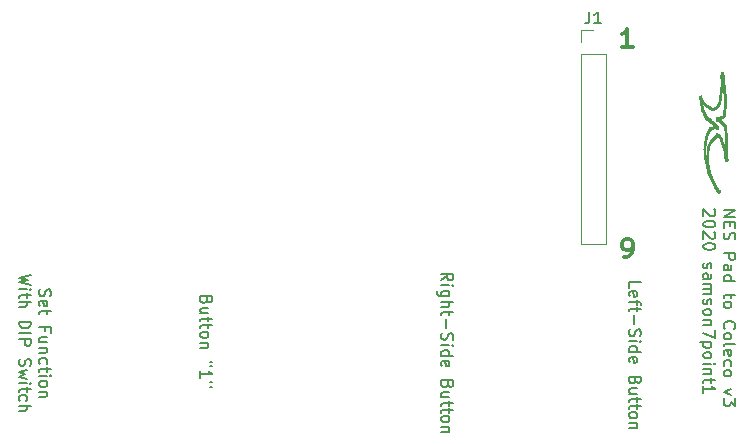
<source format=gbr>
G04 #@! TF.GenerationSoftware,KiCad,Pcbnew,5.0.2-5.fc29*
G04 #@! TF.CreationDate,2020-05-24T09:12:21-05:00*
G04 #@! TF.ProjectId,coleco_to_nes_selectable_v4,636f6c65-636f-45f7-946f-5f6e65735f73,rev?*
G04 #@! TF.SameCoordinates,Original*
G04 #@! TF.FileFunction,Legend,Top*
G04 #@! TF.FilePolarity,Positive*
%FSLAX46Y46*%
G04 Gerber Fmt 4.6, Leading zero omitted, Abs format (unit mm)*
G04 Created by KiCad (PCBNEW 5.0.2-5.fc29) date Sun 24 May 2020 09:12:21 AM CDT*
%MOMM*%
%LPD*%
G01*
G04 APERTURE LIST*
%ADD10C,0.200000*%
%ADD11C,0.300000*%
%ADD12C,0.120000*%
%ADD13C,0.010000*%
%ADD14C,0.150000*%
G04 APERTURE END LIST*
D10*
X139255238Y-83348571D02*
X139207619Y-83491428D01*
X139207619Y-83729523D01*
X139255238Y-83824761D01*
X139302857Y-83872380D01*
X139398095Y-83920000D01*
X139493333Y-83920000D01*
X139588571Y-83872380D01*
X139636190Y-83824761D01*
X139683809Y-83729523D01*
X139731428Y-83539047D01*
X139779047Y-83443809D01*
X139826666Y-83396190D01*
X139921904Y-83348571D01*
X140017142Y-83348571D01*
X140112380Y-83396190D01*
X140160000Y-83443809D01*
X140207619Y-83539047D01*
X140207619Y-83777142D01*
X140160000Y-83920000D01*
X139255238Y-84729523D02*
X139207619Y-84634285D01*
X139207619Y-84443809D01*
X139255238Y-84348571D01*
X139350476Y-84300952D01*
X139731428Y-84300952D01*
X139826666Y-84348571D01*
X139874285Y-84443809D01*
X139874285Y-84634285D01*
X139826666Y-84729523D01*
X139731428Y-84777142D01*
X139636190Y-84777142D01*
X139540952Y-84300952D01*
X139874285Y-85062857D02*
X139874285Y-85443809D01*
X140207619Y-85205714D02*
X139350476Y-85205714D01*
X139255238Y-85253333D01*
X139207619Y-85348571D01*
X139207619Y-85443809D01*
X139731428Y-86872380D02*
X139731428Y-86539047D01*
X139207619Y-86539047D02*
X140207619Y-86539047D01*
X140207619Y-87015238D01*
X139874285Y-87824761D02*
X139207619Y-87824761D01*
X139874285Y-87396190D02*
X139350476Y-87396190D01*
X139255238Y-87443809D01*
X139207619Y-87539047D01*
X139207619Y-87681904D01*
X139255238Y-87777142D01*
X139302857Y-87824761D01*
X139874285Y-88300952D02*
X139207619Y-88300952D01*
X139779047Y-88300952D02*
X139826666Y-88348571D01*
X139874285Y-88443809D01*
X139874285Y-88586666D01*
X139826666Y-88681904D01*
X139731428Y-88729523D01*
X139207619Y-88729523D01*
X139255238Y-89634285D02*
X139207619Y-89539047D01*
X139207619Y-89348571D01*
X139255238Y-89253333D01*
X139302857Y-89205714D01*
X139398095Y-89158095D01*
X139683809Y-89158095D01*
X139779047Y-89205714D01*
X139826666Y-89253333D01*
X139874285Y-89348571D01*
X139874285Y-89539047D01*
X139826666Y-89634285D01*
X139874285Y-89920000D02*
X139874285Y-90300952D01*
X140207619Y-90062857D02*
X139350476Y-90062857D01*
X139255238Y-90110476D01*
X139207619Y-90205714D01*
X139207619Y-90300952D01*
X139207619Y-90634285D02*
X139874285Y-90634285D01*
X140207619Y-90634285D02*
X140160000Y-90586666D01*
X140112380Y-90634285D01*
X140160000Y-90681904D01*
X140207619Y-90634285D01*
X140112380Y-90634285D01*
X139207619Y-91253333D02*
X139255238Y-91158095D01*
X139302857Y-91110476D01*
X139398095Y-91062857D01*
X139683809Y-91062857D01*
X139779047Y-91110476D01*
X139826666Y-91158095D01*
X139874285Y-91253333D01*
X139874285Y-91396190D01*
X139826666Y-91491428D01*
X139779047Y-91539047D01*
X139683809Y-91586666D01*
X139398095Y-91586666D01*
X139302857Y-91539047D01*
X139255238Y-91491428D01*
X139207619Y-91396190D01*
X139207619Y-91253333D01*
X139874285Y-92015238D02*
X139207619Y-92015238D01*
X139779047Y-92015238D02*
X139826666Y-92062857D01*
X139874285Y-92158095D01*
X139874285Y-92300952D01*
X139826666Y-92396190D01*
X139731428Y-92443809D01*
X139207619Y-92443809D01*
X138507619Y-82110476D02*
X137507619Y-82348571D01*
X138221904Y-82539047D01*
X137507619Y-82729523D01*
X138507619Y-82967619D01*
X137507619Y-83348571D02*
X138174285Y-83348571D01*
X138507619Y-83348571D02*
X138460000Y-83300952D01*
X138412380Y-83348571D01*
X138460000Y-83396190D01*
X138507619Y-83348571D01*
X138412380Y-83348571D01*
X138174285Y-83681904D02*
X138174285Y-84062857D01*
X138507619Y-83824761D02*
X137650476Y-83824761D01*
X137555238Y-83872380D01*
X137507619Y-83967619D01*
X137507619Y-84062857D01*
X137507619Y-84396190D02*
X138507619Y-84396190D01*
X137507619Y-84824761D02*
X138031428Y-84824761D01*
X138126666Y-84777142D01*
X138174285Y-84681904D01*
X138174285Y-84539047D01*
X138126666Y-84443809D01*
X138079047Y-84396190D01*
X137507619Y-86062857D02*
X138507619Y-86062857D01*
X138507619Y-86300952D01*
X138460000Y-86443809D01*
X138364761Y-86539047D01*
X138269523Y-86586666D01*
X138079047Y-86634285D01*
X137936190Y-86634285D01*
X137745714Y-86586666D01*
X137650476Y-86539047D01*
X137555238Y-86443809D01*
X137507619Y-86300952D01*
X137507619Y-86062857D01*
X137507619Y-87062857D02*
X138507619Y-87062857D01*
X137507619Y-87539047D02*
X138507619Y-87539047D01*
X138507619Y-87920000D01*
X138460000Y-88015238D01*
X138412380Y-88062857D01*
X138317142Y-88110476D01*
X138174285Y-88110476D01*
X138079047Y-88062857D01*
X138031428Y-88015238D01*
X137983809Y-87920000D01*
X137983809Y-87539047D01*
X137555238Y-89253333D02*
X137507619Y-89396190D01*
X137507619Y-89634285D01*
X137555238Y-89729523D01*
X137602857Y-89777142D01*
X137698095Y-89824761D01*
X137793333Y-89824761D01*
X137888571Y-89777142D01*
X137936190Y-89729523D01*
X137983809Y-89634285D01*
X138031428Y-89443809D01*
X138079047Y-89348571D01*
X138126666Y-89300952D01*
X138221904Y-89253333D01*
X138317142Y-89253333D01*
X138412380Y-89300952D01*
X138460000Y-89348571D01*
X138507619Y-89443809D01*
X138507619Y-89681904D01*
X138460000Y-89824761D01*
X138174285Y-90158095D02*
X137507619Y-90348571D01*
X137983809Y-90539047D01*
X137507619Y-90729523D01*
X138174285Y-90920000D01*
X137507619Y-91300952D02*
X138174285Y-91300952D01*
X138507619Y-91300952D02*
X138460000Y-91253333D01*
X138412380Y-91300952D01*
X138460000Y-91348571D01*
X138507619Y-91300952D01*
X138412380Y-91300952D01*
X138174285Y-91634285D02*
X138174285Y-92015238D01*
X138507619Y-91777142D02*
X137650476Y-91777142D01*
X137555238Y-91824761D01*
X137507619Y-91920000D01*
X137507619Y-92015238D01*
X137555238Y-92777142D02*
X137507619Y-92681904D01*
X137507619Y-92491428D01*
X137555238Y-92396190D01*
X137602857Y-92348571D01*
X137698095Y-92300952D01*
X137983809Y-92300952D01*
X138079047Y-92348571D01*
X138126666Y-92396190D01*
X138174285Y-92491428D01*
X138174285Y-92681904D01*
X138126666Y-92777142D01*
X137507619Y-93205714D02*
X138507619Y-93205714D01*
X137507619Y-93634285D02*
X138031428Y-93634285D01*
X138126666Y-93586666D01*
X138174285Y-93491428D01*
X138174285Y-93348571D01*
X138126666Y-93253333D01*
X138079047Y-93205714D01*
X153381428Y-84243809D02*
X153333809Y-84386666D01*
X153286190Y-84434285D01*
X153190952Y-84481904D01*
X153048095Y-84481904D01*
X152952857Y-84434285D01*
X152905238Y-84386666D01*
X152857619Y-84291428D01*
X152857619Y-83910476D01*
X153857619Y-83910476D01*
X153857619Y-84243809D01*
X153810000Y-84339047D01*
X153762380Y-84386666D01*
X153667142Y-84434285D01*
X153571904Y-84434285D01*
X153476666Y-84386666D01*
X153429047Y-84339047D01*
X153381428Y-84243809D01*
X153381428Y-83910476D01*
X153524285Y-85339047D02*
X152857619Y-85339047D01*
X153524285Y-84910476D02*
X153000476Y-84910476D01*
X152905238Y-84958095D01*
X152857619Y-85053333D01*
X152857619Y-85196190D01*
X152905238Y-85291428D01*
X152952857Y-85339047D01*
X153524285Y-85672380D02*
X153524285Y-86053333D01*
X153857619Y-85815238D02*
X153000476Y-85815238D01*
X152905238Y-85862857D01*
X152857619Y-85958095D01*
X152857619Y-86053333D01*
X153524285Y-86243809D02*
X153524285Y-86624761D01*
X153857619Y-86386666D02*
X153000476Y-86386666D01*
X152905238Y-86434285D01*
X152857619Y-86529523D01*
X152857619Y-86624761D01*
X152857619Y-87100952D02*
X152905238Y-87005714D01*
X152952857Y-86958095D01*
X153048095Y-86910476D01*
X153333809Y-86910476D01*
X153429047Y-86958095D01*
X153476666Y-87005714D01*
X153524285Y-87100952D01*
X153524285Y-87243809D01*
X153476666Y-87339047D01*
X153429047Y-87386666D01*
X153333809Y-87434285D01*
X153048095Y-87434285D01*
X152952857Y-87386666D01*
X152905238Y-87339047D01*
X152857619Y-87243809D01*
X152857619Y-87100952D01*
X153524285Y-87862857D02*
X152857619Y-87862857D01*
X153429047Y-87862857D02*
X153476666Y-87910476D01*
X153524285Y-88005714D01*
X153524285Y-88148571D01*
X153476666Y-88243809D01*
X153381428Y-88291428D01*
X152857619Y-88291428D01*
X153857619Y-89481904D02*
X153667142Y-89481904D01*
X153857619Y-89862857D02*
X153667142Y-89862857D01*
X152857619Y-90815238D02*
X152857619Y-90243809D01*
X152857619Y-90529523D02*
X153857619Y-90529523D01*
X153714761Y-90434285D01*
X153619523Y-90339047D01*
X153571904Y-90243809D01*
X153857619Y-91196190D02*
X153667142Y-91196190D01*
X153857619Y-91577142D02*
X153667142Y-91577142D01*
X189157619Y-83205714D02*
X189157619Y-82729523D01*
X190157619Y-82729523D01*
X189205238Y-83920000D02*
X189157619Y-83824761D01*
X189157619Y-83634285D01*
X189205238Y-83539047D01*
X189300476Y-83491428D01*
X189681428Y-83491428D01*
X189776666Y-83539047D01*
X189824285Y-83634285D01*
X189824285Y-83824761D01*
X189776666Y-83920000D01*
X189681428Y-83967619D01*
X189586190Y-83967619D01*
X189490952Y-83491428D01*
X189824285Y-84253333D02*
X189824285Y-84634285D01*
X189157619Y-84396190D02*
X190014761Y-84396190D01*
X190110000Y-84443809D01*
X190157619Y-84539047D01*
X190157619Y-84634285D01*
X189824285Y-84824761D02*
X189824285Y-85205714D01*
X190157619Y-84967619D02*
X189300476Y-84967619D01*
X189205238Y-85015238D01*
X189157619Y-85110476D01*
X189157619Y-85205714D01*
X189538571Y-85539047D02*
X189538571Y-86300952D01*
X189205238Y-86729523D02*
X189157619Y-86872380D01*
X189157619Y-87110476D01*
X189205238Y-87205714D01*
X189252857Y-87253333D01*
X189348095Y-87300952D01*
X189443333Y-87300952D01*
X189538571Y-87253333D01*
X189586190Y-87205714D01*
X189633809Y-87110476D01*
X189681428Y-86920000D01*
X189729047Y-86824761D01*
X189776666Y-86777142D01*
X189871904Y-86729523D01*
X189967142Y-86729523D01*
X190062380Y-86777142D01*
X190110000Y-86824761D01*
X190157619Y-86920000D01*
X190157619Y-87158095D01*
X190110000Y-87300952D01*
X189157619Y-87729523D02*
X189824285Y-87729523D01*
X190157619Y-87729523D02*
X190110000Y-87681904D01*
X190062380Y-87729523D01*
X190110000Y-87777142D01*
X190157619Y-87729523D01*
X190062380Y-87729523D01*
X189157619Y-88634285D02*
X190157619Y-88634285D01*
X189205238Y-88634285D02*
X189157619Y-88539047D01*
X189157619Y-88348571D01*
X189205238Y-88253333D01*
X189252857Y-88205714D01*
X189348095Y-88158095D01*
X189633809Y-88158095D01*
X189729047Y-88205714D01*
X189776666Y-88253333D01*
X189824285Y-88348571D01*
X189824285Y-88539047D01*
X189776666Y-88634285D01*
X189205238Y-89491428D02*
X189157619Y-89396190D01*
X189157619Y-89205714D01*
X189205238Y-89110476D01*
X189300476Y-89062857D01*
X189681428Y-89062857D01*
X189776666Y-89110476D01*
X189824285Y-89205714D01*
X189824285Y-89396190D01*
X189776666Y-89491428D01*
X189681428Y-89539047D01*
X189586190Y-89539047D01*
X189490952Y-89062857D01*
X189681428Y-91062857D02*
X189633809Y-91205714D01*
X189586190Y-91253333D01*
X189490952Y-91300952D01*
X189348095Y-91300952D01*
X189252857Y-91253333D01*
X189205238Y-91205714D01*
X189157619Y-91110476D01*
X189157619Y-90729523D01*
X190157619Y-90729523D01*
X190157619Y-91062857D01*
X190110000Y-91158095D01*
X190062380Y-91205714D01*
X189967142Y-91253333D01*
X189871904Y-91253333D01*
X189776666Y-91205714D01*
X189729047Y-91158095D01*
X189681428Y-91062857D01*
X189681428Y-90729523D01*
X189824285Y-92158095D02*
X189157619Y-92158095D01*
X189824285Y-91729523D02*
X189300476Y-91729523D01*
X189205238Y-91777142D01*
X189157619Y-91872380D01*
X189157619Y-92015238D01*
X189205238Y-92110476D01*
X189252857Y-92158095D01*
X189824285Y-92491428D02*
X189824285Y-92872380D01*
X190157619Y-92634285D02*
X189300476Y-92634285D01*
X189205238Y-92681904D01*
X189157619Y-92777142D01*
X189157619Y-92872380D01*
X189824285Y-93062857D02*
X189824285Y-93443809D01*
X190157619Y-93205714D02*
X189300476Y-93205714D01*
X189205238Y-93253333D01*
X189157619Y-93348571D01*
X189157619Y-93443809D01*
X189157619Y-93920000D02*
X189205238Y-93824761D01*
X189252857Y-93777142D01*
X189348095Y-93729523D01*
X189633809Y-93729523D01*
X189729047Y-93777142D01*
X189776666Y-93824761D01*
X189824285Y-93920000D01*
X189824285Y-94062857D01*
X189776666Y-94158095D01*
X189729047Y-94205714D01*
X189633809Y-94253333D01*
X189348095Y-94253333D01*
X189252857Y-94205714D01*
X189205238Y-94158095D01*
X189157619Y-94062857D01*
X189157619Y-93920000D01*
X189824285Y-94681904D02*
X189157619Y-94681904D01*
X189729047Y-94681904D02*
X189776666Y-94729523D01*
X189824285Y-94824761D01*
X189824285Y-94967619D01*
X189776666Y-95062857D01*
X189681428Y-95110476D01*
X189157619Y-95110476D01*
X173257619Y-82577142D02*
X173733809Y-82243809D01*
X173257619Y-82005714D02*
X174257619Y-82005714D01*
X174257619Y-82386666D01*
X174210000Y-82481904D01*
X174162380Y-82529523D01*
X174067142Y-82577142D01*
X173924285Y-82577142D01*
X173829047Y-82529523D01*
X173781428Y-82481904D01*
X173733809Y-82386666D01*
X173733809Y-82005714D01*
X173257619Y-83005714D02*
X173924285Y-83005714D01*
X174257619Y-83005714D02*
X174210000Y-82958095D01*
X174162380Y-83005714D01*
X174210000Y-83053333D01*
X174257619Y-83005714D01*
X174162380Y-83005714D01*
X173924285Y-83910476D02*
X173114761Y-83910476D01*
X173019523Y-83862857D01*
X172971904Y-83815238D01*
X172924285Y-83720000D01*
X172924285Y-83577142D01*
X172971904Y-83481904D01*
X173305238Y-83910476D02*
X173257619Y-83815238D01*
X173257619Y-83624761D01*
X173305238Y-83529523D01*
X173352857Y-83481904D01*
X173448095Y-83434285D01*
X173733809Y-83434285D01*
X173829047Y-83481904D01*
X173876666Y-83529523D01*
X173924285Y-83624761D01*
X173924285Y-83815238D01*
X173876666Y-83910476D01*
X173257619Y-84386666D02*
X174257619Y-84386666D01*
X173257619Y-84815238D02*
X173781428Y-84815238D01*
X173876666Y-84767619D01*
X173924285Y-84672380D01*
X173924285Y-84529523D01*
X173876666Y-84434285D01*
X173829047Y-84386666D01*
X173924285Y-85148571D02*
X173924285Y-85529523D01*
X174257619Y-85291428D02*
X173400476Y-85291428D01*
X173305238Y-85339047D01*
X173257619Y-85434285D01*
X173257619Y-85529523D01*
X173638571Y-85862857D02*
X173638571Y-86624761D01*
X173305238Y-87053333D02*
X173257619Y-87196190D01*
X173257619Y-87434285D01*
X173305238Y-87529523D01*
X173352857Y-87577142D01*
X173448095Y-87624761D01*
X173543333Y-87624761D01*
X173638571Y-87577142D01*
X173686190Y-87529523D01*
X173733809Y-87434285D01*
X173781428Y-87243809D01*
X173829047Y-87148571D01*
X173876666Y-87100952D01*
X173971904Y-87053333D01*
X174067142Y-87053333D01*
X174162380Y-87100952D01*
X174210000Y-87148571D01*
X174257619Y-87243809D01*
X174257619Y-87481904D01*
X174210000Y-87624761D01*
X173257619Y-88053333D02*
X173924285Y-88053333D01*
X174257619Y-88053333D02*
X174210000Y-88005714D01*
X174162380Y-88053333D01*
X174210000Y-88100952D01*
X174257619Y-88053333D01*
X174162380Y-88053333D01*
X173257619Y-88958095D02*
X174257619Y-88958095D01*
X173305238Y-88958095D02*
X173257619Y-88862857D01*
X173257619Y-88672380D01*
X173305238Y-88577142D01*
X173352857Y-88529523D01*
X173448095Y-88481904D01*
X173733809Y-88481904D01*
X173829047Y-88529523D01*
X173876666Y-88577142D01*
X173924285Y-88672380D01*
X173924285Y-88862857D01*
X173876666Y-88958095D01*
X173305238Y-89815238D02*
X173257619Y-89720000D01*
X173257619Y-89529523D01*
X173305238Y-89434285D01*
X173400476Y-89386666D01*
X173781428Y-89386666D01*
X173876666Y-89434285D01*
X173924285Y-89529523D01*
X173924285Y-89720000D01*
X173876666Y-89815238D01*
X173781428Y-89862857D01*
X173686190Y-89862857D01*
X173590952Y-89386666D01*
X173781428Y-91386666D02*
X173733809Y-91529523D01*
X173686190Y-91577142D01*
X173590952Y-91624761D01*
X173448095Y-91624761D01*
X173352857Y-91577142D01*
X173305238Y-91529523D01*
X173257619Y-91434285D01*
X173257619Y-91053333D01*
X174257619Y-91053333D01*
X174257619Y-91386666D01*
X174210000Y-91481904D01*
X174162380Y-91529523D01*
X174067142Y-91577142D01*
X173971904Y-91577142D01*
X173876666Y-91529523D01*
X173829047Y-91481904D01*
X173781428Y-91386666D01*
X173781428Y-91053333D01*
X173924285Y-92481904D02*
X173257619Y-92481904D01*
X173924285Y-92053333D02*
X173400476Y-92053333D01*
X173305238Y-92100952D01*
X173257619Y-92196190D01*
X173257619Y-92339047D01*
X173305238Y-92434285D01*
X173352857Y-92481904D01*
X173924285Y-92815238D02*
X173924285Y-93196190D01*
X174257619Y-92958095D02*
X173400476Y-92958095D01*
X173305238Y-93005714D01*
X173257619Y-93100952D01*
X173257619Y-93196190D01*
X173924285Y-93386666D02*
X173924285Y-93767619D01*
X174257619Y-93529523D02*
X173400476Y-93529523D01*
X173305238Y-93577142D01*
X173257619Y-93672380D01*
X173257619Y-93767619D01*
X173257619Y-94243809D02*
X173305238Y-94148571D01*
X173352857Y-94100952D01*
X173448095Y-94053333D01*
X173733809Y-94053333D01*
X173829047Y-94100952D01*
X173876666Y-94148571D01*
X173924285Y-94243809D01*
X173924285Y-94386666D01*
X173876666Y-94481904D01*
X173829047Y-94529523D01*
X173733809Y-94577142D01*
X173448095Y-94577142D01*
X173352857Y-94529523D01*
X173305238Y-94481904D01*
X173257619Y-94386666D01*
X173257619Y-94243809D01*
X173924285Y-95005714D02*
X173257619Y-95005714D01*
X173829047Y-95005714D02*
X173876666Y-95053333D01*
X173924285Y-95148571D01*
X173924285Y-95291428D01*
X173876666Y-95386666D01*
X173781428Y-95434285D01*
X173257619Y-95434285D01*
X197147619Y-76618095D02*
X198147619Y-76618095D01*
X197147619Y-77189523D01*
X198147619Y-77189523D01*
X197671428Y-77665714D02*
X197671428Y-77999047D01*
X197147619Y-78141904D02*
X197147619Y-77665714D01*
X198147619Y-77665714D01*
X198147619Y-78141904D01*
X197195238Y-78522857D02*
X197147619Y-78665714D01*
X197147619Y-78903809D01*
X197195238Y-78999047D01*
X197242857Y-79046666D01*
X197338095Y-79094285D01*
X197433333Y-79094285D01*
X197528571Y-79046666D01*
X197576190Y-78999047D01*
X197623809Y-78903809D01*
X197671428Y-78713333D01*
X197719047Y-78618095D01*
X197766666Y-78570476D01*
X197861904Y-78522857D01*
X197957142Y-78522857D01*
X198052380Y-78570476D01*
X198100000Y-78618095D01*
X198147619Y-78713333D01*
X198147619Y-78951428D01*
X198100000Y-79094285D01*
X197147619Y-80284761D02*
X198147619Y-80284761D01*
X198147619Y-80665714D01*
X198100000Y-80760952D01*
X198052380Y-80808571D01*
X197957142Y-80856190D01*
X197814285Y-80856190D01*
X197719047Y-80808571D01*
X197671428Y-80760952D01*
X197623809Y-80665714D01*
X197623809Y-80284761D01*
X197147619Y-81713333D02*
X197671428Y-81713333D01*
X197766666Y-81665714D01*
X197814285Y-81570476D01*
X197814285Y-81380000D01*
X197766666Y-81284761D01*
X197195238Y-81713333D02*
X197147619Y-81618095D01*
X197147619Y-81380000D01*
X197195238Y-81284761D01*
X197290476Y-81237142D01*
X197385714Y-81237142D01*
X197480952Y-81284761D01*
X197528571Y-81380000D01*
X197528571Y-81618095D01*
X197576190Y-81713333D01*
X197147619Y-82618095D02*
X198147619Y-82618095D01*
X197195238Y-82618095D02*
X197147619Y-82522857D01*
X197147619Y-82332380D01*
X197195238Y-82237142D01*
X197242857Y-82189523D01*
X197338095Y-82141904D01*
X197623809Y-82141904D01*
X197719047Y-82189523D01*
X197766666Y-82237142D01*
X197814285Y-82332380D01*
X197814285Y-82522857D01*
X197766666Y-82618095D01*
X197814285Y-83713333D02*
X197814285Y-84094285D01*
X198147619Y-83856190D02*
X197290476Y-83856190D01*
X197195238Y-83903809D01*
X197147619Y-83999047D01*
X197147619Y-84094285D01*
X197147619Y-84570476D02*
X197195238Y-84475238D01*
X197242857Y-84427619D01*
X197338095Y-84380000D01*
X197623809Y-84380000D01*
X197719047Y-84427619D01*
X197766666Y-84475238D01*
X197814285Y-84570476D01*
X197814285Y-84713333D01*
X197766666Y-84808571D01*
X197719047Y-84856190D01*
X197623809Y-84903809D01*
X197338095Y-84903809D01*
X197242857Y-84856190D01*
X197195238Y-84808571D01*
X197147619Y-84713333D01*
X197147619Y-84570476D01*
X197242857Y-86665714D02*
X197195238Y-86618095D01*
X197147619Y-86475238D01*
X197147619Y-86380000D01*
X197195238Y-86237142D01*
X197290476Y-86141904D01*
X197385714Y-86094285D01*
X197576190Y-86046666D01*
X197719047Y-86046666D01*
X197909523Y-86094285D01*
X198004761Y-86141904D01*
X198100000Y-86237142D01*
X198147619Y-86380000D01*
X198147619Y-86475238D01*
X198100000Y-86618095D01*
X198052380Y-86665714D01*
X197147619Y-87237142D02*
X197195238Y-87141904D01*
X197242857Y-87094285D01*
X197338095Y-87046666D01*
X197623809Y-87046666D01*
X197719047Y-87094285D01*
X197766666Y-87141904D01*
X197814285Y-87237142D01*
X197814285Y-87380000D01*
X197766666Y-87475238D01*
X197719047Y-87522857D01*
X197623809Y-87570476D01*
X197338095Y-87570476D01*
X197242857Y-87522857D01*
X197195238Y-87475238D01*
X197147619Y-87380000D01*
X197147619Y-87237142D01*
X197147619Y-88141904D02*
X197195238Y-88046666D01*
X197290476Y-87999047D01*
X198147619Y-87999047D01*
X197195238Y-88903809D02*
X197147619Y-88808571D01*
X197147619Y-88618095D01*
X197195238Y-88522857D01*
X197290476Y-88475238D01*
X197671428Y-88475238D01*
X197766666Y-88522857D01*
X197814285Y-88618095D01*
X197814285Y-88808571D01*
X197766666Y-88903809D01*
X197671428Y-88951428D01*
X197576190Y-88951428D01*
X197480952Y-88475238D01*
X197195238Y-89808571D02*
X197147619Y-89713333D01*
X197147619Y-89522857D01*
X197195238Y-89427619D01*
X197242857Y-89380000D01*
X197338095Y-89332380D01*
X197623809Y-89332380D01*
X197719047Y-89380000D01*
X197766666Y-89427619D01*
X197814285Y-89522857D01*
X197814285Y-89713333D01*
X197766666Y-89808571D01*
X197147619Y-90380000D02*
X197195238Y-90284761D01*
X197242857Y-90237142D01*
X197338095Y-90189523D01*
X197623809Y-90189523D01*
X197719047Y-90237142D01*
X197766666Y-90284761D01*
X197814285Y-90380000D01*
X197814285Y-90522857D01*
X197766666Y-90618095D01*
X197719047Y-90665714D01*
X197623809Y-90713333D01*
X197338095Y-90713333D01*
X197242857Y-90665714D01*
X197195238Y-90618095D01*
X197147619Y-90522857D01*
X197147619Y-90380000D01*
X197814285Y-91808571D02*
X197147619Y-92046666D01*
X197814285Y-92284761D01*
X198147619Y-92570476D02*
X198147619Y-93189523D01*
X197766666Y-92856190D01*
X197766666Y-92999047D01*
X197719047Y-93094285D01*
X197671428Y-93141904D01*
X197576190Y-93189523D01*
X197338095Y-93189523D01*
X197242857Y-93141904D01*
X197195238Y-93094285D01*
X197147619Y-92999047D01*
X197147619Y-92713333D01*
X197195238Y-92618095D01*
X197242857Y-92570476D01*
X196352380Y-76570476D02*
X196400000Y-76618095D01*
X196447619Y-76713333D01*
X196447619Y-76951428D01*
X196400000Y-77046666D01*
X196352380Y-77094285D01*
X196257142Y-77141904D01*
X196161904Y-77141904D01*
X196019047Y-77094285D01*
X195447619Y-76522857D01*
X195447619Y-77141904D01*
X196447619Y-77760952D02*
X196447619Y-77856190D01*
X196400000Y-77951428D01*
X196352380Y-77999047D01*
X196257142Y-78046666D01*
X196066666Y-78094285D01*
X195828571Y-78094285D01*
X195638095Y-78046666D01*
X195542857Y-77999047D01*
X195495238Y-77951428D01*
X195447619Y-77856190D01*
X195447619Y-77760952D01*
X195495238Y-77665714D01*
X195542857Y-77618095D01*
X195638095Y-77570476D01*
X195828571Y-77522857D01*
X196066666Y-77522857D01*
X196257142Y-77570476D01*
X196352380Y-77618095D01*
X196400000Y-77665714D01*
X196447619Y-77760952D01*
X196352380Y-78475238D02*
X196400000Y-78522857D01*
X196447619Y-78618095D01*
X196447619Y-78856190D01*
X196400000Y-78951428D01*
X196352380Y-78999047D01*
X196257142Y-79046666D01*
X196161904Y-79046666D01*
X196019047Y-78999047D01*
X195447619Y-78427619D01*
X195447619Y-79046666D01*
X196447619Y-79665714D02*
X196447619Y-79760952D01*
X196400000Y-79856190D01*
X196352380Y-79903809D01*
X196257142Y-79951428D01*
X196066666Y-79999047D01*
X195828571Y-79999047D01*
X195638095Y-79951428D01*
X195542857Y-79903809D01*
X195495238Y-79856190D01*
X195447619Y-79760952D01*
X195447619Y-79665714D01*
X195495238Y-79570476D01*
X195542857Y-79522857D01*
X195638095Y-79475238D01*
X195828571Y-79427619D01*
X196066666Y-79427619D01*
X196257142Y-79475238D01*
X196352380Y-79522857D01*
X196400000Y-79570476D01*
X196447619Y-79665714D01*
X195495238Y-81141904D02*
X195447619Y-81237142D01*
X195447619Y-81427619D01*
X195495238Y-81522857D01*
X195590476Y-81570476D01*
X195638095Y-81570476D01*
X195733333Y-81522857D01*
X195780952Y-81427619D01*
X195780952Y-81284761D01*
X195828571Y-81189523D01*
X195923809Y-81141904D01*
X195971428Y-81141904D01*
X196066666Y-81189523D01*
X196114285Y-81284761D01*
X196114285Y-81427619D01*
X196066666Y-81522857D01*
X195447619Y-82427619D02*
X195971428Y-82427619D01*
X196066666Y-82380000D01*
X196114285Y-82284761D01*
X196114285Y-82094285D01*
X196066666Y-81999047D01*
X195495238Y-82427619D02*
X195447619Y-82332380D01*
X195447619Y-82094285D01*
X195495238Y-81999047D01*
X195590476Y-81951428D01*
X195685714Y-81951428D01*
X195780952Y-81999047D01*
X195828571Y-82094285D01*
X195828571Y-82332380D01*
X195876190Y-82427619D01*
X195447619Y-82903809D02*
X196114285Y-82903809D01*
X196019047Y-82903809D02*
X196066666Y-82951428D01*
X196114285Y-83046666D01*
X196114285Y-83189523D01*
X196066666Y-83284761D01*
X195971428Y-83332380D01*
X195447619Y-83332380D01*
X195971428Y-83332380D02*
X196066666Y-83380000D01*
X196114285Y-83475238D01*
X196114285Y-83618095D01*
X196066666Y-83713333D01*
X195971428Y-83760952D01*
X195447619Y-83760952D01*
X195495238Y-84189523D02*
X195447619Y-84284761D01*
X195447619Y-84475238D01*
X195495238Y-84570476D01*
X195590476Y-84618095D01*
X195638095Y-84618095D01*
X195733333Y-84570476D01*
X195780952Y-84475238D01*
X195780952Y-84332380D01*
X195828571Y-84237142D01*
X195923809Y-84189523D01*
X195971428Y-84189523D01*
X196066666Y-84237142D01*
X196114285Y-84332380D01*
X196114285Y-84475238D01*
X196066666Y-84570476D01*
X195447619Y-85189523D02*
X195495238Y-85094285D01*
X195542857Y-85046666D01*
X195638095Y-84999047D01*
X195923809Y-84999047D01*
X196019047Y-85046666D01*
X196066666Y-85094285D01*
X196114285Y-85189523D01*
X196114285Y-85332380D01*
X196066666Y-85427619D01*
X196019047Y-85475238D01*
X195923809Y-85522857D01*
X195638095Y-85522857D01*
X195542857Y-85475238D01*
X195495238Y-85427619D01*
X195447619Y-85332380D01*
X195447619Y-85189523D01*
X196114285Y-85951428D02*
X195447619Y-85951428D01*
X196019047Y-85951428D02*
X196066666Y-85999047D01*
X196114285Y-86094285D01*
X196114285Y-86237142D01*
X196066666Y-86332380D01*
X195971428Y-86380000D01*
X195447619Y-86380000D01*
X196447619Y-86760952D02*
X196447619Y-87427619D01*
X195447619Y-86999047D01*
X196114285Y-87808571D02*
X195114285Y-87808571D01*
X196066666Y-87808571D02*
X196114285Y-87903809D01*
X196114285Y-88094285D01*
X196066666Y-88189523D01*
X196019047Y-88237142D01*
X195923809Y-88284761D01*
X195638095Y-88284761D01*
X195542857Y-88237142D01*
X195495238Y-88189523D01*
X195447619Y-88094285D01*
X195447619Y-87903809D01*
X195495238Y-87808571D01*
X195447619Y-88856190D02*
X195495238Y-88760952D01*
X195542857Y-88713333D01*
X195638095Y-88665714D01*
X195923809Y-88665714D01*
X196019047Y-88713333D01*
X196066666Y-88760952D01*
X196114285Y-88856190D01*
X196114285Y-88999047D01*
X196066666Y-89094285D01*
X196019047Y-89141904D01*
X195923809Y-89189523D01*
X195638095Y-89189523D01*
X195542857Y-89141904D01*
X195495238Y-89094285D01*
X195447619Y-88999047D01*
X195447619Y-88856190D01*
X195447619Y-89618095D02*
X196114285Y-89618095D01*
X196447619Y-89618095D02*
X196400000Y-89570476D01*
X196352380Y-89618095D01*
X196400000Y-89665714D01*
X196447619Y-89618095D01*
X196352380Y-89618095D01*
X196114285Y-90094285D02*
X195447619Y-90094285D01*
X196019047Y-90094285D02*
X196066666Y-90141904D01*
X196114285Y-90237142D01*
X196114285Y-90380000D01*
X196066666Y-90475238D01*
X195971428Y-90522857D01*
X195447619Y-90522857D01*
X196114285Y-90856190D02*
X196114285Y-91237142D01*
X196447619Y-90999047D02*
X195590476Y-90999047D01*
X195495238Y-91046666D01*
X195447619Y-91141904D01*
X195447619Y-91237142D01*
X195447619Y-92094285D02*
X195447619Y-91522857D01*
X195447619Y-91808571D02*
X196447619Y-91808571D01*
X196304761Y-91713333D01*
X196209523Y-91618095D01*
X196161904Y-91522857D01*
D11*
X188724285Y-80598571D02*
X189010000Y-80598571D01*
X189152857Y-80527142D01*
X189224285Y-80455714D01*
X189367142Y-80241428D01*
X189438571Y-79955714D01*
X189438571Y-79384285D01*
X189367142Y-79241428D01*
X189295714Y-79170000D01*
X189152857Y-79098571D01*
X188867142Y-79098571D01*
X188724285Y-79170000D01*
X188652857Y-79241428D01*
X188581428Y-79384285D01*
X188581428Y-79741428D01*
X188652857Y-79884285D01*
X188724285Y-79955714D01*
X188867142Y-80027142D01*
X189152857Y-80027142D01*
X189295714Y-79955714D01*
X189367142Y-79884285D01*
X189438571Y-79741428D01*
X189438571Y-62798571D02*
X188581428Y-62798571D01*
X189010000Y-62798571D02*
X189010000Y-61298571D01*
X188867142Y-61512857D01*
X188724285Y-61655714D01*
X188581428Y-61727142D01*
D12*
G04 #@! TO.C,J1*
X185050000Y-79480000D02*
X187170000Y-79480000D01*
X185050000Y-63420000D02*
X185050000Y-79480000D01*
X187170000Y-63420000D02*
X187170000Y-79480000D01*
X185050000Y-63420000D02*
X187170000Y-63420000D01*
X185050000Y-62420000D02*
X185050000Y-61360000D01*
X185050000Y-61360000D02*
X186110000Y-61360000D01*
D13*
G04 #@! TO.C,G\002A\002A\002A*
G36*
X196986600Y-64898271D02*
X197007312Y-64901579D01*
X197025817Y-64904063D01*
X197046884Y-64909078D01*
X197056013Y-64918100D01*
X197056450Y-64921262D01*
X197061861Y-64931486D01*
X197074750Y-64940573D01*
X197090097Y-64945120D01*
X197091762Y-64945198D01*
X197100773Y-64948228D01*
X197107429Y-64958827D01*
X197112575Y-64975562D01*
X197117261Y-65001644D01*
X197119511Y-65029861D01*
X197119528Y-65037475D01*
X197121546Y-65063290D01*
X197127702Y-65092681D01*
X197132051Y-65106731D01*
X197139161Y-65128916D01*
X197143986Y-65148051D01*
X197145350Y-65157905D01*
X197149151Y-65173925D01*
X197154673Y-65183898D01*
X197162294Y-65199941D01*
X197164198Y-65210929D01*
X197169549Y-65234156D01*
X197182642Y-65254826D01*
X197189239Y-65260793D01*
X197195448Y-65268778D01*
X197194607Y-65272909D01*
X197193639Y-65281153D01*
X197195610Y-65284540D01*
X197199325Y-65294276D01*
X197203031Y-65312273D01*
X197205265Y-65328893D01*
X197208105Y-65350255D01*
X197211354Y-65366751D01*
X197213603Y-65373343D01*
X197215525Y-65382970D01*
X197216782Y-65403134D01*
X197217426Y-65431690D01*
X197217506Y-65466497D01*
X197217075Y-65505409D01*
X197216184Y-65546284D01*
X197214884Y-65586979D01*
X197213227Y-65625350D01*
X197211263Y-65659254D01*
X197209045Y-65686547D01*
X197206623Y-65705086D01*
X197205551Y-65709771D01*
X197200885Y-65728495D01*
X197199099Y-65742174D01*
X197199670Y-65746059D01*
X197201065Y-65754073D01*
X197202565Y-65772267D01*
X197204009Y-65798127D01*
X197205237Y-65829136D01*
X197205472Y-65836722D01*
X197207350Y-65880012D01*
X197210284Y-65921923D01*
X197214021Y-65960318D01*
X197218309Y-65993063D01*
X197222896Y-66018019D01*
X197227531Y-66033050D01*
X197228881Y-66035290D01*
X197231520Y-66044741D01*
X197233330Y-66063243D01*
X197233987Y-66087156D01*
X197233950Y-66092440D01*
X197234029Y-66132441D01*
X197235209Y-66170421D01*
X197237318Y-66204114D01*
X197240186Y-66231249D01*
X197243639Y-66249558D01*
X197246334Y-66255933D01*
X197248983Y-66264930D01*
X197251666Y-66284114D01*
X197254122Y-66310973D01*
X197256092Y-66342998D01*
X197256645Y-66355615D01*
X197258414Y-66391671D01*
X197260754Y-66426169D01*
X197263388Y-66455662D01*
X197266041Y-66476706D01*
X197266632Y-66480029D01*
X197270413Y-66506604D01*
X197272307Y-66534445D01*
X197272345Y-66543529D01*
X197272452Y-66570987D01*
X197273720Y-66602508D01*
X197275890Y-66635069D01*
X197278703Y-66665648D01*
X197281899Y-66691222D01*
X197285217Y-66708769D01*
X197286985Y-66713875D01*
X197293217Y-66730226D01*
X197295114Y-66739275D01*
X197297767Y-66753518D01*
X197302501Y-66772792D01*
X197303767Y-66777375D01*
X197309056Y-66800523D01*
X197314894Y-66833664D01*
X197320910Y-66874123D01*
X197326732Y-66919225D01*
X197331987Y-66966296D01*
X197336010Y-67009150D01*
X197339046Y-67044478D01*
X197342279Y-67080959D01*
X197345243Y-67113380D01*
X197346804Y-67129800D01*
X197348561Y-67156710D01*
X197349758Y-67193739D01*
X197350419Y-67238317D01*
X197350572Y-67287876D01*
X197350242Y-67339848D01*
X197349454Y-67391664D01*
X197348234Y-67440755D01*
X197346609Y-67484554D01*
X197344603Y-67520491D01*
X197342664Y-67542550D01*
X197335542Y-67608913D01*
X197330128Y-67668401D01*
X197326918Y-67714000D01*
X197325891Y-67731925D01*
X197324353Y-67758693D01*
X197322524Y-67790470D01*
X197320893Y-67818775D01*
X197318710Y-67858736D01*
X197316447Y-67903689D01*
X197314440Y-67946770D01*
X197313536Y-67968000D01*
X197311674Y-68003384D01*
X197309042Y-68039917D01*
X197306049Y-68072361D01*
X197304121Y-68088650D01*
X197300859Y-68115191D01*
X197297126Y-68149410D01*
X197293446Y-68186322D01*
X197291083Y-68212256D01*
X197287866Y-68244820D01*
X197284153Y-68275278D01*
X197280435Y-68299952D01*
X197277575Y-68313856D01*
X197274168Y-68333738D01*
X197272144Y-68360206D01*
X197271908Y-68384705D01*
X197271588Y-68418848D01*
X197269244Y-68458832D01*
X197265294Y-68500728D01*
X197260155Y-68540607D01*
X197254246Y-68574537D01*
X197249760Y-68593040D01*
X197244320Y-68615100D01*
X197241037Y-68635091D01*
X197240600Y-68641953D01*
X197238159Y-68660442D01*
X197232073Y-68677692D01*
X197224197Y-68689413D01*
X197218943Y-68692037D01*
X197211850Y-68697322D01*
X197203569Y-68710086D01*
X197202500Y-68712257D01*
X197192331Y-68728077D01*
X197180782Y-68738825D01*
X197180275Y-68739107D01*
X197169347Y-68747256D01*
X197153771Y-68761602D01*
X197139744Y-68776037D01*
X197124070Y-68791655D01*
X197110719Y-68802555D01*
X197103231Y-68806199D01*
X197095337Y-68809915D01*
X197094550Y-68812550D01*
X197089385Y-68818132D01*
X197084709Y-68818900D01*
X197072516Y-68821694D01*
X197056374Y-68828469D01*
X197055416Y-68828959D01*
X197030523Y-68839152D01*
X196998586Y-68848569D01*
X196965237Y-68855706D01*
X196944864Y-68858469D01*
X196924043Y-68862766D01*
X196906076Y-68870232D01*
X196903905Y-68871626D01*
X196886082Y-68879770D01*
X196870675Y-68882400D01*
X196854552Y-68885246D01*
X196833660Y-68892483D01*
X196822876Y-68897385D01*
X196804591Y-68905406D01*
X196790361Y-68909636D01*
X196785487Y-68909723D01*
X196780615Y-68912057D01*
X196781446Y-68920065D01*
X196786130Y-68929089D01*
X196789996Y-68929872D01*
X196801710Y-68929927D01*
X196820192Y-68939792D01*
X196844751Y-68958995D01*
X196874698Y-68987065D01*
X196876854Y-68989225D01*
X196896105Y-69009109D01*
X196911434Y-69025943D01*
X196920935Y-69037574D01*
X196923099Y-69041490D01*
X196926871Y-69053565D01*
X196936710Y-69070181D01*
X196950398Y-69088722D01*
X196965721Y-69106573D01*
X196980461Y-69121121D01*
X196992404Y-69129749D01*
X196998590Y-69130552D01*
X197003626Y-69133258D01*
X197004940Y-69135052D01*
X197013712Y-69143648D01*
X197028842Y-69154640D01*
X197045940Y-69165243D01*
X197060617Y-69172675D01*
X197067150Y-69174500D01*
X197074200Y-69178821D01*
X197088347Y-69190692D01*
X197107921Y-69208471D01*
X197131255Y-69230518D01*
X197156679Y-69255191D01*
X197182524Y-69280850D01*
X197207121Y-69305854D01*
X197228802Y-69328562D01*
X197245899Y-69347332D01*
X197256741Y-69360525D01*
X197257659Y-69361825D01*
X197268093Y-69379564D01*
X197275383Y-69396221D01*
X197275549Y-69396750D01*
X197283577Y-69412673D01*
X197295560Y-69427907D01*
X197307402Y-69443698D01*
X197314281Y-69459657D01*
X197318348Y-69476048D01*
X197324245Y-69497327D01*
X197326413Y-69504700D01*
X197333783Y-69530145D01*
X197341147Y-69556814D01*
X197342485Y-69561850D01*
X197348209Y-69582145D01*
X197353619Y-69599008D01*
X197355160Y-69603125D01*
X197359116Y-69617267D01*
X197362789Y-69637334D01*
X197363735Y-69644400D01*
X197367434Y-69670113D01*
X197372189Y-69696966D01*
X197373119Y-69701550D01*
X197375372Y-69721510D01*
X197376054Y-69749397D01*
X197375096Y-69780523D01*
X197374427Y-69790450D01*
X197372906Y-69818433D01*
X197372728Y-69842957D01*
X197373870Y-69860340D01*
X197374914Y-69865165D01*
X197377631Y-69878703D01*
X197380508Y-69904191D01*
X197383486Y-69940878D01*
X197386504Y-69988016D01*
X197389504Y-70044854D01*
X197389987Y-70054977D01*
X197391744Y-70075253D01*
X197394521Y-70090682D01*
X197396260Y-70095388D01*
X197398084Y-70104194D01*
X197399898Y-70123227D01*
X197401531Y-70150013D01*
X197402813Y-70182081D01*
X197403192Y-70195985D01*
X197404420Y-70231408D01*
X197406268Y-70264414D01*
X197408515Y-70291894D01*
X197410936Y-70310740D01*
X197411683Y-70314325D01*
X197416377Y-70339617D01*
X197420786Y-70375226D01*
X197424771Y-70418773D01*
X197428192Y-70467875D01*
X197430911Y-70520150D01*
X197432788Y-70573219D01*
X197433683Y-70624698D01*
X197433458Y-70672208D01*
X197433226Y-70682625D01*
X197432039Y-70728080D01*
X197430687Y-70780302D01*
X197429323Y-70833360D01*
X197428101Y-70881325D01*
X197427907Y-70889000D01*
X197426530Y-70927817D01*
X197424489Y-70965520D01*
X197422010Y-70998813D01*
X197419320Y-71024402D01*
X197417924Y-71033519D01*
X197414148Y-71061647D01*
X197415352Y-71078148D01*
X197416916Y-71081144D01*
X197421095Y-71092776D01*
X197424586Y-71115189D01*
X197427323Y-71146479D01*
X197429241Y-71184741D01*
X197430273Y-71228073D01*
X197430353Y-71274569D01*
X197429416Y-71322327D01*
X197427395Y-71369442D01*
X197427087Y-71374775D01*
X197426055Y-71399638D01*
X197425225Y-71434581D01*
X197424595Y-71477580D01*
X197424163Y-71526610D01*
X197423926Y-71579648D01*
X197423882Y-71634670D01*
X197424026Y-71689652D01*
X197424357Y-71742569D01*
X197424873Y-71791399D01*
X197425569Y-71834117D01*
X197426444Y-71868700D01*
X197427495Y-71893122D01*
X197427791Y-71897476D01*
X197430407Y-71919999D01*
X197434116Y-71937910D01*
X197437620Y-71946480D01*
X197440733Y-71954440D01*
X197438891Y-71956769D01*
X197437102Y-71960207D01*
X197436402Y-71969505D01*
X197436865Y-71985951D01*
X197438562Y-72010833D01*
X197441569Y-72045439D01*
X197445956Y-72091058D01*
X197447246Y-72104014D01*
X197450352Y-72124818D01*
X197454637Y-72141743D01*
X197456585Y-72146459D01*
X197460380Y-72159699D01*
X197462676Y-72179514D01*
X197462974Y-72188745D01*
X197463607Y-72204884D01*
X197465584Y-72224388D01*
X197469212Y-72249199D01*
X197474794Y-72281262D01*
X197482635Y-72322520D01*
X197489053Y-72355013D01*
X197493102Y-72377663D01*
X197493920Y-72391267D01*
X197491432Y-72399080D01*
X197487922Y-72402661D01*
X197478786Y-72413869D01*
X197476615Y-72419351D01*
X197467563Y-72436703D01*
X197451529Y-72444584D01*
X197447784Y-72444836D01*
X197422272Y-72448532D01*
X197403902Y-72460499D01*
X197395972Y-72470510D01*
X197384047Y-72483218D01*
X197371777Y-72489033D01*
X197370775Y-72489080D01*
X197355463Y-72483770D01*
X197337102Y-72469684D01*
X197318461Y-72449333D01*
X197304399Y-72428875D01*
X197290058Y-72407471D01*
X197273541Y-72386641D01*
X197270107Y-72382837D01*
X197259619Y-72370600D01*
X197255122Y-72363201D01*
X197255682Y-72362200D01*
X197256029Y-72358630D01*
X197251769Y-72353412D01*
X197245659Y-72342682D01*
X197238971Y-72324048D01*
X197234547Y-72307375D01*
X197227506Y-72279170D01*
X197218791Y-72248068D01*
X197213870Y-72232025D01*
X197205665Y-72196017D01*
X197200300Y-72148091D01*
X197198617Y-72117725D01*
X197197158Y-72086770D01*
X197195442Y-72059575D01*
X197193689Y-72039169D01*
X197192187Y-72028825D01*
X197190923Y-72018481D01*
X197189571Y-71997807D01*
X197188243Y-71969171D01*
X197187054Y-71934942D01*
X197186301Y-71906106D01*
X197185068Y-71866588D01*
X197183252Y-71828356D01*
X197181046Y-71794544D01*
X197178645Y-71768286D01*
X197177092Y-71756881D01*
X197169043Y-71713161D01*
X197161417Y-71677711D01*
X197154585Y-71652155D01*
X197150588Y-71641268D01*
X197147452Y-71625858D01*
X197148275Y-71607967D01*
X197148613Y-71589181D01*
X197145269Y-71560926D01*
X197138686Y-71525742D01*
X197129305Y-71486170D01*
X197123176Y-71463675D01*
X197117359Y-71441708D01*
X197110364Y-71413029D01*
X197103580Y-71383362D01*
X197102747Y-71379550D01*
X197097017Y-71355756D01*
X197091572Y-71337609D01*
X197087321Y-71327986D01*
X197086237Y-71327163D01*
X197083832Y-71323220D01*
X197084766Y-71321218D01*
X197084053Y-71311680D01*
X197075897Y-71292530D01*
X197060195Y-71263534D01*
X197056587Y-71257300D01*
X197049936Y-71242433D01*
X197041682Y-71219062D01*
X197033064Y-71191064D01*
X197025320Y-71162312D01*
X197022661Y-71151101D01*
X197016086Y-71129245D01*
X197007712Y-71110671D01*
X197003269Y-71104065D01*
X196993738Y-71087727D01*
X196990001Y-71073738D01*
X196981985Y-71039577D01*
X196973314Y-71022350D01*
X196966251Y-71010035D01*
X196957718Y-70993791D01*
X196957710Y-70993775D01*
X196947185Y-70973894D01*
X196936886Y-70955675D01*
X196928389Y-70935553D01*
X196924236Y-70915504D01*
X196920478Y-70897451D01*
X196912483Y-70875059D01*
X196907087Y-70863328D01*
X196898120Y-70843063D01*
X196892388Y-70825179D01*
X196891281Y-70817773D01*
X196889206Y-70802363D01*
X196883974Y-70779988D01*
X196876927Y-70755557D01*
X196869408Y-70733981D01*
X196866488Y-70727075D01*
X196861618Y-70713435D01*
X196855931Y-70693371D01*
X196853402Y-70683074D01*
X196846497Y-70660638D01*
X196837545Y-70640554D01*
X196833770Y-70634396D01*
X196823536Y-70615600D01*
X196817499Y-70597537D01*
X196813140Y-70585278D01*
X196807784Y-70581703D01*
X196807346Y-70581923D01*
X196803752Y-70580553D01*
X196804951Y-70573623D01*
X196802851Y-70562552D01*
X196793481Y-70546714D01*
X196779502Y-70529253D01*
X196763581Y-70513311D01*
X196748381Y-70502031D01*
X196741768Y-70499087D01*
X196731466Y-70491541D01*
X196719326Y-70476432D01*
X196712431Y-70465100D01*
X196702406Y-70448238D01*
X196694043Y-70437103D01*
X196690562Y-70434521D01*
X196681166Y-70431610D01*
X196669050Y-70426265D01*
X196649111Y-70423083D01*
X196625863Y-70429626D01*
X196602536Y-70444731D01*
X196593380Y-70453470D01*
X196579278Y-70464671D01*
X196565639Y-70469856D01*
X196564631Y-70469899D01*
X196548616Y-70473498D01*
X196538750Y-70478569D01*
X196522103Y-70487661D01*
X196511238Y-70491919D01*
X196492479Y-70501174D01*
X196476497Y-70514770D01*
X196467034Y-70529157D01*
X196465900Y-70534902D01*
X196460213Y-70545649D01*
X196442715Y-70556870D01*
X196435737Y-70560115D01*
X196416608Y-70570072D01*
X196401758Y-70580495D01*
X196397277Y-70585158D01*
X196387055Y-70594560D01*
X196380098Y-70596900D01*
X196370979Y-70601440D01*
X196356093Y-70613554D01*
X196337711Y-70630981D01*
X196318102Y-70651463D01*
X196299538Y-70672739D01*
X196284931Y-70691635D01*
X196268936Y-70710388D01*
X196250747Y-70726413D01*
X196243656Y-70731088D01*
X196225879Y-70744419D01*
X196208301Y-70762557D01*
X196203550Y-70768706D01*
X196191511Y-70783396D01*
X196181133Y-70792406D01*
X196177557Y-70793750D01*
X196169545Y-70798299D01*
X196156595Y-70810183D01*
X196142666Y-70825500D01*
X196127562Y-70841851D01*
X196114464Y-70853313D01*
X196106747Y-70857250D01*
X196098533Y-70860204D01*
X196097600Y-70862516D01*
X196094570Y-70870306D01*
X196086614Y-70885942D01*
X196075428Y-70906437D01*
X196062711Y-70928800D01*
X196050160Y-70950042D01*
X196039472Y-70967176D01*
X196032685Y-70976811D01*
X196023730Y-70990438D01*
X196015875Y-71006069D01*
X196006743Y-71023278D01*
X195994022Y-71042757D01*
X195990635Y-71047344D01*
X195977326Y-71068333D01*
X195966521Y-71091235D01*
X195965048Y-71095375D01*
X195953793Y-71127224D01*
X195944769Y-71147394D01*
X195938138Y-71155536D01*
X195937299Y-71155700D01*
X195933044Y-71160868D01*
X195932500Y-71165294D01*
X195929977Y-71176612D01*
X195923618Y-71193933D01*
X195920193Y-71201806D01*
X195904705Y-71244479D01*
X195893319Y-71293619D01*
X195887250Y-71343324D01*
X195886580Y-71364762D01*
X195885773Y-71392423D01*
X195883520Y-71418795D01*
X195880309Y-71438193D01*
X195880288Y-71438275D01*
X195878152Y-71448735D01*
X195876307Y-71462845D01*
X195874672Y-71482053D01*
X195873165Y-71507807D01*
X195871707Y-71541554D01*
X195870215Y-71584743D01*
X195868609Y-71638822D01*
X195868181Y-71654175D01*
X195867950Y-71676150D01*
X195868142Y-71705109D01*
X195868714Y-71735342D01*
X195868837Y-71739900D01*
X195869035Y-71768126D01*
X195868183Y-71794378D01*
X195866459Y-71813845D01*
X195865968Y-71816807D01*
X195864776Y-71838962D01*
X195867780Y-71862136D01*
X195868268Y-71864010D01*
X195871429Y-71882007D01*
X195870098Y-71893981D01*
X195869420Y-71895053D01*
X195867045Y-71904252D01*
X195865118Y-71924375D01*
X195863694Y-71953653D01*
X195862831Y-71990317D01*
X195862586Y-72032596D01*
X195863014Y-72078721D01*
X195863203Y-72089150D01*
X195863333Y-72114896D01*
X195862911Y-72145957D01*
X195862040Y-72179904D01*
X195860823Y-72214308D01*
X195859361Y-72246737D01*
X195857756Y-72274764D01*
X195856112Y-72295959D01*
X195854531Y-72307891D01*
X195853918Y-72309548D01*
X195853199Y-72317301D01*
X195855342Y-72326340D01*
X195858608Y-72344638D01*
X195858805Y-72366806D01*
X195856263Y-72387588D01*
X195851310Y-72401727D01*
X195850564Y-72402734D01*
X195845989Y-72415668D01*
X195846547Y-72426680D01*
X195847829Y-72437586D01*
X195849292Y-72458800D01*
X195850845Y-72487931D01*
X195852401Y-72522589D01*
X195853871Y-72560385D01*
X195855165Y-72598928D01*
X195856196Y-72635829D01*
X195856875Y-72668697D01*
X195857112Y-72695142D01*
X195856986Y-72707818D01*
X195858039Y-72730129D01*
X195861505Y-72758595D01*
X195866634Y-72787071D01*
X195866660Y-72787193D01*
X195871790Y-72812041D01*
X195875740Y-72833321D01*
X195877753Y-72846914D01*
X195877838Y-72847975D01*
X195881094Y-72862902D01*
X195883959Y-72869024D01*
X195886458Y-72880527D01*
X195885484Y-72897586D01*
X195885104Y-72899782D01*
X195883922Y-72918105D01*
X195889528Y-72928788D01*
X195890438Y-72929532D01*
X195896708Y-72940315D01*
X195901775Y-72960260D01*
X195903788Y-72974975D01*
X195906021Y-72993862D01*
X195909199Y-73013256D01*
X195913910Y-73035929D01*
X195920741Y-73064655D01*
X195930280Y-73102207D01*
X195932880Y-73112236D01*
X195936584Y-73133251D01*
X195938665Y-73158199D01*
X195938832Y-73166211D01*
X195943343Y-73199745D01*
X195952632Y-73225800D01*
X195964832Y-73251465D01*
X195972153Y-73268595D01*
X195975452Y-73279986D01*
X195975588Y-73288435D01*
X195973918Y-73295198D01*
X195973257Y-73309658D01*
X195976576Y-73317424D01*
X195982693Y-73329587D01*
X195989742Y-73350953D01*
X195996808Y-73378159D01*
X196002974Y-73407845D01*
X196005683Y-73424237D01*
X196009194Y-73441783D01*
X196013135Y-73452660D01*
X196015022Y-73454400D01*
X196018188Y-73460030D01*
X196020068Y-73474055D01*
X196020245Y-73479193D01*
X196023150Y-73497457D01*
X196030444Y-73522584D01*
X196040551Y-73550467D01*
X196051895Y-73577001D01*
X196062900Y-73598078D01*
X196069364Y-73607175D01*
X196076506Y-73621266D01*
X196078550Y-73633951D01*
X196081509Y-73649155D01*
X196089047Y-73669334D01*
X196094425Y-73680434D01*
X196103443Y-73698977D01*
X196109195Y-73713841D01*
X196110300Y-73719161D01*
X196113132Y-73729523D01*
X196120380Y-73746351D01*
X196126175Y-73757852D01*
X196135177Y-73776181D01*
X196140930Y-73790618D01*
X196142050Y-73795661D01*
X196138107Y-73802924D01*
X196130051Y-73801530D01*
X196126110Y-73797196D01*
X196118242Y-73793698D01*
X196115797Y-73794651D01*
X196114286Y-73801768D01*
X196119425Y-73809558D01*
X196125883Y-73819269D01*
X196126035Y-73823897D01*
X196127315Y-73830024D01*
X196131871Y-73834858D01*
X196138226Y-73838610D01*
X196138634Y-73832561D01*
X196137619Y-73827825D01*
X196135961Y-73818915D01*
X196138389Y-73818290D01*
X196146924Y-73826356D01*
X196150950Y-73830502D01*
X196163431Y-73847549D01*
X196171259Y-73865729D01*
X196171576Y-73867147D01*
X196175939Y-73881817D01*
X196180970Y-73889881D01*
X196185985Y-73898524D01*
X196186500Y-73902856D01*
X196189050Y-73913410D01*
X196195675Y-73931160D01*
X196203244Y-73948519D01*
X196212096Y-73968746D01*
X196218237Y-73984947D01*
X196220177Y-73992562D01*
X196223719Y-73999952D01*
X196225658Y-74000500D01*
X196229852Y-74005866D01*
X196230950Y-74014188D01*
X196234693Y-74027899D01*
X196243973Y-74044727D01*
X196246825Y-74048689D01*
X196259111Y-74071659D01*
X196262700Y-74090881D01*
X196264244Y-74107272D01*
X196267990Y-74117947D01*
X196268282Y-74118292D01*
X196273798Y-74128001D01*
X196280132Y-74144062D01*
X196281133Y-74147101D01*
X196289055Y-74165889D01*
X196298587Y-74181062D01*
X196299426Y-74182026D01*
X196306822Y-74193099D01*
X196317342Y-74212516D01*
X196329211Y-74236906D01*
X196334751Y-74249131D01*
X196346588Y-74274622D01*
X196357848Y-74296663D01*
X196366780Y-74311913D01*
X196369696Y-74315806D01*
X196378140Y-74327858D01*
X196387697Y-74345323D01*
X196396460Y-74364114D01*
X196402522Y-74380145D01*
X196403987Y-74389308D01*
X196407114Y-74394022D01*
X196408750Y-74394200D01*
X196414383Y-74399343D01*
X196415100Y-74403725D01*
X196418528Y-74412175D01*
X196421450Y-74413250D01*
X196427092Y-74418389D01*
X196427800Y-74422721D01*
X196432703Y-74433246D01*
X196440500Y-74440123D01*
X196451100Y-74453949D01*
X196453200Y-74467776D01*
X196455599Y-74484925D01*
X196461591Y-74503308D01*
X196469369Y-74518748D01*
X196477124Y-74527066D01*
X196479065Y-74527550D01*
X196484288Y-74532700D01*
X196484950Y-74537075D01*
X196487752Y-74545534D01*
X196490123Y-74546600D01*
X196495720Y-74551793D01*
X196503431Y-74564348D01*
X196510931Y-74579731D01*
X196515894Y-74593404D01*
X196516700Y-74598423D01*
X196520251Y-74611948D01*
X196529784Y-74632696D01*
X196543615Y-74657760D01*
X196560064Y-74684236D01*
X196577447Y-74709218D01*
X196590199Y-74725359D01*
X196605994Y-74744633D01*
X196617986Y-74760589D01*
X196624197Y-74770545D01*
X196624641Y-74772025D01*
X196628762Y-74779791D01*
X196639251Y-74793326D01*
X196650129Y-74805638D01*
X196663792Y-74821383D01*
X196672986Y-74833953D01*
X196675450Y-74839389D01*
X196679330Y-74845860D01*
X196689336Y-74857594D01*
X196703019Y-74872137D01*
X196717927Y-74887041D01*
X196731611Y-74899854D01*
X196741620Y-74908125D01*
X196745501Y-74909452D01*
X196748834Y-74910134D01*
X196753439Y-74915059D01*
X196763275Y-74923012D01*
X196780427Y-74933252D01*
X196794512Y-74940371D01*
X196827850Y-74955998D01*
X196827850Y-75071247D01*
X196799275Y-75097691D01*
X196784097Y-75113226D01*
X196773734Y-75126680D01*
X196770700Y-75133817D01*
X196765747Y-75146506D01*
X196754146Y-75159509D01*
X196740785Y-75167918D01*
X196735775Y-75168900D01*
X196724507Y-75164696D01*
X196713550Y-75156200D01*
X196702690Y-75146919D01*
X196695902Y-75143500D01*
X196688416Y-75138946D01*
X196675784Y-75127219D01*
X196660595Y-75111220D01*
X196645437Y-75093849D01*
X196632896Y-75078008D01*
X196625562Y-75066597D01*
X196624650Y-75063630D01*
X196619497Y-75053417D01*
X196614638Y-75050359D01*
X196604809Y-75041826D01*
X196598799Y-75031191D01*
X196588782Y-75018145D01*
X196573893Y-75009213D01*
X196561839Y-75003128D01*
X196558152Y-74997259D01*
X196558357Y-74996831D01*
X196556558Y-74991910D01*
X196551999Y-74991100D01*
X196543342Y-74986181D01*
X196542100Y-74981575D01*
X196538671Y-74973124D01*
X196535750Y-74972050D01*
X196530177Y-74966881D01*
X196529400Y-74962150D01*
X196526624Y-74955363D01*
X196523727Y-74955756D01*
X196518156Y-74953294D01*
X196514358Y-74944536D01*
X196507670Y-74930650D01*
X196495581Y-74914257D01*
X196491640Y-74909905D01*
X196478587Y-74893503D01*
X196469730Y-74877416D01*
X196468570Y-74873875D01*
X196463434Y-74861864D01*
X196458182Y-74857750D01*
X196454386Y-74853160D01*
X196455229Y-74848921D01*
X196453767Y-74838300D01*
X196446136Y-74826696D01*
X196438768Y-74817282D01*
X196438440Y-74813300D01*
X196438490Y-74813300D01*
X196437722Y-74810306D01*
X196429678Y-74803740D01*
X196419456Y-74792970D01*
X196407175Y-74775034D01*
X196398363Y-74759290D01*
X196388387Y-74740997D01*
X196380132Y-74728364D01*
X196375920Y-74724400D01*
X196366038Y-74719132D01*
X196355511Y-74706447D01*
X196347569Y-74691022D01*
X196345250Y-74680022D01*
X196342707Y-74664766D01*
X196338184Y-74656374D01*
X196332466Y-74645133D01*
X196329711Y-74631292D01*
X196326177Y-74615716D01*
X196318535Y-74594405D01*
X196311438Y-74578350D01*
X196302450Y-74558610D01*
X196296307Y-74542971D01*
X196294512Y-74536016D01*
X196290879Y-74527412D01*
X196289437Y-74526491D01*
X196283741Y-74520332D01*
X196273891Y-74506389D01*
X196263486Y-74490046D01*
X196249661Y-74463448D01*
X196245204Y-74444077D01*
X196245620Y-74439648D01*
X196244058Y-74423067D01*
X196232532Y-74403526D01*
X196230436Y-74400861D01*
X196218036Y-74381499D01*
X196209560Y-74361155D01*
X196208351Y-74356010D01*
X196198241Y-74320578D01*
X196182183Y-74292391D01*
X196181389Y-74291412D01*
X196175895Y-74280334D01*
X196176456Y-74274388D01*
X196175900Y-74265868D01*
X196173903Y-74264089D01*
X196168295Y-74254984D01*
X196167450Y-74248972D01*
X196163332Y-74236396D01*
X196154643Y-74224098D01*
X196144433Y-74207474D01*
X196139534Y-74190579D01*
X196134836Y-74176888D01*
X196124262Y-74156437D01*
X196109858Y-74132393D01*
X196093672Y-74107921D01*
X196077751Y-74086188D01*
X196064141Y-74070359D01*
X196058684Y-74065531D01*
X196050939Y-74055266D01*
X196042523Y-74037177D01*
X196037261Y-74021739D01*
X196027976Y-73997036D01*
X196015746Y-73973444D01*
X196008651Y-73963058D01*
X195996289Y-73944489D01*
X195987564Y-73925955D01*
X195986143Y-73921125D01*
X195980598Y-73904623D01*
X195971114Y-73883214D01*
X195964496Y-73870325D01*
X195953903Y-73849202D01*
X195945655Y-73829675D01*
X195942828Y-73820901D01*
X195935099Y-73803642D01*
X195925976Y-73792502D01*
X195916436Y-73781464D01*
X195913450Y-73773663D01*
X195909513Y-73766162D01*
X195907100Y-73765550D01*
X195901722Y-73760306D01*
X195900750Y-73754390D01*
X195898022Y-73744177D01*
X195890681Y-73725729D01*
X195879990Y-73702069D01*
X195872243Y-73686128D01*
X195860054Y-73660382D01*
X195850451Y-73637571D01*
X195844717Y-73620881D01*
X195843668Y-73615112D01*
X195841175Y-73602411D01*
X195837623Y-73597505D01*
X195830660Y-73588515D01*
X195819939Y-73568112D01*
X195805766Y-73536917D01*
X195795347Y-73512349D01*
X195788572Y-73492001D01*
X195785192Y-73473720D01*
X195785136Y-73468557D01*
X195784182Y-73453566D01*
X195781098Y-73445532D01*
X195776806Y-73436103D01*
X195770822Y-73418295D01*
X195764794Y-73397250D01*
X195756377Y-73368275D01*
X195745840Y-73335712D01*
X195737784Y-73312950D01*
X195730240Y-73290746D01*
X195725475Y-73272711D01*
X195724444Y-73262507D01*
X195724547Y-73262150D01*
X195725337Y-73252146D01*
X195724601Y-73233723D01*
X195722728Y-73213100D01*
X195719940Y-73188245D01*
X195716342Y-73156023D01*
X195712520Y-73121688D01*
X195710684Y-73105150D01*
X195705787Y-73070031D01*
X195698974Y-73032764D01*
X195691410Y-72999431D01*
X195688173Y-72987675D01*
X195675687Y-72930031D01*
X195671500Y-72882900D01*
X195670269Y-72857506D01*
X195668346Y-72836867D01*
X195666078Y-72824374D01*
X195665284Y-72822575D01*
X195661690Y-72813252D01*
X195657182Y-72795653D01*
X195653741Y-72778841D01*
X195649107Y-72757565D01*
X195644217Y-72741088D01*
X195641041Y-72734391D01*
X195636761Y-72724693D01*
X195631607Y-72706766D01*
X195627676Y-72689225D01*
X195622615Y-72664275D01*
X195617648Y-72640736D01*
X195615029Y-72628900D01*
X195607466Y-72595211D01*
X195599065Y-72556682D01*
X195591394Y-72520539D01*
X195588994Y-72508926D01*
X195584382Y-72490320D01*
X195579572Y-72476737D01*
X195578033Y-72474001D01*
X195570587Y-72458347D01*
X195564046Y-72434680D01*
X195559454Y-72407685D01*
X195557850Y-72383513D01*
X195555677Y-72360306D01*
X195550047Y-72341814D01*
X195547935Y-72338171D01*
X195539571Y-72320208D01*
X195532009Y-72291099D01*
X195525133Y-72250293D01*
X195519955Y-72208013D01*
X195516461Y-72183228D01*
X195512084Y-72162745D01*
X195507674Y-72150405D01*
X195506951Y-72149356D01*
X195501998Y-72137438D01*
X195502577Y-72131517D01*
X195502599Y-72118642D01*
X195501023Y-72115073D01*
X195499174Y-72104433D01*
X195500216Y-72086856D01*
X195501475Y-72078834D01*
X195503610Y-72058306D01*
X195502196Y-72042577D01*
X195501082Y-72039634D01*
X195496826Y-72026422D01*
X195492285Y-72004132D01*
X195487988Y-71976359D01*
X195484461Y-71946698D01*
X195482232Y-71918747D01*
X195481805Y-71908175D01*
X195480744Y-71885004D01*
X195478988Y-71863837D01*
X195478175Y-71857375D01*
X195476348Y-71841840D01*
X195474142Y-71818327D01*
X195471992Y-71791528D01*
X195471702Y-71787525D01*
X195469022Y-71756024D01*
X195465513Y-71722716D01*
X195462021Y-71695450D01*
X195459623Y-71673791D01*
X195457259Y-71643097D01*
X195455163Y-71607027D01*
X195453571Y-71569243D01*
X195453250Y-71558925D01*
X195452025Y-71523622D01*
X195450502Y-71491245D01*
X195448844Y-71464677D01*
X195447216Y-71446799D01*
X195446625Y-71442809D01*
X195445846Y-71421202D01*
X195449261Y-71401534D01*
X195452142Y-71386541D01*
X195454608Y-71362666D01*
X195456325Y-71333727D01*
X195456872Y-71314643D01*
X195457915Y-71284646D01*
X195459865Y-71257481D01*
X195462404Y-71236889D01*
X195464181Y-71228918D01*
X195468037Y-71215498D01*
X195470980Y-71200665D01*
X195473351Y-71181637D01*
X195475492Y-71155632D01*
X195477747Y-71119868D01*
X195477878Y-71117600D01*
X195479927Y-71086180D01*
X195482171Y-71063825D01*
X195485221Y-71046905D01*
X195489688Y-71031792D01*
X195494448Y-71019175D01*
X195498213Y-71004124D01*
X195501636Y-70980647D01*
X195504139Y-70953014D01*
X195504677Y-70943456D01*
X195506595Y-70917155D01*
X195509455Y-70895289D01*
X195512757Y-70881281D01*
X195514140Y-70878582D01*
X195518600Y-70867021D01*
X195518033Y-70862226D01*
X195518261Y-70850154D01*
X195520931Y-70842775D01*
X195525282Y-70829374D01*
X195528875Y-70810095D01*
X195529526Y-70804675D01*
X195533411Y-70770572D01*
X195537854Y-70736925D01*
X195542458Y-70706218D01*
X195546829Y-70680930D01*
X195550572Y-70663542D01*
X195553087Y-70656688D01*
X195556104Y-70647815D01*
X195557771Y-70631545D01*
X195557885Y-70626004D01*
X195559476Y-70602581D01*
X195563314Y-70579914D01*
X195563837Y-70577850D01*
X195568914Y-70555758D01*
X195573255Y-70532110D01*
X195573504Y-70530480D01*
X195579320Y-70508621D01*
X195589154Y-70485326D01*
X195592228Y-70479680D01*
X195602779Y-70454879D01*
X195609963Y-70424817D01*
X195611129Y-70415925D01*
X195615351Y-70376481D01*
X195618860Y-70347819D01*
X195621968Y-70328064D01*
X195624991Y-70315338D01*
X195628242Y-70307767D01*
X195629560Y-70305903D01*
X195632495Y-70296914D01*
X195627291Y-70291713D01*
X195622727Y-70286894D01*
X195624943Y-70285847D01*
X195632575Y-70280446D01*
X195641869Y-70267306D01*
X195650543Y-70250760D01*
X195656314Y-70235142D01*
X195656987Y-70224990D01*
X195657051Y-70214121D01*
X195661058Y-70196190D01*
X195665530Y-70182417D01*
X195674229Y-70157195D01*
X195682491Y-70130794D01*
X195689199Y-70107044D01*
X195693234Y-70089777D01*
X195693870Y-70085297D01*
X195698378Y-70075915D01*
X195705487Y-70067381D01*
X195714153Y-70055957D01*
X195716709Y-70048758D01*
X195721040Y-70039565D01*
X195731395Y-70027463D01*
X195732171Y-70026718D01*
X195746107Y-70009995D01*
X195755836Y-69993381D01*
X195762880Y-69980460D01*
X195768676Y-69974627D01*
X195768950Y-69974600D01*
X195772630Y-69970272D01*
X195772540Y-69969837D01*
X195772846Y-69959944D01*
X195775898Y-69945897D01*
X195780233Y-69932776D01*
X195784386Y-69925661D01*
X195785332Y-69925441D01*
X195792044Y-69922184D01*
X195803663Y-69912430D01*
X195808135Y-69908072D01*
X195818138Y-69896592D01*
X195823942Y-69884705D01*
X195826863Y-69868242D01*
X195828165Y-69844675D01*
X195833492Y-69801534D01*
X195845908Y-69766777D01*
X195864857Y-69741381D01*
X195889785Y-69726323D01*
X195896405Y-69724401D01*
X195910618Y-69715739D01*
X195922772Y-69699811D01*
X195930096Y-69681486D01*
X195929826Y-69665643D01*
X195931598Y-69655959D01*
X195935782Y-69653005D01*
X195944143Y-69645582D01*
X195945200Y-69641603D01*
X195950407Y-69629855D01*
X195963792Y-69615657D01*
X195982002Y-69601878D01*
X196001683Y-69591389D01*
X196005618Y-69589898D01*
X196034870Y-69582394D01*
X196057354Y-69582194D01*
X196071274Y-69589309D01*
X196071325Y-69589370D01*
X196082707Y-69595269D01*
X196098815Y-69595648D01*
X196114976Y-69591511D01*
X196126519Y-69583858D01*
X196129350Y-69576922D01*
X196132540Y-69570686D01*
X196135700Y-69571375D01*
X196141136Y-69569935D01*
X196142050Y-69565399D01*
X196145139Y-69559207D01*
X196156107Y-69556182D01*
X196173425Y-69555500D01*
X196192302Y-69554391D01*
X196205371Y-69551566D01*
X196208475Y-69549554D01*
X196217216Y-69544758D01*
X196223137Y-69544333D01*
X196236912Y-69542908D01*
X196253978Y-69538300D01*
X196269871Y-69532112D01*
X196280126Y-69525951D01*
X196281750Y-69523257D01*
X196287056Y-69518449D01*
X196294075Y-69517400D01*
X196306345Y-69514316D01*
X196310538Y-69510704D01*
X196318524Y-69508039D01*
X196328375Y-69512634D01*
X196343183Y-69518449D01*
X196353187Y-69518863D01*
X196362380Y-69512214D01*
X196362899Y-69499418D01*
X196356058Y-69482167D01*
X196343175Y-69462153D01*
X196325565Y-69441069D01*
X196304544Y-69420609D01*
X196281429Y-69402464D01*
X196257535Y-69388327D01*
X196248634Y-69384401D01*
X196227163Y-69374231D01*
X196212737Y-69364019D01*
X196208602Y-69358262D01*
X196201536Y-69347577D01*
X196188071Y-69333962D01*
X196172056Y-69320661D01*
X196157338Y-69310915D01*
X196148770Y-69307850D01*
X196140831Y-69303533D01*
X196127575Y-69292310D01*
X196114449Y-69279275D01*
X196099503Y-69264273D01*
X196087708Y-69253925D01*
X196082278Y-69250699D01*
X196075314Y-69246811D01*
X196061610Y-69236526D01*
X196043893Y-69221913D01*
X196040449Y-69218949D01*
X196021561Y-69203659D01*
X196005296Y-69192402D01*
X195994770Y-69187302D01*
X195993849Y-69187199D01*
X195977987Y-69184127D01*
X195962767Y-69176697D01*
X195952947Y-69167594D01*
X195951550Y-69163348D01*
X195948069Y-69152349D01*
X195939552Y-69137435D01*
X195938157Y-69135427D01*
X195930166Y-69122388D01*
X195927543Y-69114219D01*
X195927858Y-69113524D01*
X195926212Y-69107218D01*
X195916762Y-69096267D01*
X195902231Y-69083127D01*
X195885344Y-69070256D01*
X195868824Y-69060111D01*
X195868434Y-69059911D01*
X195848254Y-69047223D01*
X195827487Y-69030644D01*
X195821755Y-69025231D01*
X195805183Y-69011622D01*
X195789805Y-69003870D01*
X195784899Y-69003050D01*
X195768018Y-68999386D01*
X195756947Y-68993749D01*
X195745638Y-68988125D01*
X195739698Y-68988418D01*
X195732611Y-68987832D01*
X195724576Y-68982339D01*
X195710087Y-68973515D01*
X195694375Y-68968029D01*
X195672059Y-68962728D01*
X195659493Y-68958616D01*
X195653947Y-68954526D01*
X195652714Y-68950234D01*
X195647890Y-68942370D01*
X195635877Y-68930066D01*
X195624773Y-68920500D01*
X195603605Y-68900795D01*
X195590066Y-68882615D01*
X195585457Y-68867955D01*
X195586959Y-68862484D01*
X195590602Y-68852182D01*
X195593962Y-68836132D01*
X195593987Y-68835973D01*
X195597852Y-68819686D01*
X195602717Y-68808940D01*
X195602722Y-68808934D01*
X195601363Y-68800852D01*
X195591065Y-68785219D01*
X195572413Y-68762887D01*
X195567200Y-68757110D01*
X195549488Y-68737091D01*
X195535608Y-68720237D01*
X195527456Y-68708915D01*
X195526100Y-68705842D01*
X195521032Y-68698393D01*
X195516575Y-68695953D01*
X195508565Y-68687299D01*
X195507049Y-68680176D01*
X195502429Y-68665963D01*
X195497524Y-68660149D01*
X195489455Y-68649338D01*
X195487999Y-68643497D01*
X195485105Y-68635548D01*
X195483042Y-68634750D01*
X195477272Y-68629574D01*
X195470472Y-68617287D01*
X195461909Y-68600027D01*
X195450810Y-68580420D01*
X195449086Y-68577600D01*
X195436075Y-68551989D01*
X195424293Y-68521016D01*
X195416243Y-68491559D01*
X195414874Y-68483639D01*
X195409835Y-68469678D01*
X195399606Y-68452066D01*
X195395115Y-68445799D01*
X195379696Y-68416678D01*
X195376066Y-68397010D01*
X195371410Y-68374274D01*
X195358726Y-68357691D01*
X195358352Y-68357367D01*
X195347025Y-68344149D01*
X195341967Y-68331376D01*
X195341950Y-68330776D01*
X195338984Y-68317107D01*
X195331459Y-68298257D01*
X195321433Y-68278229D01*
X195310963Y-68261025D01*
X195302107Y-68250649D01*
X195300173Y-68249503D01*
X195294015Y-68243714D01*
X195294482Y-68240794D01*
X195292629Y-68233308D01*
X195283856Y-68221710D01*
X195281746Y-68219523D01*
X195268164Y-68198062D01*
X195265750Y-68182206D01*
X195262898Y-68163107D01*
X195255750Y-68140829D01*
X195252543Y-68133550D01*
X195244217Y-68111781D01*
X195241711Y-68089811D01*
X195242809Y-68070844D01*
X195243723Y-68050052D01*
X195242388Y-68034079D01*
X195240288Y-68028250D01*
X195236255Y-68018014D01*
X195232793Y-68000186D01*
X195231611Y-67989751D01*
X195229868Y-67971811D01*
X195228374Y-67960497D01*
X195227803Y-67958475D01*
X195225276Y-67952337D01*
X195222451Y-67934758D01*
X195219497Y-67906987D01*
X195217212Y-67879100D01*
X195214858Y-67853724D01*
X195212057Y-67833093D01*
X195209300Y-67820590D01*
X195208448Y-67818775D01*
X195205001Y-67809299D01*
X195201238Y-67791715D01*
X195199033Y-67777500D01*
X195193816Y-67749939D01*
X195186056Y-67721080D01*
X195182496Y-67710588D01*
X195175387Y-67685080D01*
X195170899Y-67656151D01*
X195169390Y-67628239D01*
X195171214Y-67605783D01*
X195173468Y-67598034D01*
X195175619Y-67584098D01*
X195174798Y-67574757D01*
X195335293Y-67574757D01*
X195339357Y-67617391D01*
X195343043Y-67647970D01*
X195348269Y-67681918D01*
X195352210Y-67703302D01*
X195356854Y-67730055D01*
X195360097Y-67756126D01*
X195361151Y-67773152D01*
X195362878Y-67797893D01*
X195366891Y-67822844D01*
X195367417Y-67825125D01*
X195370427Y-67841652D01*
X195373947Y-67867185D01*
X195377512Y-67898068D01*
X195380315Y-67926725D01*
X195384104Y-67963474D01*
X195388442Y-67991201D01*
X195394139Y-68013578D01*
X195402001Y-68034279D01*
X195405799Y-68042629D01*
X195415269Y-68064165D01*
X195421996Y-68082192D01*
X195424500Y-68092649D01*
X195427214Y-68102984D01*
X195434403Y-68121039D01*
X195444637Y-68143292D01*
X195447052Y-68148194D01*
X195462022Y-68177834D01*
X195473618Y-68199428D01*
X195483930Y-68216398D01*
X195495045Y-68232162D01*
X195509053Y-68250143D01*
X195510169Y-68251539D01*
X195519515Y-68266475D01*
X195522917Y-68278828D01*
X195522505Y-68281128D01*
X195522719Y-68292982D01*
X195528215Y-68308819D01*
X195528815Y-68310011D01*
X195535948Y-68329143D01*
X195538827Y-68347097D01*
X195543220Y-68365317D01*
X195554860Y-68388271D01*
X195571506Y-68412253D01*
X195590916Y-68433556D01*
X195591356Y-68433966D01*
X195605167Y-68452707D01*
X195608730Y-68467759D01*
X195611621Y-68482710D01*
X195619059Y-68503755D01*
X195627780Y-68522932D01*
X195637518Y-68543148D01*
X195644362Y-68559287D01*
X195646750Y-68567426D01*
X195651495Y-68576349D01*
X195663778Y-68589752D01*
X195680672Y-68604919D01*
X195699249Y-68619135D01*
X195710013Y-68626095D01*
X195724423Y-68637874D01*
X195733068Y-68650948D01*
X195733424Y-68652148D01*
X195738247Y-68663297D01*
X195742467Y-68666500D01*
X195750143Y-68670364D01*
X195763192Y-68680118D01*
X195769604Y-68685549D01*
X195785373Y-68697246D01*
X195799314Y-68704087D01*
X195803163Y-68704801D01*
X195820823Y-68710045D01*
X195833533Y-68722574D01*
X195837249Y-68735299D01*
X195841235Y-68745962D01*
X195851878Y-68762944D01*
X195867208Y-68783246D01*
X195874319Y-68791749D01*
X195896336Y-68816936D01*
X195912346Y-68833972D01*
X195924377Y-68844541D01*
X195934458Y-68850326D01*
X195944615Y-68853012D01*
X195948742Y-68853551D01*
X195964635Y-68859444D01*
X195980239Y-68871220D01*
X195981052Y-68872075D01*
X195993521Y-68883242D01*
X196003715Y-68888654D01*
X196004675Y-68888750D01*
X196016392Y-68894046D01*
X196029774Y-68907556D01*
X196041748Y-68925709D01*
X196047293Y-68938235D01*
X196053587Y-68951967D01*
X196059552Y-68958510D01*
X196060121Y-68958600D01*
X196065037Y-68963825D01*
X196065849Y-68969303D01*
X196069807Y-68980398D01*
X196079148Y-68993897D01*
X196090076Y-69005117D01*
X196098347Y-69009400D01*
X196104746Y-69013704D01*
X196117244Y-69025094D01*
X196133365Y-69041287D01*
X196136661Y-69044747D01*
X196156892Y-69064047D01*
X196175299Y-69077855D01*
X196187821Y-69083641D01*
X196201567Y-69089568D01*
X196205550Y-69101080D01*
X196211654Y-69117803D01*
X196229514Y-69136475D01*
X196258444Y-69156476D01*
X196279247Y-69168037D01*
X196324543Y-69197347D01*
X196369106Y-69238043D01*
X196396050Y-69268463D01*
X196412830Y-69285778D01*
X196430705Y-69299821D01*
X196438952Y-69304459D01*
X196455116Y-69315483D01*
X196465723Y-69329639D01*
X196465965Y-69330246D01*
X196474222Y-69346409D01*
X196481799Y-69356406D01*
X196489660Y-69368260D01*
X196491300Y-69374978D01*
X196494877Y-69383133D01*
X196497650Y-69384050D01*
X196503267Y-69389199D01*
X196504000Y-69393670D01*
X196508183Y-69402980D01*
X196519084Y-69417675D01*
X196532455Y-69432569D01*
X196546581Y-69448400D01*
X196555567Y-69461037D01*
X196557481Y-69467399D01*
X196557908Y-69472685D01*
X196559360Y-69472950D01*
X196566867Y-69476895D01*
X196579673Y-69486862D01*
X196586101Y-69492524D01*
X196604242Y-69506879D01*
X196623013Y-69518304D01*
X196638507Y-69524613D01*
X196644346Y-69525089D01*
X196650204Y-69529032D01*
X196662299Y-69540123D01*
X196678268Y-69556167D01*
X196682222Y-69560306D01*
X196699351Y-69578812D01*
X196709561Y-69592330D01*
X196714740Y-69605024D01*
X196716777Y-69621055D01*
X196717380Y-69637780D01*
X196716489Y-69667819D01*
X196711891Y-69685774D01*
X196709754Y-69688850D01*
X196686860Y-69714749D01*
X196672188Y-69733793D01*
X196664565Y-69747671D01*
X196662750Y-69756512D01*
X196657952Y-69770235D01*
X196645204Y-69777002D01*
X196626973Y-69777122D01*
X196605724Y-69770905D01*
X196583924Y-69758659D01*
X196567609Y-69744589D01*
X196542418Y-69718373D01*
X196473109Y-69717670D01*
X196435636Y-69716534D01*
X196410054Y-69713954D01*
X196395631Y-69709845D01*
X196393623Y-69708521D01*
X196382541Y-69704858D01*
X196364335Y-69703641D01*
X196343562Y-69704589D01*
X196324779Y-69707419D01*
X196312542Y-69711849D01*
X196310692Y-69713655D01*
X196302949Y-69717075D01*
X196287761Y-69719225D01*
X196284520Y-69719392D01*
X196250267Y-69724872D01*
X196218575Y-69737444D01*
X196199264Y-69750762D01*
X196185880Y-69760636D01*
X196175053Y-69765035D01*
X196174637Y-69765050D01*
X196163364Y-69768316D01*
X196146129Y-69776616D01*
X196126722Y-69787695D01*
X196108931Y-69799302D01*
X196096547Y-69809185D01*
X196093261Y-69813418D01*
X196084819Y-69820993D01*
X196078726Y-69822200D01*
X196064202Y-69826611D01*
X196048957Y-69837295D01*
X196037503Y-69850420D01*
X196034100Y-69860081D01*
X196029690Y-69871640D01*
X196024925Y-69875161D01*
X196017714Y-69883271D01*
X196012080Y-69898524D01*
X196011559Y-69901024D01*
X196005169Y-69918574D01*
X195995820Y-69927032D01*
X195986420Y-69934134D01*
X195973848Y-69948805D01*
X195963499Y-69963761D01*
X195947010Y-69988157D01*
X195928074Y-70013583D01*
X195918498Y-70025400D01*
X195903615Y-70042956D01*
X195890918Y-70057943D01*
X195885214Y-70064682D01*
X195878176Y-70076643D01*
X195869943Y-70095702D01*
X195865155Y-70109132D01*
X195857079Y-70131156D01*
X195845546Y-70159255D01*
X195832752Y-70188128D01*
X195829825Y-70194399D01*
X195818874Y-70218964D01*
X195810481Y-70240397D01*
X195805944Y-70255272D01*
X195805500Y-70258630D01*
X195801696Y-70272368D01*
X195792525Y-70287830D01*
X195792300Y-70288117D01*
X195784530Y-70302016D01*
X195778882Y-70322498D01*
X195774653Y-70352312D01*
X195773842Y-70360411D01*
X195769659Y-70391125D01*
X195763368Y-70421937D01*
X195756200Y-70447009D01*
X195754843Y-70450634D01*
X195746030Y-70475107D01*
X195738608Y-70499501D01*
X195735801Y-70510959D01*
X195730942Y-70532408D01*
X195724510Y-70558331D01*
X195721037Y-70571500D01*
X195714675Y-70597428D01*
X195709195Y-70623867D01*
X195707301Y-70635000D01*
X195702539Y-70660360D01*
X195696166Y-70686969D01*
X195694716Y-70692150D01*
X195685052Y-70725925D01*
X195678470Y-70750685D01*
X195674287Y-70769541D01*
X195671818Y-70785606D01*
X195670380Y-70801993D01*
X195670298Y-70803275D01*
X195667668Y-70824776D01*
X195663313Y-70842780D01*
X195661014Y-70848300D01*
X195657234Y-70855875D01*
X195654931Y-70863812D01*
X195653742Y-70875315D01*
X195653304Y-70893589D01*
X195653251Y-70916824D01*
X195651916Y-70936774D01*
X195648513Y-70952004D01*
X195646369Y-70956133D01*
X195641157Y-70969325D01*
X195641055Y-70975933D01*
X195640335Y-70989203D01*
X195636576Y-71007830D01*
X195635203Y-71012825D01*
X195630490Y-71035809D01*
X195627902Y-71061776D01*
X195627735Y-71068587D01*
X195625538Y-71092025D01*
X195619933Y-71119644D01*
X195615043Y-71136520D01*
X195608361Y-71158978D01*
X195604050Y-71178568D01*
X195603082Y-71188707D01*
X195602841Y-71202943D01*
X195601490Y-71224362D01*
X195599985Y-71241425D01*
X195598648Y-71259683D01*
X195597172Y-71287956D01*
X195595668Y-71323557D01*
X195594250Y-71363804D01*
X195593030Y-71406012D01*
X195592937Y-71409700D01*
X195591735Y-71452912D01*
X195590337Y-71495305D01*
X195588857Y-71533936D01*
X195587408Y-71565863D01*
X195586103Y-71588144D01*
X195586058Y-71588745D01*
X195584957Y-71622559D01*
X195587582Y-71645024D01*
X195590303Y-71652245D01*
X195593926Y-71664904D01*
X195597033Y-71686539D01*
X195599157Y-71713425D01*
X195599692Y-71727200D01*
X195600940Y-71760456D01*
X195602904Y-71795263D01*
X195605214Y-71825358D01*
X195605862Y-71831975D01*
X195608371Y-71859285D01*
X195610252Y-71885855D01*
X195611018Y-71903412D01*
X195612272Y-71919903D01*
X195614820Y-71929449D01*
X195616017Y-71930400D01*
X195618175Y-71936294D01*
X195620358Y-71952162D01*
X195622252Y-71975284D01*
X195623155Y-71992312D01*
X195624701Y-72022939D01*
X195626586Y-72052275D01*
X195628495Y-72075642D01*
X195629258Y-72082800D01*
X195631928Y-72105424D01*
X195635124Y-72133233D01*
X195637177Y-72151465D01*
X195640082Y-72176820D01*
X195642410Y-72193372D01*
X195644941Y-72204947D01*
X195648460Y-72215369D01*
X195652124Y-72224500D01*
X195657438Y-72240207D01*
X195659450Y-72251113D01*
X195662928Y-72261379D01*
X195664963Y-72263257D01*
X195668841Y-72271007D01*
X195672824Y-72287195D01*
X195674899Y-72300013D01*
X195678825Y-72318476D01*
X195685318Y-72338727D01*
X195693030Y-72357635D01*
X195700614Y-72372064D01*
X195706721Y-72378883D01*
X195708701Y-72378564D01*
X195711227Y-72371068D01*
X195713414Y-72357998D01*
X195715971Y-72333401D01*
X195718500Y-72303357D01*
X195720800Y-72271122D01*
X195722665Y-72239952D01*
X195723894Y-72213102D01*
X195724282Y-72193827D01*
X195724059Y-72187575D01*
X195720752Y-72142242D01*
X195718616Y-72093755D01*
X195717632Y-72044579D01*
X195717779Y-71997178D01*
X195719037Y-71954016D01*
X195721386Y-71917557D01*
X195724807Y-71890267D01*
X195726540Y-71882203D01*
X195731155Y-71858842D01*
X195732903Y-71837591D01*
X195732098Y-71827083D01*
X195727598Y-71802730D01*
X195726170Y-71785658D01*
X195727977Y-71778155D01*
X195728585Y-71777996D01*
X195729783Y-71771952D01*
X195730934Y-71755052D01*
X195731972Y-71729142D01*
X195732826Y-71696064D01*
X195733430Y-71657663D01*
X195733572Y-71643058D01*
X195734122Y-71599877D01*
X195735017Y-71558231D01*
X195736170Y-71520799D01*
X195737498Y-71490257D01*
X195738916Y-71469281D01*
X195739161Y-71466850D01*
X195741958Y-71437973D01*
X195744360Y-71407731D01*
X195745419Y-71390650D01*
X195748139Y-71343423D01*
X195751001Y-71307633D01*
X195754147Y-71282015D01*
X195757721Y-71265306D01*
X195760371Y-71258567D01*
X195766009Y-71241520D01*
X195767400Y-71229335D01*
X195770516Y-71213087D01*
X195778166Y-71194185D01*
X195779649Y-71191426D01*
X195786749Y-71176968D01*
X195789351Y-71167804D01*
X195789021Y-71166738D01*
X195790755Y-71161010D01*
X195795821Y-71155827D01*
X195803975Y-71145009D01*
X195805500Y-71139047D01*
X195810631Y-71131401D01*
X195815452Y-71130300D01*
X195822485Y-71126376D01*
X195821691Y-71118597D01*
X195822889Y-71104748D01*
X195830755Y-71090650D01*
X195839776Y-71074716D01*
X195848059Y-71052865D01*
X195851007Y-71042028D01*
X195856116Y-71023849D01*
X195861171Y-71012102D01*
X195863740Y-71009650D01*
X195868484Y-71004528D01*
X195869000Y-71000654D01*
X195871844Y-70991159D01*
X195873762Y-70989541D01*
X195884938Y-70979347D01*
X195896090Y-70960970D01*
X195905082Y-70938753D01*
X195909779Y-70917034D01*
X195909851Y-70916186D01*
X195912578Y-70898095D01*
X195916817Y-70886205D01*
X195919125Y-70883933D01*
X195926157Y-70877123D01*
X195934686Y-70863260D01*
X195936342Y-70859914D01*
X195944890Y-70845832D01*
X195952983Y-70838498D01*
X195954407Y-70838200D01*
X195960465Y-70832875D01*
X195970277Y-70818592D01*
X195982196Y-70797887D01*
X195988739Y-70785307D01*
X196005911Y-70753934D01*
X196021979Y-70731432D01*
X196039400Y-70714486D01*
X196043723Y-70711126D01*
X196058498Y-70698695D01*
X196077059Y-70681149D01*
X196097340Y-70660695D01*
X196117276Y-70639539D01*
X196134804Y-70619888D01*
X196147859Y-70603947D01*
X196154377Y-70593925D01*
X196154750Y-70592449D01*
X196159351Y-70584946D01*
X196167450Y-70577850D01*
X196177248Y-70568334D01*
X196180150Y-70561987D01*
X196184429Y-70553616D01*
X196194986Y-70541547D01*
X196197612Y-70539027D01*
X196211148Y-70525880D01*
X196229230Y-70507616D01*
X196246223Y-70489988D01*
X196263067Y-70473700D01*
X196277817Y-70461962D01*
X196287398Y-70457210D01*
X196287672Y-70457200D01*
X196298504Y-70452779D01*
X196311721Y-70441921D01*
X196313778Y-70439737D01*
X196330386Y-70424995D01*
X196350442Y-70411681D01*
X196353292Y-70410162D01*
X196368034Y-70400918D01*
X196376332Y-70392392D01*
X196377000Y-70390204D01*
X196382102Y-70381303D01*
X196386525Y-70378703D01*
X196394969Y-70370367D01*
X196396050Y-70365591D01*
X196401133Y-70357126D01*
X196414081Y-70346126D01*
X196423268Y-70340184D01*
X196440005Y-70329159D01*
X196448279Y-70318936D01*
X196451204Y-70305105D01*
X196451478Y-70300229D01*
X196457262Y-70239323D01*
X196469220Y-70189083D01*
X196487508Y-70148991D01*
X196502458Y-70128587D01*
X196518015Y-70117730D01*
X196535821Y-70114637D01*
X196550947Y-70119867D01*
X196553901Y-70122742D01*
X196565233Y-70128255D01*
X196578935Y-70128540D01*
X196597661Y-70130493D01*
X196616484Y-70142322D01*
X196637525Y-70155562D01*
X196655596Y-70158053D01*
X196666857Y-70152102D01*
X196676415Y-70148946D01*
X196695290Y-70147256D01*
X196720154Y-70147326D01*
X196720484Y-70147339D01*
X196767463Y-70149225D01*
X196781269Y-70174625D01*
X196790080Y-70194854D01*
X196795204Y-70214313D01*
X196795664Y-70219075D01*
X196799228Y-70236474D01*
X196807450Y-70257171D01*
X196811026Y-70263956D01*
X196821108Y-70284370D01*
X196828406Y-70304097D01*
X196829688Y-70309231D01*
X196839089Y-70340916D01*
X196852940Y-70368437D01*
X196869218Y-70388004D01*
X196873448Y-70391220D01*
X196886937Y-70402692D01*
X196894852Y-70413937D01*
X196894989Y-70414337D01*
X196900765Y-70423725D01*
X196904477Y-70425450D01*
X196909921Y-70430507D01*
X196910400Y-70433777D01*
X196914427Y-70444108D01*
X196923423Y-70456084D01*
X196931320Y-70468123D01*
X196931967Y-70477313D01*
X196931299Y-70481634D01*
X196934073Y-70480491D01*
X196939481Y-70483600D01*
X196947173Y-70494884D01*
X196955306Y-70510505D01*
X196962038Y-70526628D01*
X196965525Y-70539415D01*
X196964847Y-70544569D01*
X196965994Y-70551350D01*
X196973286Y-70563783D01*
X196976192Y-70567765D01*
X196987641Y-70587161D01*
X197000355Y-70615729D01*
X197013202Y-70650167D01*
X197025052Y-70687176D01*
X197034772Y-70723455D01*
X197041231Y-70755703D01*
X197041688Y-70758825D01*
X197046395Y-70780916D01*
X197053917Y-70805789D01*
X197056833Y-70813694D01*
X197062860Y-70831256D01*
X197065444Y-70843518D01*
X197064976Y-70846606D01*
X197064317Y-70854940D01*
X197068299Y-70870153D01*
X197075399Y-70888019D01*
X197084096Y-70904312D01*
X197087525Y-70909240D01*
X197095941Y-70923534D01*
X197105364Y-70944402D01*
X197110790Y-70958850D01*
X197120796Y-70982592D01*
X197133172Y-71004745D01*
X197140087Y-71014276D01*
X197152539Y-71033792D01*
X197160774Y-71055316D01*
X197161478Y-71058726D01*
X197165971Y-71078727D01*
X197172821Y-71102434D01*
X197180499Y-71125119D01*
X197187478Y-71142054D01*
X197189741Y-71146175D01*
X197193089Y-71156710D01*
X197195053Y-71171575D01*
X197197779Y-71185722D01*
X197202554Y-71192741D01*
X197207527Y-71199960D01*
X197208850Y-71209134D01*
X197210830Y-71223180D01*
X197215949Y-71244407D01*
X197222974Y-71268770D01*
X197230674Y-71292227D01*
X197237816Y-71310733D01*
X197242474Y-71319482D01*
X197245852Y-71329479D01*
X197248851Y-71348390D01*
X197250899Y-71372430D01*
X197251106Y-71376632D01*
X197253012Y-71410214D01*
X197255547Y-71432855D01*
X197259169Y-71446311D01*
X197264338Y-71452339D01*
X197270989Y-71452810D01*
X197277712Y-71448956D01*
X197280735Y-71439402D01*
X197280258Y-71421953D01*
X197276483Y-71394419D01*
X197276387Y-71393825D01*
X197274074Y-71370774D01*
X197272570Y-71335672D01*
X197271875Y-71289144D01*
X197271993Y-71231814D01*
X197272927Y-71164304D01*
X197274678Y-71087241D01*
X197275060Y-71073150D01*
X197276282Y-71022786D01*
X197277311Y-70968326D01*
X197278088Y-70913944D01*
X197278553Y-70863811D01*
X197278647Y-70822099D01*
X197278645Y-70821243D01*
X197278897Y-70775441D01*
X197279988Y-70741125D01*
X197281897Y-70718673D01*
X197284602Y-70708462D01*
X197285095Y-70707996D01*
X197289158Y-70699279D01*
X197288293Y-70692367D01*
X197286613Y-70681733D01*
X197284762Y-70661395D01*
X197282974Y-70634341D01*
X197281562Y-70605589D01*
X197278659Y-70544889D01*
X197275424Y-70496000D01*
X197271787Y-70458032D01*
X197267993Y-70431800D01*
X197263813Y-70404604D01*
X197261134Y-70375776D01*
X197259642Y-70341117D01*
X197259168Y-70314325D01*
X197258338Y-70279215D01*
X197256672Y-70238442D01*
X197254358Y-70194817D01*
X197251582Y-70151151D01*
X197248530Y-70110255D01*
X197245390Y-70074939D01*
X197242348Y-70048015D01*
X197240837Y-70038100D01*
X197237699Y-70015863D01*
X197234583Y-69985998D01*
X197231988Y-69953564D01*
X197231133Y-69939675D01*
X197228066Y-69884904D01*
X197225461Y-69841520D01*
X197223206Y-69808222D01*
X197221189Y-69783711D01*
X197219297Y-69766684D01*
X197217418Y-69755843D01*
X197215439Y-69749886D01*
X197214618Y-69748608D01*
X197210218Y-69738163D01*
X197206457Y-69721078D01*
X197205859Y-69716858D01*
X197202467Y-69695022D01*
X197197639Y-69669488D01*
X197195677Y-69660275D01*
X197190667Y-69634463D01*
X197186573Y-69607858D01*
X197185633Y-69599950D01*
X197180894Y-69577856D01*
X197169950Y-69561064D01*
X197160667Y-69552197D01*
X197144647Y-69534646D01*
X197137626Y-69515973D01*
X197136825Y-69509299D01*
X197129363Y-69485280D01*
X197112606Y-69461927D01*
X197089552Y-69443102D01*
X197082440Y-69439200D01*
X197068746Y-69429390D01*
X197061798Y-69420562D01*
X197054122Y-69404720D01*
X197051042Y-69398412D01*
X197042354Y-69388075D01*
X197025755Y-69373674D01*
X197004347Y-69357471D01*
X196981233Y-69341728D01*
X196959514Y-69328708D01*
X196946912Y-69322472D01*
X196931959Y-69314315D01*
X196923682Y-69306393D01*
X196923100Y-69304418D01*
X196917546Y-69298137D01*
X196903931Y-69293018D01*
X196901452Y-69292502D01*
X196881813Y-69283552D01*
X196859035Y-69264316D01*
X196834629Y-69236321D01*
X196810105Y-69201100D01*
X196808201Y-69198044D01*
X196795913Y-69180426D01*
X196784368Y-69167567D01*
X196778596Y-69163471D01*
X196767337Y-69155960D01*
X196754200Y-69143130D01*
X196752810Y-69141514D01*
X196738157Y-69128972D01*
X196723447Y-69123707D01*
X196722971Y-69123700D01*
X196708368Y-69118818D01*
X196695586Y-69107764D01*
X196676128Y-69091631D01*
X196649076Y-69080114D01*
X196619179Y-69074840D01*
X196601226Y-69075429D01*
X196572221Y-69074842D01*
X196556776Y-69069589D01*
X196541148Y-69062883D01*
X196529400Y-69060097D01*
X196511210Y-69053874D01*
X196496552Y-69037766D01*
X196487722Y-69014531D01*
X196486827Y-69009041D01*
X196483497Y-68990310D01*
X196479393Y-68976725D01*
X196477890Y-68974002D01*
X196475116Y-68963031D01*
X196475538Y-68945580D01*
X196478507Y-68927274D01*
X196483377Y-68913737D01*
X196485091Y-68911468D01*
X196490528Y-68901453D01*
X196489169Y-68887087D01*
X196480643Y-68865758D01*
X196477726Y-68859788D01*
X196468909Y-68836635D01*
X196469177Y-68821068D01*
X196469209Y-68820992D01*
X196472973Y-68809161D01*
X196473258Y-68804612D01*
X196477019Y-68800006D01*
X196478600Y-68799850D01*
X196483716Y-68794517D01*
X196484950Y-68786825D01*
X196490719Y-68774356D01*
X196506825Y-68764661D01*
X196522857Y-68755993D01*
X196533523Y-68746708D01*
X196534305Y-68745506D01*
X196546404Y-68735985D01*
X196569596Y-68729429D01*
X196602575Y-68726058D01*
X196644034Y-68726093D01*
X196648278Y-68726277D01*
X196687065Y-68727108D01*
X196727762Y-68726288D01*
X196767851Y-68724042D01*
X196804814Y-68720594D01*
X196836131Y-68716170D01*
X196859283Y-68710994D01*
X196870225Y-68706470D01*
X196882467Y-68699215D01*
X196894420Y-68694876D01*
X196910648Y-68692254D01*
X196931028Y-68690494D01*
X196946346Y-68687656D01*
X196954455Y-68682843D01*
X196954840Y-68681528D01*
X196960761Y-68673917D01*
X196976744Y-68667522D01*
X197000156Y-68663394D01*
X197000253Y-68663385D01*
X197024383Y-68655214D01*
X197047287Y-68635440D01*
X197069268Y-68603706D01*
X197090632Y-68559658D01*
X197092144Y-68556026D01*
X197101166Y-68529779D01*
X197107516Y-68499889D01*
X197111936Y-68462511D01*
X197113156Y-68447072D01*
X197115824Y-68417240D01*
X197119139Y-68391104D01*
X197122632Y-68371892D01*
X197125196Y-68363762D01*
X197128951Y-68350599D01*
X197131585Y-68329721D01*
X197132437Y-68310139D01*
X197133219Y-68284530D01*
X197135002Y-68260534D01*
X197136738Y-68247400D01*
X197138805Y-68230145D01*
X197140483Y-68205228D01*
X197141442Y-68177685D01*
X197141494Y-68174375D01*
X197142294Y-68149730D01*
X197143806Y-68129883D01*
X197145738Y-68118361D01*
X197146232Y-68117225D01*
X197151779Y-68102198D01*
X197156972Y-68075823D01*
X197161697Y-68039449D01*
X197165845Y-67994425D01*
X197169303Y-67942099D01*
X197171959Y-67883822D01*
X197173703Y-67820942D01*
X197174301Y-67777500D01*
X197175300Y-67725932D01*
X197177612Y-67684180D01*
X197181631Y-67649395D01*
X197187751Y-67618726D01*
X197196367Y-67589323D01*
X197202801Y-67571359D01*
X197210618Y-67548718D01*
X197213635Y-67532392D01*
X197212410Y-67517181D01*
X197209801Y-67506167D01*
X197205903Y-67470187D01*
X197208515Y-67451958D01*
X197211209Y-67427882D01*
X197210633Y-67398964D01*
X197209383Y-67387096D01*
X197207445Y-67362322D01*
X197208123Y-67340111D01*
X197209925Y-67329946D01*
X197211528Y-67317201D01*
X197212167Y-67295092D01*
X197211964Y-67266328D01*
X197211043Y-67233616D01*
X197209528Y-67199666D01*
X197207544Y-67167186D01*
X197205214Y-67138883D01*
X197202663Y-67117468D01*
X197200013Y-67105648D01*
X197199625Y-67104886D01*
X197198334Y-67097381D01*
X197196466Y-67079340D01*
X197194206Y-67052904D01*
X197191740Y-67020214D01*
X197189659Y-66989699D01*
X197186729Y-66950895D01*
X197183221Y-66914144D01*
X197179461Y-66882319D01*
X197175780Y-66858295D01*
X197173425Y-66847659D01*
X197168013Y-66825049D01*
X197164746Y-66804019D01*
X197164318Y-66796859D01*
X197162361Y-66780457D01*
X197157360Y-66757538D01*
X197151658Y-66737250D01*
X197144840Y-66709957D01*
X197140408Y-66681504D01*
X197139402Y-66664225D01*
X197138899Y-66637424D01*
X197137132Y-66600706D01*
X197134329Y-66556767D01*
X197130718Y-66508304D01*
X197126527Y-66458012D01*
X197121985Y-66408586D01*
X197117320Y-66362724D01*
X197112759Y-66323119D01*
X197108531Y-66292469D01*
X197107331Y-66285250D01*
X197098903Y-66231182D01*
X197090956Y-66167911D01*
X197085626Y-66116975D01*
X197083482Y-66098131D01*
X197080099Y-66072022D01*
X197076165Y-66043933D01*
X197075702Y-66040775D01*
X197071336Y-66010521D01*
X197066994Y-65979466D01*
X197063595Y-65954191D01*
X197063516Y-65953583D01*
X197058799Y-65926312D01*
X197053705Y-65911558D01*
X197048785Y-65909172D01*
X197044593Y-65919008D01*
X197041681Y-65940915D01*
X197040782Y-65959689D01*
X197039605Y-65997708D01*
X197037908Y-66041546D01*
X197035802Y-66089165D01*
X197033400Y-66138529D01*
X197030813Y-66187603D01*
X197028153Y-66234349D01*
X197025532Y-66276731D01*
X197023063Y-66312713D01*
X197020856Y-66340259D01*
X197019024Y-66357332D01*
X197018883Y-66358275D01*
X197014653Y-66385826D01*
X197009821Y-66417879D01*
X197006416Y-66440825D01*
X196997936Y-66498359D01*
X196990965Y-66545213D01*
X196985210Y-66583277D01*
X196980380Y-66614442D01*
X196976182Y-66640600D01*
X196972326Y-66663641D01*
X196969669Y-66678950D01*
X196964152Y-66711706D01*
X196958091Y-66749859D01*
X196952622Y-66786217D01*
X196951612Y-66793250D01*
X196946973Y-66825154D01*
X196942087Y-66857483D01*
X196937803Y-66884668D01*
X196936646Y-66891675D01*
X196933602Y-66914619D01*
X196930603Y-66945452D01*
X196928083Y-66979369D01*
X196926960Y-66999625D01*
X196924973Y-67032559D01*
X196922273Y-67064875D01*
X196919277Y-67091989D01*
X196917414Y-67104400D01*
X196911772Y-67136952D01*
X196905844Y-67172965D01*
X196900297Y-67208215D01*
X196895800Y-67238475D01*
X196893457Y-67255856D01*
X196891224Y-67273928D01*
X196888100Y-67299188D01*
X196884754Y-67326218D01*
X196884701Y-67326650D01*
X196880882Y-67355525D01*
X196876659Y-67384468D01*
X196873150Y-67406025D01*
X196869223Y-67428994D01*
X196864478Y-67458029D01*
X196860192Y-67485250D01*
X196851824Y-67531009D01*
X196841201Y-67569963D01*
X196826443Y-67608004D01*
X196810082Y-67642363D01*
X196787933Y-67684068D01*
X196766634Y-67718869D01*
X196743008Y-67751905D01*
X196739808Y-67756071D01*
X196724660Y-67776810D01*
X196709017Y-67800104D01*
X196694617Y-67823119D01*
X196683197Y-67843021D01*
X196676495Y-67856976D01*
X196675450Y-67861057D01*
X196670938Y-67869544D01*
X196659148Y-67882991D01*
X196643700Y-67897525D01*
X196627441Y-67912872D01*
X196615992Y-67926057D01*
X196611950Y-67933832D01*
X196609173Y-67941798D01*
X196607187Y-67942603D01*
X196598898Y-67947559D01*
X196586634Y-67960281D01*
X196572807Y-67977555D01*
X196559830Y-67996168D01*
X196550114Y-68012909D01*
X196546125Y-68023930D01*
X196542045Y-68043312D01*
X196533417Y-68053271D01*
X196516908Y-68056703D01*
X196508211Y-68056900D01*
X196485429Y-68059795D01*
X196470886Y-68069210D01*
X196470548Y-68069600D01*
X196458243Y-68079323D01*
X196448499Y-68082339D01*
X196435292Y-68085282D01*
X196418816Y-68092339D01*
X196418275Y-68092628D01*
X196399301Y-68100678D01*
X196381853Y-68105154D01*
X196368456Y-68107517D01*
X196346219Y-68112070D01*
X196318657Y-68118074D01*
X196298884Y-68122560D01*
X196239159Y-68133422D01*
X196186706Y-68136586D01*
X196182905Y-68136520D01*
X196145832Y-68134091D01*
X196109984Y-68128947D01*
X196078371Y-68121747D01*
X196054008Y-68113151D01*
X196041669Y-68105628D01*
X196031307Y-68097502D01*
X196026054Y-68095000D01*
X196019429Y-68091088D01*
X196007258Y-68081229D01*
X196001326Y-68075950D01*
X195987453Y-68064367D01*
X195977055Y-68057611D01*
X195974724Y-68056899D01*
X195967293Y-68053344D01*
X195952524Y-68043876D01*
X195933166Y-68030295D01*
X195926150Y-68025149D01*
X195906133Y-68010634D01*
X195890091Y-67999605D01*
X195880647Y-67993842D01*
X195879397Y-67993399D01*
X195872667Y-67990050D01*
X195858308Y-67981162D01*
X195839096Y-67968473D01*
X195833735Y-67964824D01*
X195813356Y-67951388D01*
X195796690Y-67941346D01*
X195786702Y-67936459D01*
X195785624Y-67936249D01*
X195776929Y-67932679D01*
X195763047Y-67923776D01*
X195758439Y-67920374D01*
X195743373Y-67910319D01*
X195731498Y-67904839D01*
X195729354Y-67904499D01*
X195720259Y-67900710D01*
X195705293Y-67890907D01*
X195692117Y-67880764D01*
X195671591Y-67865091D01*
X195650793Y-67850978D01*
X195640663Y-67844994D01*
X195621637Y-67832676D01*
X195601553Y-67816594D01*
X195596135Y-67811579D01*
X195582083Y-67799042D01*
X195571289Y-67791350D01*
X195568201Y-67790199D01*
X195560658Y-67785990D01*
X195548151Y-67775297D01*
X195540925Y-67768183D01*
X195526189Y-67753915D01*
X195505363Y-67734884D01*
X195482131Y-67714433D01*
X195473609Y-67707129D01*
X195447388Y-67684015D01*
X195417647Y-67656531D01*
X195389601Y-67629528D01*
X195381484Y-67621424D01*
X195335293Y-67574757D01*
X195174798Y-67574757D01*
X195174053Y-67566297D01*
X195174050Y-67566284D01*
X195168598Y-67536165D01*
X195162728Y-67497976D01*
X195157057Y-67456305D01*
X195152200Y-67415739D01*
X195148774Y-67380865D01*
X195148263Y-67374275D01*
X195143154Y-67326499D01*
X195135384Y-67289768D01*
X195124619Y-67262640D01*
X195121187Y-67256824D01*
X195113250Y-67240781D01*
X195109921Y-67228249D01*
X195108315Y-67215646D01*
X195105174Y-67195105D01*
X195101393Y-67172337D01*
X195098108Y-67149968D01*
X195096604Y-67132583D01*
X195097202Y-67123893D01*
X195097231Y-67123844D01*
X195095883Y-67115958D01*
X195091645Y-67111181D01*
X195086288Y-67101281D01*
X195081346Y-67083010D01*
X195078413Y-67064424D01*
X195074649Y-67040983D01*
X195069405Y-67020913D01*
X195065123Y-67010960D01*
X195057999Y-66992494D01*
X195056736Y-66972392D01*
X195061460Y-66956259D01*
X195063820Y-66953269D01*
X195076113Y-66946991D01*
X195085267Y-66945649D01*
X195100097Y-66941507D01*
X195107000Y-66936124D01*
X195121313Y-66927674D01*
X195138911Y-66928803D01*
X195151557Y-66936222D01*
X195160101Y-66941969D01*
X195168584Y-66940113D01*
X195178459Y-66933047D01*
X195196626Y-66922543D01*
X195213553Y-66922340D01*
X195232071Y-66932832D01*
X195242636Y-66942048D01*
X195257566Y-66958311D01*
X195264372Y-66973130D01*
X195265749Y-66988088D01*
X195267524Y-67009008D01*
X195272355Y-67037435D01*
X195279502Y-67070594D01*
X195288227Y-67105710D01*
X195297788Y-67140010D01*
X195307447Y-67170718D01*
X195316463Y-67195059D01*
X195324098Y-67210261D01*
X195325449Y-67212023D01*
X195333841Y-67224910D01*
X195343570Y-67244304D01*
X195352647Y-67265605D01*
X195359085Y-67284216D01*
X195361000Y-67294233D01*
X195364405Y-67305673D01*
X195372945Y-67321905D01*
X195376874Y-67328014D01*
X195386649Y-67344455D01*
X195392240Y-67357846D01*
X195392750Y-67361014D01*
X195397800Y-67371398D01*
X195405450Y-67377449D01*
X195415633Y-67388171D01*
X195418150Y-67397286D01*
X195422162Y-67408541D01*
X195432652Y-67425234D01*
X195446484Y-67442716D01*
X195461732Y-67462040D01*
X195473421Y-67480338D01*
X195478623Y-67492426D01*
X195485114Y-67504845D01*
X195499792Y-67523640D01*
X195521148Y-67546990D01*
X195536778Y-67562660D01*
X195565093Y-67590188D01*
X195585674Y-67610063D01*
X195599863Y-67623515D01*
X195609000Y-67631777D01*
X195614426Y-67636078D01*
X195617483Y-67637651D01*
X195618598Y-67637800D01*
X195625997Y-67641470D01*
X195639948Y-67650907D01*
X195657244Y-67663753D01*
X195674679Y-67677648D01*
X195685844Y-67687271D01*
X195697980Y-67697179D01*
X195705956Y-67701754D01*
X195706606Y-67701785D01*
X195714261Y-67704644D01*
X195718312Y-67707585D01*
X195744441Y-67727814D01*
X195765159Y-67740368D01*
X195775672Y-67744025D01*
X195788534Y-67749242D01*
X195804208Y-67759635D01*
X195806748Y-67761701D01*
X195820963Y-67771979D01*
X195832224Y-67777297D01*
X195833784Y-67777500D01*
X195844492Y-67781958D01*
X195849881Y-67786942D01*
X195859800Y-67794058D01*
X195877577Y-67802928D01*
X195895108Y-67810018D01*
X195914585Y-67818305D01*
X195928110Y-67826325D01*
X195932499Y-67831696D01*
X195937882Y-67838597D01*
X195951579Y-67847130D01*
X195961051Y-67851483D01*
X195977690Y-67859820D01*
X195987993Y-67867860D01*
X195989626Y-67871162D01*
X195994924Y-67877695D01*
X196001820Y-67879100D01*
X196012987Y-67882120D01*
X196016223Y-67885795D01*
X196023638Y-67892323D01*
X196029894Y-67894170D01*
X196041195Y-67899279D01*
X196055531Y-67909802D01*
X196068924Y-67922255D01*
X196077398Y-67933154D01*
X196078549Y-67936788D01*
X196083644Y-67942065D01*
X196087300Y-67942600D01*
X196097329Y-67947395D01*
X196104762Y-67955511D01*
X196111055Y-67962263D01*
X196120677Y-67966153D01*
X196136793Y-67967895D01*
X196161100Y-67968207D01*
X196210580Y-67967819D01*
X196248875Y-67967063D01*
X196277499Y-67965801D01*
X196297964Y-67963893D01*
X196311783Y-67961202D01*
X196320471Y-67957588D01*
X196325355Y-67953166D01*
X196337287Y-67944817D01*
X196345697Y-67944556D01*
X196359916Y-67943422D01*
X196368767Y-67938955D01*
X196384583Y-67931713D01*
X196394710Y-67930101D01*
X196407697Y-67925216D01*
X196424953Y-67912627D01*
X196443451Y-67895029D01*
X196460166Y-67875115D01*
X196465900Y-67866749D01*
X196477848Y-67851275D01*
X196487570Y-67841599D01*
X196497855Y-67832505D01*
X196514168Y-67817530D01*
X196533358Y-67799571D01*
X196537663Y-67795499D01*
X196557758Y-67775331D01*
X196568991Y-67760928D01*
X196572669Y-67750445D01*
X196572264Y-67746723D01*
X196574547Y-67731097D01*
X196588244Y-67713387D01*
X196604390Y-67700250D01*
X196614194Y-67689881D01*
X196626002Y-67672748D01*
X196632454Y-67661510D01*
X196645188Y-67640392D01*
X196659188Y-67621296D01*
X196665225Y-67614542D01*
X196675983Y-67601853D01*
X196681054Y-67592020D01*
X196681112Y-67590831D01*
X196681111Y-67575875D01*
X196684970Y-67569971D01*
X196687413Y-67570669D01*
X196693571Y-67567929D01*
X196700534Y-67552917D01*
X196708154Y-67526025D01*
X196713610Y-67501275D01*
X196718931Y-67478588D01*
X196724650Y-67459478D01*
X196728354Y-67450475D01*
X196731705Y-67439002D01*
X196735170Y-67418170D01*
X196738265Y-67391307D01*
X196739923Y-67371100D01*
X196742268Y-67340526D01*
X196744878Y-67312225D01*
X196747367Y-67290167D01*
X196748679Y-67281362D01*
X196749874Y-67263300D01*
X196745907Y-67254000D01*
X196739894Y-67243888D01*
X196739887Y-67228962D01*
X196745529Y-67215399D01*
X196748306Y-67212489D01*
X196757090Y-67198213D01*
X196763478Y-67171853D01*
X196767510Y-67133226D01*
X196768056Y-67123636D01*
X196770955Y-67072626D01*
X196774059Y-67029968D01*
X196777267Y-66996705D01*
X196780474Y-66973880D01*
X196783578Y-66962538D01*
X196784073Y-66961842D01*
X196788620Y-66951122D01*
X196789750Y-66941205D01*
X196791775Y-66929888D01*
X196795230Y-66926599D01*
X196798660Y-66920830D01*
X196802186Y-66905782D01*
X196804789Y-66886912D01*
X196808226Y-66858116D01*
X196812565Y-66827786D01*
X196815133Y-66812300D01*
X196818253Y-66790482D01*
X196821448Y-66760783D01*
X196824233Y-66728009D01*
X196825397Y-66710700D01*
X196827487Y-66682497D01*
X196829979Y-66658902D01*
X196832518Y-66642879D01*
X196834188Y-66637675D01*
X196837747Y-66627728D01*
X196841711Y-66608672D01*
X196845536Y-66584058D01*
X196848677Y-66557442D01*
X196850591Y-66532376D01*
X196850709Y-66529725D01*
X196852141Y-66512297D01*
X196855130Y-66486581D01*
X196859160Y-66456818D01*
X196861546Y-66440825D01*
X196866392Y-66407497D01*
X196870924Y-66372926D01*
X196874407Y-66342843D01*
X196875347Y-66333299D01*
X196877859Y-66310399D01*
X196880633Y-66292430D01*
X196883075Y-66283228D01*
X196883108Y-66283173D01*
X196884508Y-66275085D01*
X196886020Y-66256511D01*
X196887514Y-66229663D01*
X196888864Y-66196752D01*
X196889731Y-66168449D01*
X196891028Y-66119563D01*
X196892091Y-66081825D01*
X196893010Y-66053686D01*
X196893876Y-66033597D01*
X196894779Y-66020009D01*
X196895810Y-66011374D01*
X196897058Y-66006144D01*
X196898615Y-66002769D01*
X196899481Y-66001379D01*
X196901843Y-65989796D01*
X196900441Y-65977806D01*
X196899414Y-65964256D01*
X196900206Y-65942257D01*
X196902629Y-65915902D01*
X196903648Y-65907738D01*
X196909138Y-65857822D01*
X196913089Y-65801382D01*
X196915586Y-65736595D01*
X196916719Y-65661635D01*
X196916808Y-65632500D01*
X196916609Y-65590030D01*
X196915795Y-65557964D01*
X196914105Y-65534012D01*
X196911275Y-65515883D01*
X196907042Y-65501285D01*
X196901143Y-65487928D01*
X196899933Y-65485573D01*
X196894373Y-65468466D01*
X196891496Y-65447027D01*
X196891389Y-65442741D01*
X196889462Y-65424022D01*
X196884711Y-65410105D01*
X196882995Y-65407816D01*
X196875165Y-65398378D01*
X196863050Y-65382109D01*
X196850843Y-65364791D01*
X196836500Y-65341437D01*
X196830682Y-65325078D01*
X196831204Y-65317166D01*
X196834264Y-65302497D01*
X196836622Y-65282474D01*
X196836972Y-65277574D01*
X196841352Y-65252981D01*
X196852573Y-65230129D01*
X196872622Y-65205066D01*
X196874383Y-65203152D01*
X196885859Y-65192235D01*
X196894100Y-65186848D01*
X196896791Y-65188154D01*
X196894525Y-65193050D01*
X196895964Y-65198486D01*
X196900500Y-65199400D01*
X196904419Y-65199497D01*
X196907224Y-65198655D01*
X196908957Y-65195173D01*
X196909659Y-65187351D01*
X196909372Y-65173488D01*
X196908137Y-65151882D01*
X196905995Y-65120834D01*
X196903328Y-65083440D01*
X196900676Y-65042368D01*
X196899414Y-65011922D01*
X196899554Y-64990103D01*
X196901109Y-64974912D01*
X196904079Y-64964378D01*
X196911505Y-64951187D01*
X196918767Y-64945139D01*
X196919107Y-64945105D01*
X196926811Y-64940237D01*
X196938442Y-64928161D01*
X196945325Y-64919599D01*
X196957671Y-64904555D01*
X196967488Y-64897841D01*
X196979211Y-64897163D01*
X196986600Y-64898271D01*
X196986600Y-64898271D01*
G37*
X196986600Y-64898271D02*
X197007312Y-64901579D01*
X197025817Y-64904063D01*
X197046884Y-64909078D01*
X197056013Y-64918100D01*
X197056450Y-64921262D01*
X197061861Y-64931486D01*
X197074750Y-64940573D01*
X197090097Y-64945120D01*
X197091762Y-64945198D01*
X197100773Y-64948228D01*
X197107429Y-64958827D01*
X197112575Y-64975562D01*
X197117261Y-65001644D01*
X197119511Y-65029861D01*
X197119528Y-65037475D01*
X197121546Y-65063290D01*
X197127702Y-65092681D01*
X197132051Y-65106731D01*
X197139161Y-65128916D01*
X197143986Y-65148051D01*
X197145350Y-65157905D01*
X197149151Y-65173925D01*
X197154673Y-65183898D01*
X197162294Y-65199941D01*
X197164198Y-65210929D01*
X197169549Y-65234156D01*
X197182642Y-65254826D01*
X197189239Y-65260793D01*
X197195448Y-65268778D01*
X197194607Y-65272909D01*
X197193639Y-65281153D01*
X197195610Y-65284540D01*
X197199325Y-65294276D01*
X197203031Y-65312273D01*
X197205265Y-65328893D01*
X197208105Y-65350255D01*
X197211354Y-65366751D01*
X197213603Y-65373343D01*
X197215525Y-65382970D01*
X197216782Y-65403134D01*
X197217426Y-65431690D01*
X197217506Y-65466497D01*
X197217075Y-65505409D01*
X197216184Y-65546284D01*
X197214884Y-65586979D01*
X197213227Y-65625350D01*
X197211263Y-65659254D01*
X197209045Y-65686547D01*
X197206623Y-65705086D01*
X197205551Y-65709771D01*
X197200885Y-65728495D01*
X197199099Y-65742174D01*
X197199670Y-65746059D01*
X197201065Y-65754073D01*
X197202565Y-65772267D01*
X197204009Y-65798127D01*
X197205237Y-65829136D01*
X197205472Y-65836722D01*
X197207350Y-65880012D01*
X197210284Y-65921923D01*
X197214021Y-65960318D01*
X197218309Y-65993063D01*
X197222896Y-66018019D01*
X197227531Y-66033050D01*
X197228881Y-66035290D01*
X197231520Y-66044741D01*
X197233330Y-66063243D01*
X197233987Y-66087156D01*
X197233950Y-66092440D01*
X197234029Y-66132441D01*
X197235209Y-66170421D01*
X197237318Y-66204114D01*
X197240186Y-66231249D01*
X197243639Y-66249558D01*
X197246334Y-66255933D01*
X197248983Y-66264930D01*
X197251666Y-66284114D01*
X197254122Y-66310973D01*
X197256092Y-66342998D01*
X197256645Y-66355615D01*
X197258414Y-66391671D01*
X197260754Y-66426169D01*
X197263388Y-66455662D01*
X197266041Y-66476706D01*
X197266632Y-66480029D01*
X197270413Y-66506604D01*
X197272307Y-66534445D01*
X197272345Y-66543529D01*
X197272452Y-66570987D01*
X197273720Y-66602508D01*
X197275890Y-66635069D01*
X197278703Y-66665648D01*
X197281899Y-66691222D01*
X197285217Y-66708769D01*
X197286985Y-66713875D01*
X197293217Y-66730226D01*
X197295114Y-66739275D01*
X197297767Y-66753518D01*
X197302501Y-66772792D01*
X197303767Y-66777375D01*
X197309056Y-66800523D01*
X197314894Y-66833664D01*
X197320910Y-66874123D01*
X197326732Y-66919225D01*
X197331987Y-66966296D01*
X197336010Y-67009150D01*
X197339046Y-67044478D01*
X197342279Y-67080959D01*
X197345243Y-67113380D01*
X197346804Y-67129800D01*
X197348561Y-67156710D01*
X197349758Y-67193739D01*
X197350419Y-67238317D01*
X197350572Y-67287876D01*
X197350242Y-67339848D01*
X197349454Y-67391664D01*
X197348234Y-67440755D01*
X197346609Y-67484554D01*
X197344603Y-67520491D01*
X197342664Y-67542550D01*
X197335542Y-67608913D01*
X197330128Y-67668401D01*
X197326918Y-67714000D01*
X197325891Y-67731925D01*
X197324353Y-67758693D01*
X197322524Y-67790470D01*
X197320893Y-67818775D01*
X197318710Y-67858736D01*
X197316447Y-67903689D01*
X197314440Y-67946770D01*
X197313536Y-67968000D01*
X197311674Y-68003384D01*
X197309042Y-68039917D01*
X197306049Y-68072361D01*
X197304121Y-68088650D01*
X197300859Y-68115191D01*
X197297126Y-68149410D01*
X197293446Y-68186322D01*
X197291083Y-68212256D01*
X197287866Y-68244820D01*
X197284153Y-68275278D01*
X197280435Y-68299952D01*
X197277575Y-68313856D01*
X197274168Y-68333738D01*
X197272144Y-68360206D01*
X197271908Y-68384705D01*
X197271588Y-68418848D01*
X197269244Y-68458832D01*
X197265294Y-68500728D01*
X197260155Y-68540607D01*
X197254246Y-68574537D01*
X197249760Y-68593040D01*
X197244320Y-68615100D01*
X197241037Y-68635091D01*
X197240600Y-68641953D01*
X197238159Y-68660442D01*
X197232073Y-68677692D01*
X197224197Y-68689413D01*
X197218943Y-68692037D01*
X197211850Y-68697322D01*
X197203569Y-68710086D01*
X197202500Y-68712257D01*
X197192331Y-68728077D01*
X197180782Y-68738825D01*
X197180275Y-68739107D01*
X197169347Y-68747256D01*
X197153771Y-68761602D01*
X197139744Y-68776037D01*
X197124070Y-68791655D01*
X197110719Y-68802555D01*
X197103231Y-68806199D01*
X197095337Y-68809915D01*
X197094550Y-68812550D01*
X197089385Y-68818132D01*
X197084709Y-68818900D01*
X197072516Y-68821694D01*
X197056374Y-68828469D01*
X197055416Y-68828959D01*
X197030523Y-68839152D01*
X196998586Y-68848569D01*
X196965237Y-68855706D01*
X196944864Y-68858469D01*
X196924043Y-68862766D01*
X196906076Y-68870232D01*
X196903905Y-68871626D01*
X196886082Y-68879770D01*
X196870675Y-68882400D01*
X196854552Y-68885246D01*
X196833660Y-68892483D01*
X196822876Y-68897385D01*
X196804591Y-68905406D01*
X196790361Y-68909636D01*
X196785487Y-68909723D01*
X196780615Y-68912057D01*
X196781446Y-68920065D01*
X196786130Y-68929089D01*
X196789996Y-68929872D01*
X196801710Y-68929927D01*
X196820192Y-68939792D01*
X196844751Y-68958995D01*
X196874698Y-68987065D01*
X196876854Y-68989225D01*
X196896105Y-69009109D01*
X196911434Y-69025943D01*
X196920935Y-69037574D01*
X196923099Y-69041490D01*
X196926871Y-69053565D01*
X196936710Y-69070181D01*
X196950398Y-69088722D01*
X196965721Y-69106573D01*
X196980461Y-69121121D01*
X196992404Y-69129749D01*
X196998590Y-69130552D01*
X197003626Y-69133258D01*
X197004940Y-69135052D01*
X197013712Y-69143648D01*
X197028842Y-69154640D01*
X197045940Y-69165243D01*
X197060617Y-69172675D01*
X197067150Y-69174500D01*
X197074200Y-69178821D01*
X197088347Y-69190692D01*
X197107921Y-69208471D01*
X197131255Y-69230518D01*
X197156679Y-69255191D01*
X197182524Y-69280850D01*
X197207121Y-69305854D01*
X197228802Y-69328562D01*
X197245899Y-69347332D01*
X197256741Y-69360525D01*
X197257659Y-69361825D01*
X197268093Y-69379564D01*
X197275383Y-69396221D01*
X197275549Y-69396750D01*
X197283577Y-69412673D01*
X197295560Y-69427907D01*
X197307402Y-69443698D01*
X197314281Y-69459657D01*
X197318348Y-69476048D01*
X197324245Y-69497327D01*
X197326413Y-69504700D01*
X197333783Y-69530145D01*
X197341147Y-69556814D01*
X197342485Y-69561850D01*
X197348209Y-69582145D01*
X197353619Y-69599008D01*
X197355160Y-69603125D01*
X197359116Y-69617267D01*
X197362789Y-69637334D01*
X197363735Y-69644400D01*
X197367434Y-69670113D01*
X197372189Y-69696966D01*
X197373119Y-69701550D01*
X197375372Y-69721510D01*
X197376054Y-69749397D01*
X197375096Y-69780523D01*
X197374427Y-69790450D01*
X197372906Y-69818433D01*
X197372728Y-69842957D01*
X197373870Y-69860340D01*
X197374914Y-69865165D01*
X197377631Y-69878703D01*
X197380508Y-69904191D01*
X197383486Y-69940878D01*
X197386504Y-69988016D01*
X197389504Y-70044854D01*
X197389987Y-70054977D01*
X197391744Y-70075253D01*
X197394521Y-70090682D01*
X197396260Y-70095388D01*
X197398084Y-70104194D01*
X197399898Y-70123227D01*
X197401531Y-70150013D01*
X197402813Y-70182081D01*
X197403192Y-70195985D01*
X197404420Y-70231408D01*
X197406268Y-70264414D01*
X197408515Y-70291894D01*
X197410936Y-70310740D01*
X197411683Y-70314325D01*
X197416377Y-70339617D01*
X197420786Y-70375226D01*
X197424771Y-70418773D01*
X197428192Y-70467875D01*
X197430911Y-70520150D01*
X197432788Y-70573219D01*
X197433683Y-70624698D01*
X197433458Y-70672208D01*
X197433226Y-70682625D01*
X197432039Y-70728080D01*
X197430687Y-70780302D01*
X197429323Y-70833360D01*
X197428101Y-70881325D01*
X197427907Y-70889000D01*
X197426530Y-70927817D01*
X197424489Y-70965520D01*
X197422010Y-70998813D01*
X197419320Y-71024402D01*
X197417924Y-71033519D01*
X197414148Y-71061647D01*
X197415352Y-71078148D01*
X197416916Y-71081144D01*
X197421095Y-71092776D01*
X197424586Y-71115189D01*
X197427323Y-71146479D01*
X197429241Y-71184741D01*
X197430273Y-71228073D01*
X197430353Y-71274569D01*
X197429416Y-71322327D01*
X197427395Y-71369442D01*
X197427087Y-71374775D01*
X197426055Y-71399638D01*
X197425225Y-71434581D01*
X197424595Y-71477580D01*
X197424163Y-71526610D01*
X197423926Y-71579648D01*
X197423882Y-71634670D01*
X197424026Y-71689652D01*
X197424357Y-71742569D01*
X197424873Y-71791399D01*
X197425569Y-71834117D01*
X197426444Y-71868700D01*
X197427495Y-71893122D01*
X197427791Y-71897476D01*
X197430407Y-71919999D01*
X197434116Y-71937910D01*
X197437620Y-71946480D01*
X197440733Y-71954440D01*
X197438891Y-71956769D01*
X197437102Y-71960207D01*
X197436402Y-71969505D01*
X197436865Y-71985951D01*
X197438562Y-72010833D01*
X197441569Y-72045439D01*
X197445956Y-72091058D01*
X197447246Y-72104014D01*
X197450352Y-72124818D01*
X197454637Y-72141743D01*
X197456585Y-72146459D01*
X197460380Y-72159699D01*
X197462676Y-72179514D01*
X197462974Y-72188745D01*
X197463607Y-72204884D01*
X197465584Y-72224388D01*
X197469212Y-72249199D01*
X197474794Y-72281262D01*
X197482635Y-72322520D01*
X197489053Y-72355013D01*
X197493102Y-72377663D01*
X197493920Y-72391267D01*
X197491432Y-72399080D01*
X197487922Y-72402661D01*
X197478786Y-72413869D01*
X197476615Y-72419351D01*
X197467563Y-72436703D01*
X197451529Y-72444584D01*
X197447784Y-72444836D01*
X197422272Y-72448532D01*
X197403902Y-72460499D01*
X197395972Y-72470510D01*
X197384047Y-72483218D01*
X197371777Y-72489033D01*
X197370775Y-72489080D01*
X197355463Y-72483770D01*
X197337102Y-72469684D01*
X197318461Y-72449333D01*
X197304399Y-72428875D01*
X197290058Y-72407471D01*
X197273541Y-72386641D01*
X197270107Y-72382837D01*
X197259619Y-72370600D01*
X197255122Y-72363201D01*
X197255682Y-72362200D01*
X197256029Y-72358630D01*
X197251769Y-72353412D01*
X197245659Y-72342682D01*
X197238971Y-72324048D01*
X197234547Y-72307375D01*
X197227506Y-72279170D01*
X197218791Y-72248068D01*
X197213870Y-72232025D01*
X197205665Y-72196017D01*
X197200300Y-72148091D01*
X197198617Y-72117725D01*
X197197158Y-72086770D01*
X197195442Y-72059575D01*
X197193689Y-72039169D01*
X197192187Y-72028825D01*
X197190923Y-72018481D01*
X197189571Y-71997807D01*
X197188243Y-71969171D01*
X197187054Y-71934942D01*
X197186301Y-71906106D01*
X197185068Y-71866588D01*
X197183252Y-71828356D01*
X197181046Y-71794544D01*
X197178645Y-71768286D01*
X197177092Y-71756881D01*
X197169043Y-71713161D01*
X197161417Y-71677711D01*
X197154585Y-71652155D01*
X197150588Y-71641268D01*
X197147452Y-71625858D01*
X197148275Y-71607967D01*
X197148613Y-71589181D01*
X197145269Y-71560926D01*
X197138686Y-71525742D01*
X197129305Y-71486170D01*
X197123176Y-71463675D01*
X197117359Y-71441708D01*
X197110364Y-71413029D01*
X197103580Y-71383362D01*
X197102747Y-71379550D01*
X197097017Y-71355756D01*
X197091572Y-71337609D01*
X197087321Y-71327986D01*
X197086237Y-71327163D01*
X197083832Y-71323220D01*
X197084766Y-71321218D01*
X197084053Y-71311680D01*
X197075897Y-71292530D01*
X197060195Y-71263534D01*
X197056587Y-71257300D01*
X197049936Y-71242433D01*
X197041682Y-71219062D01*
X197033064Y-71191064D01*
X197025320Y-71162312D01*
X197022661Y-71151101D01*
X197016086Y-71129245D01*
X197007712Y-71110671D01*
X197003269Y-71104065D01*
X196993738Y-71087727D01*
X196990001Y-71073738D01*
X196981985Y-71039577D01*
X196973314Y-71022350D01*
X196966251Y-71010035D01*
X196957718Y-70993791D01*
X196957710Y-70993775D01*
X196947185Y-70973894D01*
X196936886Y-70955675D01*
X196928389Y-70935553D01*
X196924236Y-70915504D01*
X196920478Y-70897451D01*
X196912483Y-70875059D01*
X196907087Y-70863328D01*
X196898120Y-70843063D01*
X196892388Y-70825179D01*
X196891281Y-70817773D01*
X196889206Y-70802363D01*
X196883974Y-70779988D01*
X196876927Y-70755557D01*
X196869408Y-70733981D01*
X196866488Y-70727075D01*
X196861618Y-70713435D01*
X196855931Y-70693371D01*
X196853402Y-70683074D01*
X196846497Y-70660638D01*
X196837545Y-70640554D01*
X196833770Y-70634396D01*
X196823536Y-70615600D01*
X196817499Y-70597537D01*
X196813140Y-70585278D01*
X196807784Y-70581703D01*
X196807346Y-70581923D01*
X196803752Y-70580553D01*
X196804951Y-70573623D01*
X196802851Y-70562552D01*
X196793481Y-70546714D01*
X196779502Y-70529253D01*
X196763581Y-70513311D01*
X196748381Y-70502031D01*
X196741768Y-70499087D01*
X196731466Y-70491541D01*
X196719326Y-70476432D01*
X196712431Y-70465100D01*
X196702406Y-70448238D01*
X196694043Y-70437103D01*
X196690562Y-70434521D01*
X196681166Y-70431610D01*
X196669050Y-70426265D01*
X196649111Y-70423083D01*
X196625863Y-70429626D01*
X196602536Y-70444731D01*
X196593380Y-70453470D01*
X196579278Y-70464671D01*
X196565639Y-70469856D01*
X196564631Y-70469899D01*
X196548616Y-70473498D01*
X196538750Y-70478569D01*
X196522103Y-70487661D01*
X196511238Y-70491919D01*
X196492479Y-70501174D01*
X196476497Y-70514770D01*
X196467034Y-70529157D01*
X196465900Y-70534902D01*
X196460213Y-70545649D01*
X196442715Y-70556870D01*
X196435737Y-70560115D01*
X196416608Y-70570072D01*
X196401758Y-70580495D01*
X196397277Y-70585158D01*
X196387055Y-70594560D01*
X196380098Y-70596900D01*
X196370979Y-70601440D01*
X196356093Y-70613554D01*
X196337711Y-70630981D01*
X196318102Y-70651463D01*
X196299538Y-70672739D01*
X196284931Y-70691635D01*
X196268936Y-70710388D01*
X196250747Y-70726413D01*
X196243656Y-70731088D01*
X196225879Y-70744419D01*
X196208301Y-70762557D01*
X196203550Y-70768706D01*
X196191511Y-70783396D01*
X196181133Y-70792406D01*
X196177557Y-70793750D01*
X196169545Y-70798299D01*
X196156595Y-70810183D01*
X196142666Y-70825500D01*
X196127562Y-70841851D01*
X196114464Y-70853313D01*
X196106747Y-70857250D01*
X196098533Y-70860204D01*
X196097600Y-70862516D01*
X196094570Y-70870306D01*
X196086614Y-70885942D01*
X196075428Y-70906437D01*
X196062711Y-70928800D01*
X196050160Y-70950042D01*
X196039472Y-70967176D01*
X196032685Y-70976811D01*
X196023730Y-70990438D01*
X196015875Y-71006069D01*
X196006743Y-71023278D01*
X195994022Y-71042757D01*
X195990635Y-71047344D01*
X195977326Y-71068333D01*
X195966521Y-71091235D01*
X195965048Y-71095375D01*
X195953793Y-71127224D01*
X195944769Y-71147394D01*
X195938138Y-71155536D01*
X195937299Y-71155700D01*
X195933044Y-71160868D01*
X195932500Y-71165294D01*
X195929977Y-71176612D01*
X195923618Y-71193933D01*
X195920193Y-71201806D01*
X195904705Y-71244479D01*
X195893319Y-71293619D01*
X195887250Y-71343324D01*
X195886580Y-71364762D01*
X195885773Y-71392423D01*
X195883520Y-71418795D01*
X195880309Y-71438193D01*
X195880288Y-71438275D01*
X195878152Y-71448735D01*
X195876307Y-71462845D01*
X195874672Y-71482053D01*
X195873165Y-71507807D01*
X195871707Y-71541554D01*
X195870215Y-71584743D01*
X195868609Y-71638822D01*
X195868181Y-71654175D01*
X195867950Y-71676150D01*
X195868142Y-71705109D01*
X195868714Y-71735342D01*
X195868837Y-71739900D01*
X195869035Y-71768126D01*
X195868183Y-71794378D01*
X195866459Y-71813845D01*
X195865968Y-71816807D01*
X195864776Y-71838962D01*
X195867780Y-71862136D01*
X195868268Y-71864010D01*
X195871429Y-71882007D01*
X195870098Y-71893981D01*
X195869420Y-71895053D01*
X195867045Y-71904252D01*
X195865118Y-71924375D01*
X195863694Y-71953653D01*
X195862831Y-71990317D01*
X195862586Y-72032596D01*
X195863014Y-72078721D01*
X195863203Y-72089150D01*
X195863333Y-72114896D01*
X195862911Y-72145957D01*
X195862040Y-72179904D01*
X195860823Y-72214308D01*
X195859361Y-72246737D01*
X195857756Y-72274764D01*
X195856112Y-72295959D01*
X195854531Y-72307891D01*
X195853918Y-72309548D01*
X195853199Y-72317301D01*
X195855342Y-72326340D01*
X195858608Y-72344638D01*
X195858805Y-72366806D01*
X195856263Y-72387588D01*
X195851310Y-72401727D01*
X195850564Y-72402734D01*
X195845989Y-72415668D01*
X195846547Y-72426680D01*
X195847829Y-72437586D01*
X195849292Y-72458800D01*
X195850845Y-72487931D01*
X195852401Y-72522589D01*
X195853871Y-72560385D01*
X195855165Y-72598928D01*
X195856196Y-72635829D01*
X195856875Y-72668697D01*
X195857112Y-72695142D01*
X195856986Y-72707818D01*
X195858039Y-72730129D01*
X195861505Y-72758595D01*
X195866634Y-72787071D01*
X195866660Y-72787193D01*
X195871790Y-72812041D01*
X195875740Y-72833321D01*
X195877753Y-72846914D01*
X195877838Y-72847975D01*
X195881094Y-72862902D01*
X195883959Y-72869024D01*
X195886458Y-72880527D01*
X195885484Y-72897586D01*
X195885104Y-72899782D01*
X195883922Y-72918105D01*
X195889528Y-72928788D01*
X195890438Y-72929532D01*
X195896708Y-72940315D01*
X195901775Y-72960260D01*
X195903788Y-72974975D01*
X195906021Y-72993862D01*
X195909199Y-73013256D01*
X195913910Y-73035929D01*
X195920741Y-73064655D01*
X195930280Y-73102207D01*
X195932880Y-73112236D01*
X195936584Y-73133251D01*
X195938665Y-73158199D01*
X195938832Y-73166211D01*
X195943343Y-73199745D01*
X195952632Y-73225800D01*
X195964832Y-73251465D01*
X195972153Y-73268595D01*
X195975452Y-73279986D01*
X195975588Y-73288435D01*
X195973918Y-73295198D01*
X195973257Y-73309658D01*
X195976576Y-73317424D01*
X195982693Y-73329587D01*
X195989742Y-73350953D01*
X195996808Y-73378159D01*
X196002974Y-73407845D01*
X196005683Y-73424237D01*
X196009194Y-73441783D01*
X196013135Y-73452660D01*
X196015022Y-73454400D01*
X196018188Y-73460030D01*
X196020068Y-73474055D01*
X196020245Y-73479193D01*
X196023150Y-73497457D01*
X196030444Y-73522584D01*
X196040551Y-73550467D01*
X196051895Y-73577001D01*
X196062900Y-73598078D01*
X196069364Y-73607175D01*
X196076506Y-73621266D01*
X196078550Y-73633951D01*
X196081509Y-73649155D01*
X196089047Y-73669334D01*
X196094425Y-73680434D01*
X196103443Y-73698977D01*
X196109195Y-73713841D01*
X196110300Y-73719161D01*
X196113132Y-73729523D01*
X196120380Y-73746351D01*
X196126175Y-73757852D01*
X196135177Y-73776181D01*
X196140930Y-73790618D01*
X196142050Y-73795661D01*
X196138107Y-73802924D01*
X196130051Y-73801530D01*
X196126110Y-73797196D01*
X196118242Y-73793698D01*
X196115797Y-73794651D01*
X196114286Y-73801768D01*
X196119425Y-73809558D01*
X196125883Y-73819269D01*
X196126035Y-73823897D01*
X196127315Y-73830024D01*
X196131871Y-73834858D01*
X196138226Y-73838610D01*
X196138634Y-73832561D01*
X196137619Y-73827825D01*
X196135961Y-73818915D01*
X196138389Y-73818290D01*
X196146924Y-73826356D01*
X196150950Y-73830502D01*
X196163431Y-73847549D01*
X196171259Y-73865729D01*
X196171576Y-73867147D01*
X196175939Y-73881817D01*
X196180970Y-73889881D01*
X196185985Y-73898524D01*
X196186500Y-73902856D01*
X196189050Y-73913410D01*
X196195675Y-73931160D01*
X196203244Y-73948519D01*
X196212096Y-73968746D01*
X196218237Y-73984947D01*
X196220177Y-73992562D01*
X196223719Y-73999952D01*
X196225658Y-74000500D01*
X196229852Y-74005866D01*
X196230950Y-74014188D01*
X196234693Y-74027899D01*
X196243973Y-74044727D01*
X196246825Y-74048689D01*
X196259111Y-74071659D01*
X196262700Y-74090881D01*
X196264244Y-74107272D01*
X196267990Y-74117947D01*
X196268282Y-74118292D01*
X196273798Y-74128001D01*
X196280132Y-74144062D01*
X196281133Y-74147101D01*
X196289055Y-74165889D01*
X196298587Y-74181062D01*
X196299426Y-74182026D01*
X196306822Y-74193099D01*
X196317342Y-74212516D01*
X196329211Y-74236906D01*
X196334751Y-74249131D01*
X196346588Y-74274622D01*
X196357848Y-74296663D01*
X196366780Y-74311913D01*
X196369696Y-74315806D01*
X196378140Y-74327858D01*
X196387697Y-74345323D01*
X196396460Y-74364114D01*
X196402522Y-74380145D01*
X196403987Y-74389308D01*
X196407114Y-74394022D01*
X196408750Y-74394200D01*
X196414383Y-74399343D01*
X196415100Y-74403725D01*
X196418528Y-74412175D01*
X196421450Y-74413250D01*
X196427092Y-74418389D01*
X196427800Y-74422721D01*
X196432703Y-74433246D01*
X196440500Y-74440123D01*
X196451100Y-74453949D01*
X196453200Y-74467776D01*
X196455599Y-74484925D01*
X196461591Y-74503308D01*
X196469369Y-74518748D01*
X196477124Y-74527066D01*
X196479065Y-74527550D01*
X196484288Y-74532700D01*
X196484950Y-74537075D01*
X196487752Y-74545534D01*
X196490123Y-74546600D01*
X196495720Y-74551793D01*
X196503431Y-74564348D01*
X196510931Y-74579731D01*
X196515894Y-74593404D01*
X196516700Y-74598423D01*
X196520251Y-74611948D01*
X196529784Y-74632696D01*
X196543615Y-74657760D01*
X196560064Y-74684236D01*
X196577447Y-74709218D01*
X196590199Y-74725359D01*
X196605994Y-74744633D01*
X196617986Y-74760589D01*
X196624197Y-74770545D01*
X196624641Y-74772025D01*
X196628762Y-74779791D01*
X196639251Y-74793326D01*
X196650129Y-74805638D01*
X196663792Y-74821383D01*
X196672986Y-74833953D01*
X196675450Y-74839389D01*
X196679330Y-74845860D01*
X196689336Y-74857594D01*
X196703019Y-74872137D01*
X196717927Y-74887041D01*
X196731611Y-74899854D01*
X196741620Y-74908125D01*
X196745501Y-74909452D01*
X196748834Y-74910134D01*
X196753439Y-74915059D01*
X196763275Y-74923012D01*
X196780427Y-74933252D01*
X196794512Y-74940371D01*
X196827850Y-74955998D01*
X196827850Y-75071247D01*
X196799275Y-75097691D01*
X196784097Y-75113226D01*
X196773734Y-75126680D01*
X196770700Y-75133817D01*
X196765747Y-75146506D01*
X196754146Y-75159509D01*
X196740785Y-75167918D01*
X196735775Y-75168900D01*
X196724507Y-75164696D01*
X196713550Y-75156200D01*
X196702690Y-75146919D01*
X196695902Y-75143500D01*
X196688416Y-75138946D01*
X196675784Y-75127219D01*
X196660595Y-75111220D01*
X196645437Y-75093849D01*
X196632896Y-75078008D01*
X196625562Y-75066597D01*
X196624650Y-75063630D01*
X196619497Y-75053417D01*
X196614638Y-75050359D01*
X196604809Y-75041826D01*
X196598799Y-75031191D01*
X196588782Y-75018145D01*
X196573893Y-75009213D01*
X196561839Y-75003128D01*
X196558152Y-74997259D01*
X196558357Y-74996831D01*
X196556558Y-74991910D01*
X196551999Y-74991100D01*
X196543342Y-74986181D01*
X196542100Y-74981575D01*
X196538671Y-74973124D01*
X196535750Y-74972050D01*
X196530177Y-74966881D01*
X196529400Y-74962150D01*
X196526624Y-74955363D01*
X196523727Y-74955756D01*
X196518156Y-74953294D01*
X196514358Y-74944536D01*
X196507670Y-74930650D01*
X196495581Y-74914257D01*
X196491640Y-74909905D01*
X196478587Y-74893503D01*
X196469730Y-74877416D01*
X196468570Y-74873875D01*
X196463434Y-74861864D01*
X196458182Y-74857750D01*
X196454386Y-74853160D01*
X196455229Y-74848921D01*
X196453767Y-74838300D01*
X196446136Y-74826696D01*
X196438768Y-74817282D01*
X196438440Y-74813300D01*
X196438490Y-74813300D01*
X196437722Y-74810306D01*
X196429678Y-74803740D01*
X196419456Y-74792970D01*
X196407175Y-74775034D01*
X196398363Y-74759290D01*
X196388387Y-74740997D01*
X196380132Y-74728364D01*
X196375920Y-74724400D01*
X196366038Y-74719132D01*
X196355511Y-74706447D01*
X196347569Y-74691022D01*
X196345250Y-74680022D01*
X196342707Y-74664766D01*
X196338184Y-74656374D01*
X196332466Y-74645133D01*
X196329711Y-74631292D01*
X196326177Y-74615716D01*
X196318535Y-74594405D01*
X196311438Y-74578350D01*
X196302450Y-74558610D01*
X196296307Y-74542971D01*
X196294512Y-74536016D01*
X196290879Y-74527412D01*
X196289437Y-74526491D01*
X196283741Y-74520332D01*
X196273891Y-74506389D01*
X196263486Y-74490046D01*
X196249661Y-74463448D01*
X196245204Y-74444077D01*
X196245620Y-74439648D01*
X196244058Y-74423067D01*
X196232532Y-74403526D01*
X196230436Y-74400861D01*
X196218036Y-74381499D01*
X196209560Y-74361155D01*
X196208351Y-74356010D01*
X196198241Y-74320578D01*
X196182183Y-74292391D01*
X196181389Y-74291412D01*
X196175895Y-74280334D01*
X196176456Y-74274388D01*
X196175900Y-74265868D01*
X196173903Y-74264089D01*
X196168295Y-74254984D01*
X196167450Y-74248972D01*
X196163332Y-74236396D01*
X196154643Y-74224098D01*
X196144433Y-74207474D01*
X196139534Y-74190579D01*
X196134836Y-74176888D01*
X196124262Y-74156437D01*
X196109858Y-74132393D01*
X196093672Y-74107921D01*
X196077751Y-74086188D01*
X196064141Y-74070359D01*
X196058684Y-74065531D01*
X196050939Y-74055266D01*
X196042523Y-74037177D01*
X196037261Y-74021739D01*
X196027976Y-73997036D01*
X196015746Y-73973444D01*
X196008651Y-73963058D01*
X195996289Y-73944489D01*
X195987564Y-73925955D01*
X195986143Y-73921125D01*
X195980598Y-73904623D01*
X195971114Y-73883214D01*
X195964496Y-73870325D01*
X195953903Y-73849202D01*
X195945655Y-73829675D01*
X195942828Y-73820901D01*
X195935099Y-73803642D01*
X195925976Y-73792502D01*
X195916436Y-73781464D01*
X195913450Y-73773663D01*
X195909513Y-73766162D01*
X195907100Y-73765550D01*
X195901722Y-73760306D01*
X195900750Y-73754390D01*
X195898022Y-73744177D01*
X195890681Y-73725729D01*
X195879990Y-73702069D01*
X195872243Y-73686128D01*
X195860054Y-73660382D01*
X195850451Y-73637571D01*
X195844717Y-73620881D01*
X195843668Y-73615112D01*
X195841175Y-73602411D01*
X195837623Y-73597505D01*
X195830660Y-73588515D01*
X195819939Y-73568112D01*
X195805766Y-73536917D01*
X195795347Y-73512349D01*
X195788572Y-73492001D01*
X195785192Y-73473720D01*
X195785136Y-73468557D01*
X195784182Y-73453566D01*
X195781098Y-73445532D01*
X195776806Y-73436103D01*
X195770822Y-73418295D01*
X195764794Y-73397250D01*
X195756377Y-73368275D01*
X195745840Y-73335712D01*
X195737784Y-73312950D01*
X195730240Y-73290746D01*
X195725475Y-73272711D01*
X195724444Y-73262507D01*
X195724547Y-73262150D01*
X195725337Y-73252146D01*
X195724601Y-73233723D01*
X195722728Y-73213100D01*
X195719940Y-73188245D01*
X195716342Y-73156023D01*
X195712520Y-73121688D01*
X195710684Y-73105150D01*
X195705787Y-73070031D01*
X195698974Y-73032764D01*
X195691410Y-72999431D01*
X195688173Y-72987675D01*
X195675687Y-72930031D01*
X195671500Y-72882900D01*
X195670269Y-72857506D01*
X195668346Y-72836867D01*
X195666078Y-72824374D01*
X195665284Y-72822575D01*
X195661690Y-72813252D01*
X195657182Y-72795653D01*
X195653741Y-72778841D01*
X195649107Y-72757565D01*
X195644217Y-72741088D01*
X195641041Y-72734391D01*
X195636761Y-72724693D01*
X195631607Y-72706766D01*
X195627676Y-72689225D01*
X195622615Y-72664275D01*
X195617648Y-72640736D01*
X195615029Y-72628900D01*
X195607466Y-72595211D01*
X195599065Y-72556682D01*
X195591394Y-72520539D01*
X195588994Y-72508926D01*
X195584382Y-72490320D01*
X195579572Y-72476737D01*
X195578033Y-72474001D01*
X195570587Y-72458347D01*
X195564046Y-72434680D01*
X195559454Y-72407685D01*
X195557850Y-72383513D01*
X195555677Y-72360306D01*
X195550047Y-72341814D01*
X195547935Y-72338171D01*
X195539571Y-72320208D01*
X195532009Y-72291099D01*
X195525133Y-72250293D01*
X195519955Y-72208013D01*
X195516461Y-72183228D01*
X195512084Y-72162745D01*
X195507674Y-72150405D01*
X195506951Y-72149356D01*
X195501998Y-72137438D01*
X195502577Y-72131517D01*
X195502599Y-72118642D01*
X195501023Y-72115073D01*
X195499174Y-72104433D01*
X195500216Y-72086856D01*
X195501475Y-72078834D01*
X195503610Y-72058306D01*
X195502196Y-72042577D01*
X195501082Y-72039634D01*
X195496826Y-72026422D01*
X195492285Y-72004132D01*
X195487988Y-71976359D01*
X195484461Y-71946698D01*
X195482232Y-71918747D01*
X195481805Y-71908175D01*
X195480744Y-71885004D01*
X195478988Y-71863837D01*
X195478175Y-71857375D01*
X195476348Y-71841840D01*
X195474142Y-71818327D01*
X195471992Y-71791528D01*
X195471702Y-71787525D01*
X195469022Y-71756024D01*
X195465513Y-71722716D01*
X195462021Y-71695450D01*
X195459623Y-71673791D01*
X195457259Y-71643097D01*
X195455163Y-71607027D01*
X195453571Y-71569243D01*
X195453250Y-71558925D01*
X195452025Y-71523622D01*
X195450502Y-71491245D01*
X195448844Y-71464677D01*
X195447216Y-71446799D01*
X195446625Y-71442809D01*
X195445846Y-71421202D01*
X195449261Y-71401534D01*
X195452142Y-71386541D01*
X195454608Y-71362666D01*
X195456325Y-71333727D01*
X195456872Y-71314643D01*
X195457915Y-71284646D01*
X195459865Y-71257481D01*
X195462404Y-71236889D01*
X195464181Y-71228918D01*
X195468037Y-71215498D01*
X195470980Y-71200665D01*
X195473351Y-71181637D01*
X195475492Y-71155632D01*
X195477747Y-71119868D01*
X195477878Y-71117600D01*
X195479927Y-71086180D01*
X195482171Y-71063825D01*
X195485221Y-71046905D01*
X195489688Y-71031792D01*
X195494448Y-71019175D01*
X195498213Y-71004124D01*
X195501636Y-70980647D01*
X195504139Y-70953014D01*
X195504677Y-70943456D01*
X195506595Y-70917155D01*
X195509455Y-70895289D01*
X195512757Y-70881281D01*
X195514140Y-70878582D01*
X195518600Y-70867021D01*
X195518033Y-70862226D01*
X195518261Y-70850154D01*
X195520931Y-70842775D01*
X195525282Y-70829374D01*
X195528875Y-70810095D01*
X195529526Y-70804675D01*
X195533411Y-70770572D01*
X195537854Y-70736925D01*
X195542458Y-70706218D01*
X195546829Y-70680930D01*
X195550572Y-70663542D01*
X195553087Y-70656688D01*
X195556104Y-70647815D01*
X195557771Y-70631545D01*
X195557885Y-70626004D01*
X195559476Y-70602581D01*
X195563314Y-70579914D01*
X195563837Y-70577850D01*
X195568914Y-70555758D01*
X195573255Y-70532110D01*
X195573504Y-70530480D01*
X195579320Y-70508621D01*
X195589154Y-70485326D01*
X195592228Y-70479680D01*
X195602779Y-70454879D01*
X195609963Y-70424817D01*
X195611129Y-70415925D01*
X195615351Y-70376481D01*
X195618860Y-70347819D01*
X195621968Y-70328064D01*
X195624991Y-70315338D01*
X195628242Y-70307767D01*
X195629560Y-70305903D01*
X195632495Y-70296914D01*
X195627291Y-70291713D01*
X195622727Y-70286894D01*
X195624943Y-70285847D01*
X195632575Y-70280446D01*
X195641869Y-70267306D01*
X195650543Y-70250760D01*
X195656314Y-70235142D01*
X195656987Y-70224990D01*
X195657051Y-70214121D01*
X195661058Y-70196190D01*
X195665530Y-70182417D01*
X195674229Y-70157195D01*
X195682491Y-70130794D01*
X195689199Y-70107044D01*
X195693234Y-70089777D01*
X195693870Y-70085297D01*
X195698378Y-70075915D01*
X195705487Y-70067381D01*
X195714153Y-70055957D01*
X195716709Y-70048758D01*
X195721040Y-70039565D01*
X195731395Y-70027463D01*
X195732171Y-70026718D01*
X195746107Y-70009995D01*
X195755836Y-69993381D01*
X195762880Y-69980460D01*
X195768676Y-69974627D01*
X195768950Y-69974600D01*
X195772630Y-69970272D01*
X195772540Y-69969837D01*
X195772846Y-69959944D01*
X195775898Y-69945897D01*
X195780233Y-69932776D01*
X195784386Y-69925661D01*
X195785332Y-69925441D01*
X195792044Y-69922184D01*
X195803663Y-69912430D01*
X195808135Y-69908072D01*
X195818138Y-69896592D01*
X195823942Y-69884705D01*
X195826863Y-69868242D01*
X195828165Y-69844675D01*
X195833492Y-69801534D01*
X195845908Y-69766777D01*
X195864857Y-69741381D01*
X195889785Y-69726323D01*
X195896405Y-69724401D01*
X195910618Y-69715739D01*
X195922772Y-69699811D01*
X195930096Y-69681486D01*
X195929826Y-69665643D01*
X195931598Y-69655959D01*
X195935782Y-69653005D01*
X195944143Y-69645582D01*
X195945200Y-69641603D01*
X195950407Y-69629855D01*
X195963792Y-69615657D01*
X195982002Y-69601878D01*
X196001683Y-69591389D01*
X196005618Y-69589898D01*
X196034870Y-69582394D01*
X196057354Y-69582194D01*
X196071274Y-69589309D01*
X196071325Y-69589370D01*
X196082707Y-69595269D01*
X196098815Y-69595648D01*
X196114976Y-69591511D01*
X196126519Y-69583858D01*
X196129350Y-69576922D01*
X196132540Y-69570686D01*
X196135700Y-69571375D01*
X196141136Y-69569935D01*
X196142050Y-69565399D01*
X196145139Y-69559207D01*
X196156107Y-69556182D01*
X196173425Y-69555500D01*
X196192302Y-69554391D01*
X196205371Y-69551566D01*
X196208475Y-69549554D01*
X196217216Y-69544758D01*
X196223137Y-69544333D01*
X196236912Y-69542908D01*
X196253978Y-69538300D01*
X196269871Y-69532112D01*
X196280126Y-69525951D01*
X196281750Y-69523257D01*
X196287056Y-69518449D01*
X196294075Y-69517400D01*
X196306345Y-69514316D01*
X196310538Y-69510704D01*
X196318524Y-69508039D01*
X196328375Y-69512634D01*
X196343183Y-69518449D01*
X196353187Y-69518863D01*
X196362380Y-69512214D01*
X196362899Y-69499418D01*
X196356058Y-69482167D01*
X196343175Y-69462153D01*
X196325565Y-69441069D01*
X196304544Y-69420609D01*
X196281429Y-69402464D01*
X196257535Y-69388327D01*
X196248634Y-69384401D01*
X196227163Y-69374231D01*
X196212737Y-69364019D01*
X196208602Y-69358262D01*
X196201536Y-69347577D01*
X196188071Y-69333962D01*
X196172056Y-69320661D01*
X196157338Y-69310915D01*
X196148770Y-69307850D01*
X196140831Y-69303533D01*
X196127575Y-69292310D01*
X196114449Y-69279275D01*
X196099503Y-69264273D01*
X196087708Y-69253925D01*
X196082278Y-69250699D01*
X196075314Y-69246811D01*
X196061610Y-69236526D01*
X196043893Y-69221913D01*
X196040449Y-69218949D01*
X196021561Y-69203659D01*
X196005296Y-69192402D01*
X195994770Y-69187302D01*
X195993849Y-69187199D01*
X195977987Y-69184127D01*
X195962767Y-69176697D01*
X195952947Y-69167594D01*
X195951550Y-69163348D01*
X195948069Y-69152349D01*
X195939552Y-69137435D01*
X195938157Y-69135427D01*
X195930166Y-69122388D01*
X195927543Y-69114219D01*
X195927858Y-69113524D01*
X195926212Y-69107218D01*
X195916762Y-69096267D01*
X195902231Y-69083127D01*
X195885344Y-69070256D01*
X195868824Y-69060111D01*
X195868434Y-69059911D01*
X195848254Y-69047223D01*
X195827487Y-69030644D01*
X195821755Y-69025231D01*
X195805183Y-69011622D01*
X195789805Y-69003870D01*
X195784899Y-69003050D01*
X195768018Y-68999386D01*
X195756947Y-68993749D01*
X195745638Y-68988125D01*
X195739698Y-68988418D01*
X195732611Y-68987832D01*
X195724576Y-68982339D01*
X195710087Y-68973515D01*
X195694375Y-68968029D01*
X195672059Y-68962728D01*
X195659493Y-68958616D01*
X195653947Y-68954526D01*
X195652714Y-68950234D01*
X195647890Y-68942370D01*
X195635877Y-68930066D01*
X195624773Y-68920500D01*
X195603605Y-68900795D01*
X195590066Y-68882615D01*
X195585457Y-68867955D01*
X195586959Y-68862484D01*
X195590602Y-68852182D01*
X195593962Y-68836132D01*
X195593987Y-68835973D01*
X195597852Y-68819686D01*
X195602717Y-68808940D01*
X195602722Y-68808934D01*
X195601363Y-68800852D01*
X195591065Y-68785219D01*
X195572413Y-68762887D01*
X195567200Y-68757110D01*
X195549488Y-68737091D01*
X195535608Y-68720237D01*
X195527456Y-68708915D01*
X195526100Y-68705842D01*
X195521032Y-68698393D01*
X195516575Y-68695953D01*
X195508565Y-68687299D01*
X195507049Y-68680176D01*
X195502429Y-68665963D01*
X195497524Y-68660149D01*
X195489455Y-68649338D01*
X195487999Y-68643497D01*
X195485105Y-68635548D01*
X195483042Y-68634750D01*
X195477272Y-68629574D01*
X195470472Y-68617287D01*
X195461909Y-68600027D01*
X195450810Y-68580420D01*
X195449086Y-68577600D01*
X195436075Y-68551989D01*
X195424293Y-68521016D01*
X195416243Y-68491559D01*
X195414874Y-68483639D01*
X195409835Y-68469678D01*
X195399606Y-68452066D01*
X195395115Y-68445799D01*
X195379696Y-68416678D01*
X195376066Y-68397010D01*
X195371410Y-68374274D01*
X195358726Y-68357691D01*
X195358352Y-68357367D01*
X195347025Y-68344149D01*
X195341967Y-68331376D01*
X195341950Y-68330776D01*
X195338984Y-68317107D01*
X195331459Y-68298257D01*
X195321433Y-68278229D01*
X195310963Y-68261025D01*
X195302107Y-68250649D01*
X195300173Y-68249503D01*
X195294015Y-68243714D01*
X195294482Y-68240794D01*
X195292629Y-68233308D01*
X195283856Y-68221710D01*
X195281746Y-68219523D01*
X195268164Y-68198062D01*
X195265750Y-68182206D01*
X195262898Y-68163107D01*
X195255750Y-68140829D01*
X195252543Y-68133550D01*
X195244217Y-68111781D01*
X195241711Y-68089811D01*
X195242809Y-68070844D01*
X195243723Y-68050052D01*
X195242388Y-68034079D01*
X195240288Y-68028250D01*
X195236255Y-68018014D01*
X195232793Y-68000186D01*
X195231611Y-67989751D01*
X195229868Y-67971811D01*
X195228374Y-67960497D01*
X195227803Y-67958475D01*
X195225276Y-67952337D01*
X195222451Y-67934758D01*
X195219497Y-67906987D01*
X195217212Y-67879100D01*
X195214858Y-67853724D01*
X195212057Y-67833093D01*
X195209300Y-67820590D01*
X195208448Y-67818775D01*
X195205001Y-67809299D01*
X195201238Y-67791715D01*
X195199033Y-67777500D01*
X195193816Y-67749939D01*
X195186056Y-67721080D01*
X195182496Y-67710588D01*
X195175387Y-67685080D01*
X195170899Y-67656151D01*
X195169390Y-67628239D01*
X195171214Y-67605783D01*
X195173468Y-67598034D01*
X195175619Y-67584098D01*
X195174798Y-67574757D01*
X195335293Y-67574757D01*
X195339357Y-67617391D01*
X195343043Y-67647970D01*
X195348269Y-67681918D01*
X195352210Y-67703302D01*
X195356854Y-67730055D01*
X195360097Y-67756126D01*
X195361151Y-67773152D01*
X195362878Y-67797893D01*
X195366891Y-67822844D01*
X195367417Y-67825125D01*
X195370427Y-67841652D01*
X195373947Y-67867185D01*
X195377512Y-67898068D01*
X195380315Y-67926725D01*
X195384104Y-67963474D01*
X195388442Y-67991201D01*
X195394139Y-68013578D01*
X195402001Y-68034279D01*
X195405799Y-68042629D01*
X195415269Y-68064165D01*
X195421996Y-68082192D01*
X195424500Y-68092649D01*
X195427214Y-68102984D01*
X195434403Y-68121039D01*
X195444637Y-68143292D01*
X195447052Y-68148194D01*
X195462022Y-68177834D01*
X195473618Y-68199428D01*
X195483930Y-68216398D01*
X195495045Y-68232162D01*
X195509053Y-68250143D01*
X195510169Y-68251539D01*
X195519515Y-68266475D01*
X195522917Y-68278828D01*
X195522505Y-68281128D01*
X195522719Y-68292982D01*
X195528215Y-68308819D01*
X195528815Y-68310011D01*
X195535948Y-68329143D01*
X195538827Y-68347097D01*
X195543220Y-68365317D01*
X195554860Y-68388271D01*
X195571506Y-68412253D01*
X195590916Y-68433556D01*
X195591356Y-68433966D01*
X195605167Y-68452707D01*
X195608730Y-68467759D01*
X195611621Y-68482710D01*
X195619059Y-68503755D01*
X195627780Y-68522932D01*
X195637518Y-68543148D01*
X195644362Y-68559287D01*
X195646750Y-68567426D01*
X195651495Y-68576349D01*
X195663778Y-68589752D01*
X195680672Y-68604919D01*
X195699249Y-68619135D01*
X195710013Y-68626095D01*
X195724423Y-68637874D01*
X195733068Y-68650948D01*
X195733424Y-68652148D01*
X195738247Y-68663297D01*
X195742467Y-68666500D01*
X195750143Y-68670364D01*
X195763192Y-68680118D01*
X195769604Y-68685549D01*
X195785373Y-68697246D01*
X195799314Y-68704087D01*
X195803163Y-68704801D01*
X195820823Y-68710045D01*
X195833533Y-68722574D01*
X195837249Y-68735299D01*
X195841235Y-68745962D01*
X195851878Y-68762944D01*
X195867208Y-68783246D01*
X195874319Y-68791749D01*
X195896336Y-68816936D01*
X195912346Y-68833972D01*
X195924377Y-68844541D01*
X195934458Y-68850326D01*
X195944615Y-68853012D01*
X195948742Y-68853551D01*
X195964635Y-68859444D01*
X195980239Y-68871220D01*
X195981052Y-68872075D01*
X195993521Y-68883242D01*
X196003715Y-68888654D01*
X196004675Y-68888750D01*
X196016392Y-68894046D01*
X196029774Y-68907556D01*
X196041748Y-68925709D01*
X196047293Y-68938235D01*
X196053587Y-68951967D01*
X196059552Y-68958510D01*
X196060121Y-68958600D01*
X196065037Y-68963825D01*
X196065849Y-68969303D01*
X196069807Y-68980398D01*
X196079148Y-68993897D01*
X196090076Y-69005117D01*
X196098347Y-69009400D01*
X196104746Y-69013704D01*
X196117244Y-69025094D01*
X196133365Y-69041287D01*
X196136661Y-69044747D01*
X196156892Y-69064047D01*
X196175299Y-69077855D01*
X196187821Y-69083641D01*
X196201567Y-69089568D01*
X196205550Y-69101080D01*
X196211654Y-69117803D01*
X196229514Y-69136475D01*
X196258444Y-69156476D01*
X196279247Y-69168037D01*
X196324543Y-69197347D01*
X196369106Y-69238043D01*
X196396050Y-69268463D01*
X196412830Y-69285778D01*
X196430705Y-69299821D01*
X196438952Y-69304459D01*
X196455116Y-69315483D01*
X196465723Y-69329639D01*
X196465965Y-69330246D01*
X196474222Y-69346409D01*
X196481799Y-69356406D01*
X196489660Y-69368260D01*
X196491300Y-69374978D01*
X196494877Y-69383133D01*
X196497650Y-69384050D01*
X196503267Y-69389199D01*
X196504000Y-69393670D01*
X196508183Y-69402980D01*
X196519084Y-69417675D01*
X196532455Y-69432569D01*
X196546581Y-69448400D01*
X196555567Y-69461037D01*
X196557481Y-69467399D01*
X196557908Y-69472685D01*
X196559360Y-69472950D01*
X196566867Y-69476895D01*
X196579673Y-69486862D01*
X196586101Y-69492524D01*
X196604242Y-69506879D01*
X196623013Y-69518304D01*
X196638507Y-69524613D01*
X196644346Y-69525089D01*
X196650204Y-69529032D01*
X196662299Y-69540123D01*
X196678268Y-69556167D01*
X196682222Y-69560306D01*
X196699351Y-69578812D01*
X196709561Y-69592330D01*
X196714740Y-69605024D01*
X196716777Y-69621055D01*
X196717380Y-69637780D01*
X196716489Y-69667819D01*
X196711891Y-69685774D01*
X196709754Y-69688850D01*
X196686860Y-69714749D01*
X196672188Y-69733793D01*
X196664565Y-69747671D01*
X196662750Y-69756512D01*
X196657952Y-69770235D01*
X196645204Y-69777002D01*
X196626973Y-69777122D01*
X196605724Y-69770905D01*
X196583924Y-69758659D01*
X196567609Y-69744589D01*
X196542418Y-69718373D01*
X196473109Y-69717670D01*
X196435636Y-69716534D01*
X196410054Y-69713954D01*
X196395631Y-69709845D01*
X196393623Y-69708521D01*
X196382541Y-69704858D01*
X196364335Y-69703641D01*
X196343562Y-69704589D01*
X196324779Y-69707419D01*
X196312542Y-69711849D01*
X196310692Y-69713655D01*
X196302949Y-69717075D01*
X196287761Y-69719225D01*
X196284520Y-69719392D01*
X196250267Y-69724872D01*
X196218575Y-69737444D01*
X196199264Y-69750762D01*
X196185880Y-69760636D01*
X196175053Y-69765035D01*
X196174637Y-69765050D01*
X196163364Y-69768316D01*
X196146129Y-69776616D01*
X196126722Y-69787695D01*
X196108931Y-69799302D01*
X196096547Y-69809185D01*
X196093261Y-69813418D01*
X196084819Y-69820993D01*
X196078726Y-69822200D01*
X196064202Y-69826611D01*
X196048957Y-69837295D01*
X196037503Y-69850420D01*
X196034100Y-69860081D01*
X196029690Y-69871640D01*
X196024925Y-69875161D01*
X196017714Y-69883271D01*
X196012080Y-69898524D01*
X196011559Y-69901024D01*
X196005169Y-69918574D01*
X195995820Y-69927032D01*
X195986420Y-69934134D01*
X195973848Y-69948805D01*
X195963499Y-69963761D01*
X195947010Y-69988157D01*
X195928074Y-70013583D01*
X195918498Y-70025400D01*
X195903615Y-70042956D01*
X195890918Y-70057943D01*
X195885214Y-70064682D01*
X195878176Y-70076643D01*
X195869943Y-70095702D01*
X195865155Y-70109132D01*
X195857079Y-70131156D01*
X195845546Y-70159255D01*
X195832752Y-70188128D01*
X195829825Y-70194399D01*
X195818874Y-70218964D01*
X195810481Y-70240397D01*
X195805944Y-70255272D01*
X195805500Y-70258630D01*
X195801696Y-70272368D01*
X195792525Y-70287830D01*
X195792300Y-70288117D01*
X195784530Y-70302016D01*
X195778882Y-70322498D01*
X195774653Y-70352312D01*
X195773842Y-70360411D01*
X195769659Y-70391125D01*
X195763368Y-70421937D01*
X195756200Y-70447009D01*
X195754843Y-70450634D01*
X195746030Y-70475107D01*
X195738608Y-70499501D01*
X195735801Y-70510959D01*
X195730942Y-70532408D01*
X195724510Y-70558331D01*
X195721037Y-70571500D01*
X195714675Y-70597428D01*
X195709195Y-70623867D01*
X195707301Y-70635000D01*
X195702539Y-70660360D01*
X195696166Y-70686969D01*
X195694716Y-70692150D01*
X195685052Y-70725925D01*
X195678470Y-70750685D01*
X195674287Y-70769541D01*
X195671818Y-70785606D01*
X195670380Y-70801993D01*
X195670298Y-70803275D01*
X195667668Y-70824776D01*
X195663313Y-70842780D01*
X195661014Y-70848300D01*
X195657234Y-70855875D01*
X195654931Y-70863812D01*
X195653742Y-70875315D01*
X195653304Y-70893589D01*
X195653251Y-70916824D01*
X195651916Y-70936774D01*
X195648513Y-70952004D01*
X195646369Y-70956133D01*
X195641157Y-70969325D01*
X195641055Y-70975933D01*
X195640335Y-70989203D01*
X195636576Y-71007830D01*
X195635203Y-71012825D01*
X195630490Y-71035809D01*
X195627902Y-71061776D01*
X195627735Y-71068587D01*
X195625538Y-71092025D01*
X195619933Y-71119644D01*
X195615043Y-71136520D01*
X195608361Y-71158978D01*
X195604050Y-71178568D01*
X195603082Y-71188707D01*
X195602841Y-71202943D01*
X195601490Y-71224362D01*
X195599985Y-71241425D01*
X195598648Y-71259683D01*
X195597172Y-71287956D01*
X195595668Y-71323557D01*
X195594250Y-71363804D01*
X195593030Y-71406012D01*
X195592937Y-71409700D01*
X195591735Y-71452912D01*
X195590337Y-71495305D01*
X195588857Y-71533936D01*
X195587408Y-71565863D01*
X195586103Y-71588144D01*
X195586058Y-71588745D01*
X195584957Y-71622559D01*
X195587582Y-71645024D01*
X195590303Y-71652245D01*
X195593926Y-71664904D01*
X195597033Y-71686539D01*
X195599157Y-71713425D01*
X195599692Y-71727200D01*
X195600940Y-71760456D01*
X195602904Y-71795263D01*
X195605214Y-71825358D01*
X195605862Y-71831975D01*
X195608371Y-71859285D01*
X195610252Y-71885855D01*
X195611018Y-71903412D01*
X195612272Y-71919903D01*
X195614820Y-71929449D01*
X195616017Y-71930400D01*
X195618175Y-71936294D01*
X195620358Y-71952162D01*
X195622252Y-71975284D01*
X195623155Y-71992312D01*
X195624701Y-72022939D01*
X195626586Y-72052275D01*
X195628495Y-72075642D01*
X195629258Y-72082800D01*
X195631928Y-72105424D01*
X195635124Y-72133233D01*
X195637177Y-72151465D01*
X195640082Y-72176820D01*
X195642410Y-72193372D01*
X195644941Y-72204947D01*
X195648460Y-72215369D01*
X195652124Y-72224500D01*
X195657438Y-72240207D01*
X195659450Y-72251113D01*
X195662928Y-72261379D01*
X195664963Y-72263257D01*
X195668841Y-72271007D01*
X195672824Y-72287195D01*
X195674899Y-72300013D01*
X195678825Y-72318476D01*
X195685318Y-72338727D01*
X195693030Y-72357635D01*
X195700614Y-72372064D01*
X195706721Y-72378883D01*
X195708701Y-72378564D01*
X195711227Y-72371068D01*
X195713414Y-72357998D01*
X195715971Y-72333401D01*
X195718500Y-72303357D01*
X195720800Y-72271122D01*
X195722665Y-72239952D01*
X195723894Y-72213102D01*
X195724282Y-72193827D01*
X195724059Y-72187575D01*
X195720752Y-72142242D01*
X195718616Y-72093755D01*
X195717632Y-72044579D01*
X195717779Y-71997178D01*
X195719037Y-71954016D01*
X195721386Y-71917557D01*
X195724807Y-71890267D01*
X195726540Y-71882203D01*
X195731155Y-71858842D01*
X195732903Y-71837591D01*
X195732098Y-71827083D01*
X195727598Y-71802730D01*
X195726170Y-71785658D01*
X195727977Y-71778155D01*
X195728585Y-71777996D01*
X195729783Y-71771952D01*
X195730934Y-71755052D01*
X195731972Y-71729142D01*
X195732826Y-71696064D01*
X195733430Y-71657663D01*
X195733572Y-71643058D01*
X195734122Y-71599877D01*
X195735017Y-71558231D01*
X195736170Y-71520799D01*
X195737498Y-71490257D01*
X195738916Y-71469281D01*
X195739161Y-71466850D01*
X195741958Y-71437973D01*
X195744360Y-71407731D01*
X195745419Y-71390650D01*
X195748139Y-71343423D01*
X195751001Y-71307633D01*
X195754147Y-71282015D01*
X195757721Y-71265306D01*
X195760371Y-71258567D01*
X195766009Y-71241520D01*
X195767400Y-71229335D01*
X195770516Y-71213087D01*
X195778166Y-71194185D01*
X195779649Y-71191426D01*
X195786749Y-71176968D01*
X195789351Y-71167804D01*
X195789021Y-71166738D01*
X195790755Y-71161010D01*
X195795821Y-71155827D01*
X195803975Y-71145009D01*
X195805500Y-71139047D01*
X195810631Y-71131401D01*
X195815452Y-71130300D01*
X195822485Y-71126376D01*
X195821691Y-71118597D01*
X195822889Y-71104748D01*
X195830755Y-71090650D01*
X195839776Y-71074716D01*
X195848059Y-71052865D01*
X195851007Y-71042028D01*
X195856116Y-71023849D01*
X195861171Y-71012102D01*
X195863740Y-71009650D01*
X195868484Y-71004528D01*
X195869000Y-71000654D01*
X195871844Y-70991159D01*
X195873762Y-70989541D01*
X195884938Y-70979347D01*
X195896090Y-70960970D01*
X195905082Y-70938753D01*
X195909779Y-70917034D01*
X195909851Y-70916186D01*
X195912578Y-70898095D01*
X195916817Y-70886205D01*
X195919125Y-70883933D01*
X195926157Y-70877123D01*
X195934686Y-70863260D01*
X195936342Y-70859914D01*
X195944890Y-70845832D01*
X195952983Y-70838498D01*
X195954407Y-70838200D01*
X195960465Y-70832875D01*
X195970277Y-70818592D01*
X195982196Y-70797887D01*
X195988739Y-70785307D01*
X196005911Y-70753934D01*
X196021979Y-70731432D01*
X196039400Y-70714486D01*
X196043723Y-70711126D01*
X196058498Y-70698695D01*
X196077059Y-70681149D01*
X196097340Y-70660695D01*
X196117276Y-70639539D01*
X196134804Y-70619888D01*
X196147859Y-70603947D01*
X196154377Y-70593925D01*
X196154750Y-70592449D01*
X196159351Y-70584946D01*
X196167450Y-70577850D01*
X196177248Y-70568334D01*
X196180150Y-70561987D01*
X196184429Y-70553616D01*
X196194986Y-70541547D01*
X196197612Y-70539027D01*
X196211148Y-70525880D01*
X196229230Y-70507616D01*
X196246223Y-70489988D01*
X196263067Y-70473700D01*
X196277817Y-70461962D01*
X196287398Y-70457210D01*
X196287672Y-70457200D01*
X196298504Y-70452779D01*
X196311721Y-70441921D01*
X196313778Y-70439737D01*
X196330386Y-70424995D01*
X196350442Y-70411681D01*
X196353292Y-70410162D01*
X196368034Y-70400918D01*
X196376332Y-70392392D01*
X196377000Y-70390204D01*
X196382102Y-70381303D01*
X196386525Y-70378703D01*
X196394969Y-70370367D01*
X196396050Y-70365591D01*
X196401133Y-70357126D01*
X196414081Y-70346126D01*
X196423268Y-70340184D01*
X196440005Y-70329159D01*
X196448279Y-70318936D01*
X196451204Y-70305105D01*
X196451478Y-70300229D01*
X196457262Y-70239323D01*
X196469220Y-70189083D01*
X196487508Y-70148991D01*
X196502458Y-70128587D01*
X196518015Y-70117730D01*
X196535821Y-70114637D01*
X196550947Y-70119867D01*
X196553901Y-70122742D01*
X196565233Y-70128255D01*
X196578935Y-70128540D01*
X196597661Y-70130493D01*
X196616484Y-70142322D01*
X196637525Y-70155562D01*
X196655596Y-70158053D01*
X196666857Y-70152102D01*
X196676415Y-70148946D01*
X196695290Y-70147256D01*
X196720154Y-70147326D01*
X196720484Y-70147339D01*
X196767463Y-70149225D01*
X196781269Y-70174625D01*
X196790080Y-70194854D01*
X196795204Y-70214313D01*
X196795664Y-70219075D01*
X196799228Y-70236474D01*
X196807450Y-70257171D01*
X196811026Y-70263956D01*
X196821108Y-70284370D01*
X196828406Y-70304097D01*
X196829688Y-70309231D01*
X196839089Y-70340916D01*
X196852940Y-70368437D01*
X196869218Y-70388004D01*
X196873448Y-70391220D01*
X196886937Y-70402692D01*
X196894852Y-70413937D01*
X196894989Y-70414337D01*
X196900765Y-70423725D01*
X196904477Y-70425450D01*
X196909921Y-70430507D01*
X196910400Y-70433777D01*
X196914427Y-70444108D01*
X196923423Y-70456084D01*
X196931320Y-70468123D01*
X196931967Y-70477313D01*
X196931299Y-70481634D01*
X196934073Y-70480491D01*
X196939481Y-70483600D01*
X196947173Y-70494884D01*
X196955306Y-70510505D01*
X196962038Y-70526628D01*
X196965525Y-70539415D01*
X196964847Y-70544569D01*
X196965994Y-70551350D01*
X196973286Y-70563783D01*
X196976192Y-70567765D01*
X196987641Y-70587161D01*
X197000355Y-70615729D01*
X197013202Y-70650167D01*
X197025052Y-70687176D01*
X197034772Y-70723455D01*
X197041231Y-70755703D01*
X197041688Y-70758825D01*
X197046395Y-70780916D01*
X197053917Y-70805789D01*
X197056833Y-70813694D01*
X197062860Y-70831256D01*
X197065444Y-70843518D01*
X197064976Y-70846606D01*
X197064317Y-70854940D01*
X197068299Y-70870153D01*
X197075399Y-70888019D01*
X197084096Y-70904312D01*
X197087525Y-70909240D01*
X197095941Y-70923534D01*
X197105364Y-70944402D01*
X197110790Y-70958850D01*
X197120796Y-70982592D01*
X197133172Y-71004745D01*
X197140087Y-71014276D01*
X197152539Y-71033792D01*
X197160774Y-71055316D01*
X197161478Y-71058726D01*
X197165971Y-71078727D01*
X197172821Y-71102434D01*
X197180499Y-71125119D01*
X197187478Y-71142054D01*
X197189741Y-71146175D01*
X197193089Y-71156710D01*
X197195053Y-71171575D01*
X197197779Y-71185722D01*
X197202554Y-71192741D01*
X197207527Y-71199960D01*
X197208850Y-71209134D01*
X197210830Y-71223180D01*
X197215949Y-71244407D01*
X197222974Y-71268770D01*
X197230674Y-71292227D01*
X197237816Y-71310733D01*
X197242474Y-71319482D01*
X197245852Y-71329479D01*
X197248851Y-71348390D01*
X197250899Y-71372430D01*
X197251106Y-71376632D01*
X197253012Y-71410214D01*
X197255547Y-71432855D01*
X197259169Y-71446311D01*
X197264338Y-71452339D01*
X197270989Y-71452810D01*
X197277712Y-71448956D01*
X197280735Y-71439402D01*
X197280258Y-71421953D01*
X197276483Y-71394419D01*
X197276387Y-71393825D01*
X197274074Y-71370774D01*
X197272570Y-71335672D01*
X197271875Y-71289144D01*
X197271993Y-71231814D01*
X197272927Y-71164304D01*
X197274678Y-71087241D01*
X197275060Y-71073150D01*
X197276282Y-71022786D01*
X197277311Y-70968326D01*
X197278088Y-70913944D01*
X197278553Y-70863811D01*
X197278647Y-70822099D01*
X197278645Y-70821243D01*
X197278897Y-70775441D01*
X197279988Y-70741125D01*
X197281897Y-70718673D01*
X197284602Y-70708462D01*
X197285095Y-70707996D01*
X197289158Y-70699279D01*
X197288293Y-70692367D01*
X197286613Y-70681733D01*
X197284762Y-70661395D01*
X197282974Y-70634341D01*
X197281562Y-70605589D01*
X197278659Y-70544889D01*
X197275424Y-70496000D01*
X197271787Y-70458032D01*
X197267993Y-70431800D01*
X197263813Y-70404604D01*
X197261134Y-70375776D01*
X197259642Y-70341117D01*
X197259168Y-70314325D01*
X197258338Y-70279215D01*
X197256672Y-70238442D01*
X197254358Y-70194817D01*
X197251582Y-70151151D01*
X197248530Y-70110255D01*
X197245390Y-70074939D01*
X197242348Y-70048015D01*
X197240837Y-70038100D01*
X197237699Y-70015863D01*
X197234583Y-69985998D01*
X197231988Y-69953564D01*
X197231133Y-69939675D01*
X197228066Y-69884904D01*
X197225461Y-69841520D01*
X197223206Y-69808222D01*
X197221189Y-69783711D01*
X197219297Y-69766684D01*
X197217418Y-69755843D01*
X197215439Y-69749886D01*
X197214618Y-69748608D01*
X197210218Y-69738163D01*
X197206457Y-69721078D01*
X197205859Y-69716858D01*
X197202467Y-69695022D01*
X197197639Y-69669488D01*
X197195677Y-69660275D01*
X197190667Y-69634463D01*
X197186573Y-69607858D01*
X197185633Y-69599950D01*
X197180894Y-69577856D01*
X197169950Y-69561064D01*
X197160667Y-69552197D01*
X197144647Y-69534646D01*
X197137626Y-69515973D01*
X197136825Y-69509299D01*
X197129363Y-69485280D01*
X197112606Y-69461927D01*
X197089552Y-69443102D01*
X197082440Y-69439200D01*
X197068746Y-69429390D01*
X197061798Y-69420562D01*
X197054122Y-69404720D01*
X197051042Y-69398412D01*
X197042354Y-69388075D01*
X197025755Y-69373674D01*
X197004347Y-69357471D01*
X196981233Y-69341728D01*
X196959514Y-69328708D01*
X196946912Y-69322472D01*
X196931959Y-69314315D01*
X196923682Y-69306393D01*
X196923100Y-69304418D01*
X196917546Y-69298137D01*
X196903931Y-69293018D01*
X196901452Y-69292502D01*
X196881813Y-69283552D01*
X196859035Y-69264316D01*
X196834629Y-69236321D01*
X196810105Y-69201100D01*
X196808201Y-69198044D01*
X196795913Y-69180426D01*
X196784368Y-69167567D01*
X196778596Y-69163471D01*
X196767337Y-69155960D01*
X196754200Y-69143130D01*
X196752810Y-69141514D01*
X196738157Y-69128972D01*
X196723447Y-69123707D01*
X196722971Y-69123700D01*
X196708368Y-69118818D01*
X196695586Y-69107764D01*
X196676128Y-69091631D01*
X196649076Y-69080114D01*
X196619179Y-69074840D01*
X196601226Y-69075429D01*
X196572221Y-69074842D01*
X196556776Y-69069589D01*
X196541148Y-69062883D01*
X196529400Y-69060097D01*
X196511210Y-69053874D01*
X196496552Y-69037766D01*
X196487722Y-69014531D01*
X196486827Y-69009041D01*
X196483497Y-68990310D01*
X196479393Y-68976725D01*
X196477890Y-68974002D01*
X196475116Y-68963031D01*
X196475538Y-68945580D01*
X196478507Y-68927274D01*
X196483377Y-68913737D01*
X196485091Y-68911468D01*
X196490528Y-68901453D01*
X196489169Y-68887087D01*
X196480643Y-68865758D01*
X196477726Y-68859788D01*
X196468909Y-68836635D01*
X196469177Y-68821068D01*
X196469209Y-68820992D01*
X196472973Y-68809161D01*
X196473258Y-68804612D01*
X196477019Y-68800006D01*
X196478600Y-68799850D01*
X196483716Y-68794517D01*
X196484950Y-68786825D01*
X196490719Y-68774356D01*
X196506825Y-68764661D01*
X196522857Y-68755993D01*
X196533523Y-68746708D01*
X196534305Y-68745506D01*
X196546404Y-68735985D01*
X196569596Y-68729429D01*
X196602575Y-68726058D01*
X196644034Y-68726093D01*
X196648278Y-68726277D01*
X196687065Y-68727108D01*
X196727762Y-68726288D01*
X196767851Y-68724042D01*
X196804814Y-68720594D01*
X196836131Y-68716170D01*
X196859283Y-68710994D01*
X196870225Y-68706470D01*
X196882467Y-68699215D01*
X196894420Y-68694876D01*
X196910648Y-68692254D01*
X196931028Y-68690494D01*
X196946346Y-68687656D01*
X196954455Y-68682843D01*
X196954840Y-68681528D01*
X196960761Y-68673917D01*
X196976744Y-68667522D01*
X197000156Y-68663394D01*
X197000253Y-68663385D01*
X197024383Y-68655214D01*
X197047287Y-68635440D01*
X197069268Y-68603706D01*
X197090632Y-68559658D01*
X197092144Y-68556026D01*
X197101166Y-68529779D01*
X197107516Y-68499889D01*
X197111936Y-68462511D01*
X197113156Y-68447072D01*
X197115824Y-68417240D01*
X197119139Y-68391104D01*
X197122632Y-68371892D01*
X197125196Y-68363762D01*
X197128951Y-68350599D01*
X197131585Y-68329721D01*
X197132437Y-68310139D01*
X197133219Y-68284530D01*
X197135002Y-68260534D01*
X197136738Y-68247400D01*
X197138805Y-68230145D01*
X197140483Y-68205228D01*
X197141442Y-68177685D01*
X197141494Y-68174375D01*
X197142294Y-68149730D01*
X197143806Y-68129883D01*
X197145738Y-68118361D01*
X197146232Y-68117225D01*
X197151779Y-68102198D01*
X197156972Y-68075823D01*
X197161697Y-68039449D01*
X197165845Y-67994425D01*
X197169303Y-67942099D01*
X197171959Y-67883822D01*
X197173703Y-67820942D01*
X197174301Y-67777500D01*
X197175300Y-67725932D01*
X197177612Y-67684180D01*
X197181631Y-67649395D01*
X197187751Y-67618726D01*
X197196367Y-67589323D01*
X197202801Y-67571359D01*
X197210618Y-67548718D01*
X197213635Y-67532392D01*
X197212410Y-67517181D01*
X197209801Y-67506167D01*
X197205903Y-67470187D01*
X197208515Y-67451958D01*
X197211209Y-67427882D01*
X197210633Y-67398964D01*
X197209383Y-67387096D01*
X197207445Y-67362322D01*
X197208123Y-67340111D01*
X197209925Y-67329946D01*
X197211528Y-67317201D01*
X197212167Y-67295092D01*
X197211964Y-67266328D01*
X197211043Y-67233616D01*
X197209528Y-67199666D01*
X197207544Y-67167186D01*
X197205214Y-67138883D01*
X197202663Y-67117468D01*
X197200013Y-67105648D01*
X197199625Y-67104886D01*
X197198334Y-67097381D01*
X197196466Y-67079340D01*
X197194206Y-67052904D01*
X197191740Y-67020214D01*
X197189659Y-66989699D01*
X197186729Y-66950895D01*
X197183221Y-66914144D01*
X197179461Y-66882319D01*
X197175780Y-66858295D01*
X197173425Y-66847659D01*
X197168013Y-66825049D01*
X197164746Y-66804019D01*
X197164318Y-66796859D01*
X197162361Y-66780457D01*
X197157360Y-66757538D01*
X197151658Y-66737250D01*
X197144840Y-66709957D01*
X197140408Y-66681504D01*
X197139402Y-66664225D01*
X197138899Y-66637424D01*
X197137132Y-66600706D01*
X197134329Y-66556767D01*
X197130718Y-66508304D01*
X197126527Y-66458012D01*
X197121985Y-66408586D01*
X197117320Y-66362724D01*
X197112759Y-66323119D01*
X197108531Y-66292469D01*
X197107331Y-66285250D01*
X197098903Y-66231182D01*
X197090956Y-66167911D01*
X197085626Y-66116975D01*
X197083482Y-66098131D01*
X197080099Y-66072022D01*
X197076165Y-66043933D01*
X197075702Y-66040775D01*
X197071336Y-66010521D01*
X197066994Y-65979466D01*
X197063595Y-65954191D01*
X197063516Y-65953583D01*
X197058799Y-65926312D01*
X197053705Y-65911558D01*
X197048785Y-65909172D01*
X197044593Y-65919008D01*
X197041681Y-65940915D01*
X197040782Y-65959689D01*
X197039605Y-65997708D01*
X197037908Y-66041546D01*
X197035802Y-66089165D01*
X197033400Y-66138529D01*
X197030813Y-66187603D01*
X197028153Y-66234349D01*
X197025532Y-66276731D01*
X197023063Y-66312713D01*
X197020856Y-66340259D01*
X197019024Y-66357332D01*
X197018883Y-66358275D01*
X197014653Y-66385826D01*
X197009821Y-66417879D01*
X197006416Y-66440825D01*
X196997936Y-66498359D01*
X196990965Y-66545213D01*
X196985210Y-66583277D01*
X196980380Y-66614442D01*
X196976182Y-66640600D01*
X196972326Y-66663641D01*
X196969669Y-66678950D01*
X196964152Y-66711706D01*
X196958091Y-66749859D01*
X196952622Y-66786217D01*
X196951612Y-66793250D01*
X196946973Y-66825154D01*
X196942087Y-66857483D01*
X196937803Y-66884668D01*
X196936646Y-66891675D01*
X196933602Y-66914619D01*
X196930603Y-66945452D01*
X196928083Y-66979369D01*
X196926960Y-66999625D01*
X196924973Y-67032559D01*
X196922273Y-67064875D01*
X196919277Y-67091989D01*
X196917414Y-67104400D01*
X196911772Y-67136952D01*
X196905844Y-67172965D01*
X196900297Y-67208215D01*
X196895800Y-67238475D01*
X196893457Y-67255856D01*
X196891224Y-67273928D01*
X196888100Y-67299188D01*
X196884754Y-67326218D01*
X196884701Y-67326650D01*
X196880882Y-67355525D01*
X196876659Y-67384468D01*
X196873150Y-67406025D01*
X196869223Y-67428994D01*
X196864478Y-67458029D01*
X196860192Y-67485250D01*
X196851824Y-67531009D01*
X196841201Y-67569963D01*
X196826443Y-67608004D01*
X196810082Y-67642363D01*
X196787933Y-67684068D01*
X196766634Y-67718869D01*
X196743008Y-67751905D01*
X196739808Y-67756071D01*
X196724660Y-67776810D01*
X196709017Y-67800104D01*
X196694617Y-67823119D01*
X196683197Y-67843021D01*
X196676495Y-67856976D01*
X196675450Y-67861057D01*
X196670938Y-67869544D01*
X196659148Y-67882991D01*
X196643700Y-67897525D01*
X196627441Y-67912872D01*
X196615992Y-67926057D01*
X196611950Y-67933832D01*
X196609173Y-67941798D01*
X196607187Y-67942603D01*
X196598898Y-67947559D01*
X196586634Y-67960281D01*
X196572807Y-67977555D01*
X196559830Y-67996168D01*
X196550114Y-68012909D01*
X196546125Y-68023930D01*
X196542045Y-68043312D01*
X196533417Y-68053271D01*
X196516908Y-68056703D01*
X196508211Y-68056900D01*
X196485429Y-68059795D01*
X196470886Y-68069210D01*
X196470548Y-68069600D01*
X196458243Y-68079323D01*
X196448499Y-68082339D01*
X196435292Y-68085282D01*
X196418816Y-68092339D01*
X196418275Y-68092628D01*
X196399301Y-68100678D01*
X196381853Y-68105154D01*
X196368456Y-68107517D01*
X196346219Y-68112070D01*
X196318657Y-68118074D01*
X196298884Y-68122560D01*
X196239159Y-68133422D01*
X196186706Y-68136586D01*
X196182905Y-68136520D01*
X196145832Y-68134091D01*
X196109984Y-68128947D01*
X196078371Y-68121747D01*
X196054008Y-68113151D01*
X196041669Y-68105628D01*
X196031307Y-68097502D01*
X196026054Y-68095000D01*
X196019429Y-68091088D01*
X196007258Y-68081229D01*
X196001326Y-68075950D01*
X195987453Y-68064367D01*
X195977055Y-68057611D01*
X195974724Y-68056899D01*
X195967293Y-68053344D01*
X195952524Y-68043876D01*
X195933166Y-68030295D01*
X195926150Y-68025149D01*
X195906133Y-68010634D01*
X195890091Y-67999605D01*
X195880647Y-67993842D01*
X195879397Y-67993399D01*
X195872667Y-67990050D01*
X195858308Y-67981162D01*
X195839096Y-67968473D01*
X195833735Y-67964824D01*
X195813356Y-67951388D01*
X195796690Y-67941346D01*
X195786702Y-67936459D01*
X195785624Y-67936249D01*
X195776929Y-67932679D01*
X195763047Y-67923776D01*
X195758439Y-67920374D01*
X195743373Y-67910319D01*
X195731498Y-67904839D01*
X195729354Y-67904499D01*
X195720259Y-67900710D01*
X195705293Y-67890907D01*
X195692117Y-67880764D01*
X195671591Y-67865091D01*
X195650793Y-67850978D01*
X195640663Y-67844994D01*
X195621637Y-67832676D01*
X195601553Y-67816594D01*
X195596135Y-67811579D01*
X195582083Y-67799042D01*
X195571289Y-67791350D01*
X195568201Y-67790199D01*
X195560658Y-67785990D01*
X195548151Y-67775297D01*
X195540925Y-67768183D01*
X195526189Y-67753915D01*
X195505363Y-67734884D01*
X195482131Y-67714433D01*
X195473609Y-67707129D01*
X195447388Y-67684015D01*
X195417647Y-67656531D01*
X195389601Y-67629528D01*
X195381484Y-67621424D01*
X195335293Y-67574757D01*
X195174798Y-67574757D01*
X195174053Y-67566297D01*
X195174050Y-67566284D01*
X195168598Y-67536165D01*
X195162728Y-67497976D01*
X195157057Y-67456305D01*
X195152200Y-67415739D01*
X195148774Y-67380865D01*
X195148263Y-67374275D01*
X195143154Y-67326499D01*
X195135384Y-67289768D01*
X195124619Y-67262640D01*
X195121187Y-67256824D01*
X195113250Y-67240781D01*
X195109921Y-67228249D01*
X195108315Y-67215646D01*
X195105174Y-67195105D01*
X195101393Y-67172337D01*
X195098108Y-67149968D01*
X195096604Y-67132583D01*
X195097202Y-67123893D01*
X195097231Y-67123844D01*
X195095883Y-67115958D01*
X195091645Y-67111181D01*
X195086288Y-67101281D01*
X195081346Y-67083010D01*
X195078413Y-67064424D01*
X195074649Y-67040983D01*
X195069405Y-67020913D01*
X195065123Y-67010960D01*
X195057999Y-66992494D01*
X195056736Y-66972392D01*
X195061460Y-66956259D01*
X195063820Y-66953269D01*
X195076113Y-66946991D01*
X195085267Y-66945649D01*
X195100097Y-66941507D01*
X195107000Y-66936124D01*
X195121313Y-66927674D01*
X195138911Y-66928803D01*
X195151557Y-66936222D01*
X195160101Y-66941969D01*
X195168584Y-66940113D01*
X195178459Y-66933047D01*
X195196626Y-66922543D01*
X195213553Y-66922340D01*
X195232071Y-66932832D01*
X195242636Y-66942048D01*
X195257566Y-66958311D01*
X195264372Y-66973130D01*
X195265749Y-66988088D01*
X195267524Y-67009008D01*
X195272355Y-67037435D01*
X195279502Y-67070594D01*
X195288227Y-67105710D01*
X195297788Y-67140010D01*
X195307447Y-67170718D01*
X195316463Y-67195059D01*
X195324098Y-67210261D01*
X195325449Y-67212023D01*
X195333841Y-67224910D01*
X195343570Y-67244304D01*
X195352647Y-67265605D01*
X195359085Y-67284216D01*
X195361000Y-67294233D01*
X195364405Y-67305673D01*
X195372945Y-67321905D01*
X195376874Y-67328014D01*
X195386649Y-67344455D01*
X195392240Y-67357846D01*
X195392750Y-67361014D01*
X195397800Y-67371398D01*
X195405450Y-67377449D01*
X195415633Y-67388171D01*
X195418150Y-67397286D01*
X195422162Y-67408541D01*
X195432652Y-67425234D01*
X195446484Y-67442716D01*
X195461732Y-67462040D01*
X195473421Y-67480338D01*
X195478623Y-67492426D01*
X195485114Y-67504845D01*
X195499792Y-67523640D01*
X195521148Y-67546990D01*
X195536778Y-67562660D01*
X195565093Y-67590188D01*
X195585674Y-67610063D01*
X195599863Y-67623515D01*
X195609000Y-67631777D01*
X195614426Y-67636078D01*
X195617483Y-67637651D01*
X195618598Y-67637800D01*
X195625997Y-67641470D01*
X195639948Y-67650907D01*
X195657244Y-67663753D01*
X195674679Y-67677648D01*
X195685844Y-67687271D01*
X195697980Y-67697179D01*
X195705956Y-67701754D01*
X195706606Y-67701785D01*
X195714261Y-67704644D01*
X195718312Y-67707585D01*
X195744441Y-67727814D01*
X195765159Y-67740368D01*
X195775672Y-67744025D01*
X195788534Y-67749242D01*
X195804208Y-67759635D01*
X195806748Y-67761701D01*
X195820963Y-67771979D01*
X195832224Y-67777297D01*
X195833784Y-67777500D01*
X195844492Y-67781958D01*
X195849881Y-67786942D01*
X195859800Y-67794058D01*
X195877577Y-67802928D01*
X195895108Y-67810018D01*
X195914585Y-67818305D01*
X195928110Y-67826325D01*
X195932499Y-67831696D01*
X195937882Y-67838597D01*
X195951579Y-67847130D01*
X195961051Y-67851483D01*
X195977690Y-67859820D01*
X195987993Y-67867860D01*
X195989626Y-67871162D01*
X195994924Y-67877695D01*
X196001820Y-67879100D01*
X196012987Y-67882120D01*
X196016223Y-67885795D01*
X196023638Y-67892323D01*
X196029894Y-67894170D01*
X196041195Y-67899279D01*
X196055531Y-67909802D01*
X196068924Y-67922255D01*
X196077398Y-67933154D01*
X196078549Y-67936788D01*
X196083644Y-67942065D01*
X196087300Y-67942600D01*
X196097329Y-67947395D01*
X196104762Y-67955511D01*
X196111055Y-67962263D01*
X196120677Y-67966153D01*
X196136793Y-67967895D01*
X196161100Y-67968207D01*
X196210580Y-67967819D01*
X196248875Y-67967063D01*
X196277499Y-67965801D01*
X196297964Y-67963893D01*
X196311783Y-67961202D01*
X196320471Y-67957588D01*
X196325355Y-67953166D01*
X196337287Y-67944817D01*
X196345697Y-67944556D01*
X196359916Y-67943422D01*
X196368767Y-67938955D01*
X196384583Y-67931713D01*
X196394710Y-67930101D01*
X196407697Y-67925216D01*
X196424953Y-67912627D01*
X196443451Y-67895029D01*
X196460166Y-67875115D01*
X196465900Y-67866749D01*
X196477848Y-67851275D01*
X196487570Y-67841599D01*
X196497855Y-67832505D01*
X196514168Y-67817530D01*
X196533358Y-67799571D01*
X196537663Y-67795499D01*
X196557758Y-67775331D01*
X196568991Y-67760928D01*
X196572669Y-67750445D01*
X196572264Y-67746723D01*
X196574547Y-67731097D01*
X196588244Y-67713387D01*
X196604390Y-67700250D01*
X196614194Y-67689881D01*
X196626002Y-67672748D01*
X196632454Y-67661510D01*
X196645188Y-67640392D01*
X196659188Y-67621296D01*
X196665225Y-67614542D01*
X196675983Y-67601853D01*
X196681054Y-67592020D01*
X196681112Y-67590831D01*
X196681111Y-67575875D01*
X196684970Y-67569971D01*
X196687413Y-67570669D01*
X196693571Y-67567929D01*
X196700534Y-67552917D01*
X196708154Y-67526025D01*
X196713610Y-67501275D01*
X196718931Y-67478588D01*
X196724650Y-67459478D01*
X196728354Y-67450475D01*
X196731705Y-67439002D01*
X196735170Y-67418170D01*
X196738265Y-67391307D01*
X196739923Y-67371100D01*
X196742268Y-67340526D01*
X196744878Y-67312225D01*
X196747367Y-67290167D01*
X196748679Y-67281362D01*
X196749874Y-67263300D01*
X196745907Y-67254000D01*
X196739894Y-67243888D01*
X196739887Y-67228962D01*
X196745529Y-67215399D01*
X196748306Y-67212489D01*
X196757090Y-67198213D01*
X196763478Y-67171853D01*
X196767510Y-67133226D01*
X196768056Y-67123636D01*
X196770955Y-67072626D01*
X196774059Y-67029968D01*
X196777267Y-66996705D01*
X196780474Y-66973880D01*
X196783578Y-66962538D01*
X196784073Y-66961842D01*
X196788620Y-66951122D01*
X196789750Y-66941205D01*
X196791775Y-66929888D01*
X196795230Y-66926599D01*
X196798660Y-66920830D01*
X196802186Y-66905782D01*
X196804789Y-66886912D01*
X196808226Y-66858116D01*
X196812565Y-66827786D01*
X196815133Y-66812300D01*
X196818253Y-66790482D01*
X196821448Y-66760783D01*
X196824233Y-66728009D01*
X196825397Y-66710700D01*
X196827487Y-66682497D01*
X196829979Y-66658902D01*
X196832518Y-66642879D01*
X196834188Y-66637675D01*
X196837747Y-66627728D01*
X196841711Y-66608672D01*
X196845536Y-66584058D01*
X196848677Y-66557442D01*
X196850591Y-66532376D01*
X196850709Y-66529725D01*
X196852141Y-66512297D01*
X196855130Y-66486581D01*
X196859160Y-66456818D01*
X196861546Y-66440825D01*
X196866392Y-66407497D01*
X196870924Y-66372926D01*
X196874407Y-66342843D01*
X196875347Y-66333299D01*
X196877859Y-66310399D01*
X196880633Y-66292430D01*
X196883075Y-66283228D01*
X196883108Y-66283173D01*
X196884508Y-66275085D01*
X196886020Y-66256511D01*
X196887514Y-66229663D01*
X196888864Y-66196752D01*
X196889731Y-66168449D01*
X196891028Y-66119563D01*
X196892091Y-66081825D01*
X196893010Y-66053686D01*
X196893876Y-66033597D01*
X196894779Y-66020009D01*
X196895810Y-66011374D01*
X196897058Y-66006144D01*
X196898615Y-66002769D01*
X196899481Y-66001379D01*
X196901843Y-65989796D01*
X196900441Y-65977806D01*
X196899414Y-65964256D01*
X196900206Y-65942257D01*
X196902629Y-65915902D01*
X196903648Y-65907738D01*
X196909138Y-65857822D01*
X196913089Y-65801382D01*
X196915586Y-65736595D01*
X196916719Y-65661635D01*
X196916808Y-65632500D01*
X196916609Y-65590030D01*
X196915795Y-65557964D01*
X196914105Y-65534012D01*
X196911275Y-65515883D01*
X196907042Y-65501285D01*
X196901143Y-65487928D01*
X196899933Y-65485573D01*
X196894373Y-65468466D01*
X196891496Y-65447027D01*
X196891389Y-65442741D01*
X196889462Y-65424022D01*
X196884711Y-65410105D01*
X196882995Y-65407816D01*
X196875165Y-65398378D01*
X196863050Y-65382109D01*
X196850843Y-65364791D01*
X196836500Y-65341437D01*
X196830682Y-65325078D01*
X196831204Y-65317166D01*
X196834264Y-65302497D01*
X196836622Y-65282474D01*
X196836972Y-65277574D01*
X196841352Y-65252981D01*
X196852573Y-65230129D01*
X196872622Y-65205066D01*
X196874383Y-65203152D01*
X196885859Y-65192235D01*
X196894100Y-65186848D01*
X196896791Y-65188154D01*
X196894525Y-65193050D01*
X196895964Y-65198486D01*
X196900500Y-65199400D01*
X196904419Y-65199497D01*
X196907224Y-65198655D01*
X196908957Y-65195173D01*
X196909659Y-65187351D01*
X196909372Y-65173488D01*
X196908137Y-65151882D01*
X196905995Y-65120834D01*
X196903328Y-65083440D01*
X196900676Y-65042368D01*
X196899414Y-65011922D01*
X196899554Y-64990103D01*
X196901109Y-64974912D01*
X196904079Y-64964378D01*
X196911505Y-64951187D01*
X196918767Y-64945139D01*
X196919107Y-64945105D01*
X196926811Y-64940237D01*
X196938442Y-64928161D01*
X196945325Y-64919599D01*
X196957671Y-64904555D01*
X196967488Y-64897841D01*
X196979211Y-64897163D01*
X196986600Y-64898271D01*
G36*
X196345250Y-69514225D02*
X196342075Y-69517400D01*
X196338900Y-69514225D01*
X196342075Y-69511050D01*
X196345250Y-69514225D01*
X196345250Y-69514225D01*
G37*
X196345250Y-69514225D02*
X196342075Y-69517400D01*
X196338900Y-69514225D01*
X196342075Y-69511050D01*
X196345250Y-69514225D01*
G04 #@! TO.C,J1*
D14*
X185776666Y-59812380D02*
X185776666Y-60526666D01*
X185729047Y-60669523D01*
X185633809Y-60764761D01*
X185490952Y-60812380D01*
X185395714Y-60812380D01*
X186776666Y-60812380D02*
X186205238Y-60812380D01*
X186490952Y-60812380D02*
X186490952Y-59812380D01*
X186395714Y-59955238D01*
X186300476Y-60050476D01*
X186205238Y-60098095D01*
G04 #@! TD*
M02*

</source>
